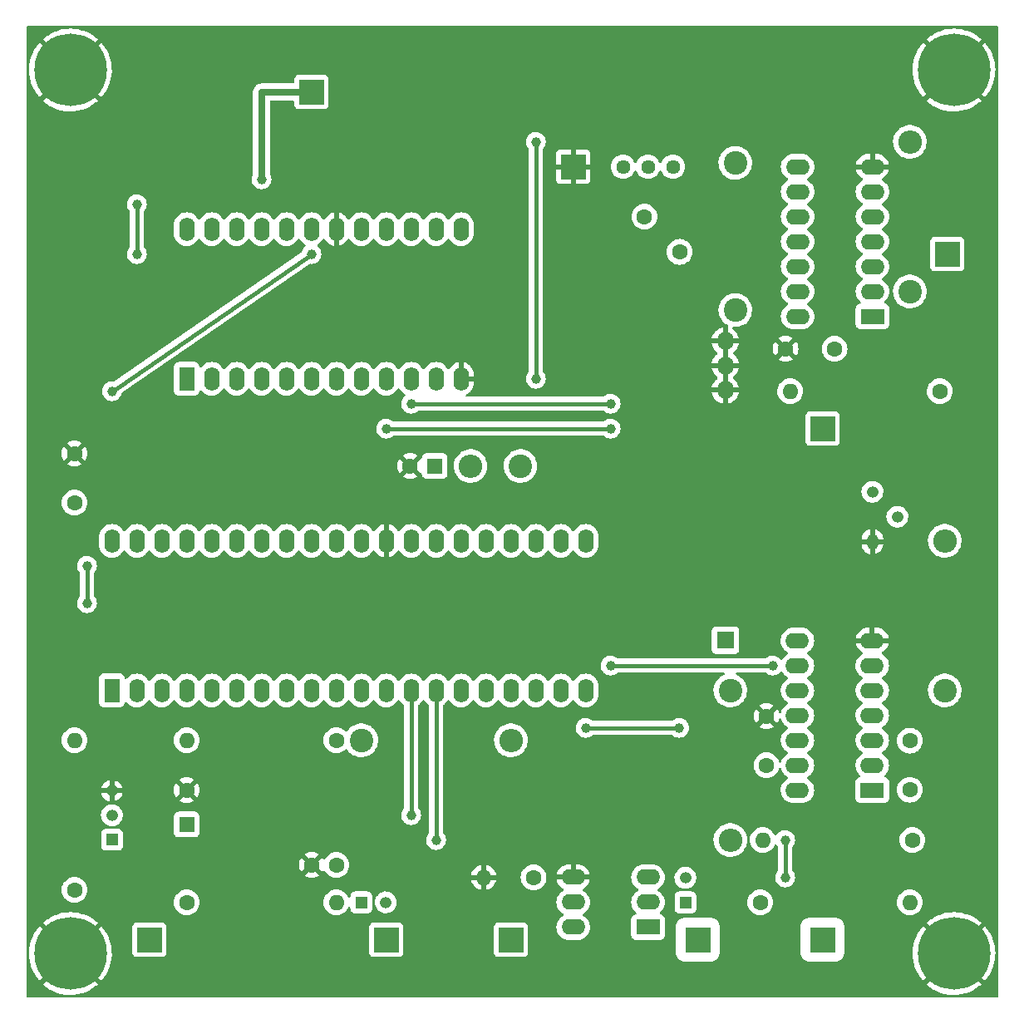
<source format=gbr>
%TF.GenerationSoftware,KiCad,Pcbnew,(6.0.10)*%
%TF.CreationDate,2022-12-28T21:34:20+01:00*%
%TF.ProjectId,Melodieklingel_FA86,4d656c6f-6469-4656-9b6c-696e67656c5f,3*%
%TF.SameCoordinates,Original*%
%TF.FileFunction,Copper,L1,Top*%
%TF.FilePolarity,Positive*%
%FSLAX46Y46*%
G04 Gerber Fmt 4.6, Leading zero omitted, Abs format (unit mm)*
G04 Created by KiCad (PCBNEW (6.0.10)) date 2022-12-28 21:34:20*
%MOMM*%
%LPD*%
G01*
G04 APERTURE LIST*
G04 Aperture macros list*
%AMHorizOval*
0 Thick line with rounded ends*
0 $1 width*
0 $2 $3 position (X,Y) of the first rounded end (center of the circle)*
0 $4 $5 position (X,Y) of the second rounded end (center of the circle)*
0 Add line between two ends*
20,1,$1,$2,$3,$4,$5,0*
0 Add two circle primitives to create the rounded ends*
1,1,$1,$2,$3*
1,1,$1,$4,$5*%
G04 Aperture macros list end*
%TA.AperFunction,ComponentPad*%
%ADD10C,1.600000*%
%TD*%
%TA.AperFunction,ComponentPad*%
%ADD11O,1.600000X1.600000*%
%TD*%
%TA.AperFunction,ComponentPad*%
%ADD12R,1.600000X1.600000*%
%TD*%
%TA.AperFunction,ComponentPad*%
%ADD13R,1.200000X1.200000*%
%TD*%
%TA.AperFunction,ComponentPad*%
%ADD14O,1.200000X1.200000*%
%TD*%
%TA.AperFunction,ComponentPad*%
%ADD15C,0.800000*%
%TD*%
%TA.AperFunction,ComponentPad*%
%ADD16C,7.400000*%
%TD*%
%TA.AperFunction,ComponentPad*%
%ADD17C,2.400000*%
%TD*%
%TA.AperFunction,ComponentPad*%
%ADD18O,2.400000X2.400000*%
%TD*%
%TA.AperFunction,ComponentPad*%
%ADD19R,2.500000X2.500000*%
%TD*%
%TA.AperFunction,ComponentPad*%
%ADD20C,1.440000*%
%TD*%
%TA.AperFunction,ComponentPad*%
%ADD21R,1.600000X2.400000*%
%TD*%
%TA.AperFunction,ComponentPad*%
%ADD22O,1.600000X2.400000*%
%TD*%
%TA.AperFunction,ComponentPad*%
%ADD23R,2.400000X1.600000*%
%TD*%
%TA.AperFunction,ComponentPad*%
%ADD24O,2.400000X1.600000*%
%TD*%
%TA.AperFunction,ComponentPad*%
%ADD25R,1.800000X1.800000*%
%TD*%
%TA.AperFunction,ComponentPad*%
%ADD26O,1.800000X1.800000*%
%TD*%
%TA.AperFunction,ComponentPad*%
%ADD27O,1.200000X1.600000*%
%TD*%
%TA.AperFunction,ComponentPad*%
%ADD28HorizOval,1.600000X0.000000X0.000000X0.000000X0.000000X0*%
%TD*%
%TA.AperFunction,ViaPad*%
%ADD29C,1.000000*%
%TD*%
%TA.AperFunction,Conductor*%
%ADD30C,0.700000*%
%TD*%
%TA.AperFunction,Conductor*%
%ADD31C,0.400000*%
%TD*%
G04 APERTURE END LIST*
D10*
%TO.P,R3,1*%
%TO.N,+5V*%
X132080000Y-128270000D03*
D11*
%TO.P,R3,2*%
%TO.N,Net-(D1-Pad8)*%
X116840000Y-128270000D03*
%TD*%
D12*
%TO.P,C4,1*%
%TO.N,Net-(C4-Pad1)*%
X116840000Y-136850000D03*
D10*
%TO.P,C4,2*%
%TO.N,GND*%
X116840000Y-133350000D03*
%TD*%
D13*
%TO.P,VD1,1,K*%
%TO.N,Net-(C3-Pad1)*%
X134620000Y-144780000D03*
D14*
%TO.P,VD1,2,A*%
%TO.N,Net-(TP1-Pad1)*%
X137120000Y-144780000D03*
%TD*%
D10*
%TO.P,C3,1*%
%TO.N,Net-(C3-Pad1)*%
X132080000Y-140970000D03*
%TO.P,C3,2*%
%TO.N,GND*%
X129580000Y-140970000D03*
%TD*%
D15*
%TO.P,H4,1,1*%
%TO.N,GND*%
X195000000Y-147225000D03*
X193037779Y-148037779D03*
X197775000Y-150000000D03*
X192225000Y-150000000D03*
D16*
X195000000Y-150000000D03*
D15*
X196962221Y-148037779D03*
X193037779Y-151962221D03*
X195000000Y-152775000D03*
X196962221Y-151962221D03*
%TD*%
D12*
%TO.P,C2,1*%
%TO.N,Net-(C2-Pad1)*%
X142102651Y-100330000D03*
D10*
%TO.P,C2,2*%
%TO.N,GND*%
X139602651Y-100330000D03*
%TD*%
D17*
%TO.P,R10,1*%
%TO.N,Net-(D4-Pad5)*%
X194056000Y-123190000D03*
D18*
%TO.P,R10,2*%
%TO.N,Net-(R10-Pad2)*%
X194056000Y-107950000D03*
%TD*%
D19*
%TO.P,TP101,1,1*%
%TO.N,Net-(D100-Pad2)*%
X168910000Y-148590000D03*
%TD*%
D15*
%TO.P,H1,1,1*%
%TO.N,GND*%
X103037779Y-61962221D03*
X102225000Y-60000000D03*
X106962221Y-61962221D03*
X105000000Y-57225000D03*
D16*
X105000000Y-60000000D03*
D15*
X103037779Y-58037779D03*
X106962221Y-58037779D03*
X107775000Y-60000000D03*
X105000000Y-62775000D03*
%TD*%
D20*
%TO.P,R1,1,1*%
%TO.N,Net-(D1-Pad11)*%
X166370000Y-69850000D03*
%TO.P,R1,2,2*%
%TO.N,Net-(R1-Pad2)*%
X163830000Y-69850000D03*
%TO.P,R1,3,3*%
%TO.N,unconnected-(R1-Pad3)*%
X161290000Y-69850000D03*
%TD*%
D10*
%TO.P,C10,1*%
%TO.N,GND*%
X177840000Y-88392000D03*
%TO.P,C10,2*%
%TO.N,+5V*%
X182840000Y-88392000D03*
%TD*%
D19*
%TO.P,TP0,1,1*%
%TO.N,GND*%
X156210000Y-69850000D03*
%TD*%
D21*
%TO.P,D2,1,A11*%
%TO.N,unconnected-(D2-Pad1)*%
X109220000Y-123190000D03*
D22*
%TO.P,D2,2,A12*%
%TO.N,unconnected-(D2-Pad2)*%
X111760000Y-123190000D03*
%TO.P,D2,3,A13*%
%TO.N,unconnected-(D2-Pad3)*%
X114300000Y-123190000D03*
%TO.P,D2,4,A14*%
%TO.N,unconnected-(D2-Pad4)*%
X116840000Y-123190000D03*
%TO.P,D2,5,A15*%
%TO.N,unconnected-(D2-Pad5)*%
X119380000Y-123190000D03*
%TO.P,D2,6,CLK*%
%TO.N,Net-(D1-Pad8)*%
X121920000Y-123190000D03*
%TO.P,D2,7,D4*%
%TO.N,Net-(D2-Pad7)*%
X124460000Y-123190000D03*
%TO.P,D2,8,D3*%
%TO.N,Net-(D2-Pad8)*%
X127000000Y-123190000D03*
%TO.P,D2,9,D5*%
%TO.N,Net-(D2-Pad9)*%
X129540000Y-123190000D03*
%TO.P,D2,10,D6*%
%TO.N,Net-(D2-Pad10)*%
X132080000Y-123190000D03*
%TO.P,D2,11,Vcc*%
%TO.N,+5V*%
X134620000Y-123190000D03*
%TO.P,D2,12,D2*%
%TO.N,Net-(D2-Pad12)*%
X137160000Y-123190000D03*
%TO.P,D2,13,D7*%
%TO.N,/D7*%
X139700000Y-123190000D03*
%TO.P,D2,14,D0*%
%TO.N,/D0*%
X142240000Y-123190000D03*
%TO.P,D2,15,D1*%
%TO.N,Net-(D2-Pad15)*%
X144780000Y-123190000D03*
%TO.P,D2,16,~{INT}*%
%TO.N,Net-(D2-Pad16)*%
X147320000Y-123190000D03*
%TO.P,D2,17,~{NMI}*%
%TO.N,/NMI*%
X149860000Y-123190000D03*
%TO.P,D2,18,~{HALT}*%
%TO.N,unconnected-(D2-Pad18)*%
X152400000Y-123190000D03*
%TO.P,D2,19,~{MREQ}*%
%TO.N,unconnected-(D2-Pad19)*%
X154940000Y-123190000D03*
%TO.P,D2,20,~{IORQ}*%
%TO.N,Net-(D1-Pad1)*%
X157480000Y-123190000D03*
%TO.P,D2,21,~{RD}*%
%TO.N,Net-(D2-Pad21)*%
X157480000Y-107950000D03*
%TO.P,D2,22,~{WR}*%
%TO.N,unconnected-(D2-Pad22)*%
X154940000Y-107950000D03*
%TO.P,D2,23,~{BUSAK}*%
%TO.N,unconnected-(D2-Pad23)*%
X152400000Y-107950000D03*
%TO.P,D2,24,~{WAIT}*%
%TO.N,+5V*%
X149860000Y-107950000D03*
%TO.P,D2,25,~{BUSRQ}*%
X147320000Y-107950000D03*
%TO.P,D2,26,~{RESET}*%
%TO.N,Net-(C2-Pad1)*%
X144780000Y-107950000D03*
%TO.P,D2,27,~{M1}*%
%TO.N,unconnected-(D2-Pad27)*%
X142240000Y-107950000D03*
%TO.P,D2,28,~{RFSH}*%
%TO.N,unconnected-(D2-Pad28)*%
X139700000Y-107950000D03*
%TO.P,D2,29,GND*%
%TO.N,GND*%
X137160000Y-107950000D03*
%TO.P,D2,30,A0*%
%TO.N,Net-(D2-Pad30)*%
X134620000Y-107950000D03*
%TO.P,D2,31,A1*%
%TO.N,Net-(D2-Pad31)*%
X132080000Y-107950000D03*
%TO.P,D2,32,A2*%
%TO.N,Net-(D2-Pad32)*%
X129540000Y-107950000D03*
%TO.P,D2,33,A3*%
%TO.N,Net-(D2-Pad33)*%
X127000000Y-107950000D03*
%TO.P,D2,34,A4*%
%TO.N,Net-(D2-Pad34)*%
X124460000Y-107950000D03*
%TO.P,D2,35,A5*%
%TO.N,Net-(D2-Pad35)*%
X121920000Y-107950000D03*
%TO.P,D2,36,A6*%
%TO.N,Net-(D2-Pad36)*%
X119380000Y-107950000D03*
%TO.P,D2,37,A7*%
%TO.N,Net-(D2-Pad37)*%
X116840000Y-107950000D03*
%TO.P,D2,38,A8*%
%TO.N,Net-(D2-Pad38)*%
X114300000Y-107950000D03*
%TO.P,D2,39,A9*%
%TO.N,Net-(D2-Pad39)*%
X111760000Y-107950000D03*
%TO.P,D2,40,A10*%
%TO.N,Net-(D2-Pad40)*%
X109220000Y-107950000D03*
%TD*%
D17*
%TO.P,R12,1*%
%TO.N,+5V*%
X134620000Y-128270000D03*
D18*
%TO.P,R12,2*%
%TO.N,Net-(D2-Pad16)*%
X149860000Y-128270000D03*
%TD*%
D19*
%TO.P,TP3,1,1*%
%TO.N,Net-(D1-Pad3)*%
X194310000Y-78740000D03*
%TD*%
%TO.P,TP5,1,1*%
%TO.N,+5V*%
X129540000Y-62230000D03*
%TD*%
D10*
%TO.P,C100,1*%
%TO.N,GND*%
X105410000Y-99060000D03*
%TO.P,C100,2*%
%TO.N,+5V*%
X105410000Y-104060000D03*
%TD*%
D21*
%TO.P,D3,1,A7*%
%TO.N,Net-(D2-Pad37)*%
X116835000Y-91445000D03*
D22*
%TO.P,D3,2,A6*%
%TO.N,Net-(D2-Pad36)*%
X119375000Y-91445000D03*
%TO.P,D3,3,A5*%
%TO.N,Net-(D2-Pad35)*%
X121915000Y-91445000D03*
%TO.P,D3,4,A4*%
%TO.N,Net-(D2-Pad34)*%
X124455000Y-91445000D03*
%TO.P,D3,5,A3*%
%TO.N,Net-(D2-Pad33)*%
X126995000Y-91445000D03*
%TO.P,D3,6,A2*%
%TO.N,Net-(D2-Pad32)*%
X129535000Y-91445000D03*
%TO.P,D3,7,A1*%
%TO.N,Net-(D2-Pad31)*%
X132075000Y-91445000D03*
%TO.P,D3,8,A0*%
%TO.N,Net-(D2-Pad30)*%
X134615000Y-91445000D03*
%TO.P,D3,9,D0*%
%TO.N,/D0*%
X137155000Y-91445000D03*
%TO.P,D3,10,D1*%
%TO.N,Net-(D2-Pad15)*%
X139695000Y-91445000D03*
%TO.P,D3,11,D2*%
%TO.N,Net-(D2-Pad12)*%
X142235000Y-91445000D03*
%TO.P,D3,12,Uss*%
%TO.N,GND*%
X144775000Y-91445000D03*
%TO.P,D3,13,D3*%
%TO.N,Net-(D2-Pad8)*%
X144775000Y-76205000D03*
%TO.P,D3,14,D4*%
%TO.N,Net-(D2-Pad7)*%
X142235000Y-76205000D03*
%TO.P,D3,15,D5*%
%TO.N,Net-(D2-Pad9)*%
X139695000Y-76205000D03*
%TO.P,D3,16,D6*%
%TO.N,Net-(D2-Pad10)*%
X137155000Y-76205000D03*
%TO.P,D3,17,D7*%
%TO.N,/D7*%
X134615000Y-76205000D03*
%TO.P,D3,18,~{CE}*%
%TO.N,GND*%
X132075000Y-76205000D03*
%TO.P,D3,19,A10*%
%TO.N,Net-(D2-Pad40)*%
X129535000Y-76205000D03*
%TO.P,D3,20,~{OE}*%
%TO.N,Net-(D2-Pad21)*%
X126995000Y-76205000D03*
%TO.P,D3,21,Upp*%
%TO.N,+5V*%
X124455000Y-76205000D03*
%TO.P,D3,22,A9*%
%TO.N,Net-(D2-Pad39)*%
X121915000Y-76205000D03*
%TO.P,D3,23,A8*%
%TO.N,Net-(D2-Pad38)*%
X119375000Y-76205000D03*
%TO.P,D3,24,Udd*%
%TO.N,+5V*%
X116835000Y-76205000D03*
%TD*%
D19*
%TO.P,TP100,1,1*%
%TO.N,Net-(R100-Pad2)*%
X181610000Y-148590000D03*
%TD*%
D10*
%TO.P,R100,1*%
%TO.N,Net-(D100-Pad1)*%
X175260000Y-144780000D03*
D11*
%TO.P,R100,2*%
%TO.N,Net-(R100-Pad2)*%
X190500000Y-144780000D03*
%TD*%
D23*
%TO.P,D1,1,A1*%
%TO.N,Net-(D1-Pad1)*%
X186690000Y-85090000D03*
D24*
%TO.P,D1,2,Y1*%
%TO.N,Net-(D1-Pad2)*%
X186690000Y-82550000D03*
%TO.P,D1,3,A2*%
%TO.N,Net-(D1-Pad3)*%
X186690000Y-80010000D03*
%TO.P,D1,4,Y2*%
%TO.N,Net-(D1-Pad4)*%
X186690000Y-77470000D03*
%TO.P,D1,5,A3*%
X186690000Y-74930000D03*
%TO.P,D1,6,Y3*%
%TO.N,Net-(C5-Pad1)*%
X186690000Y-72390000D03*
%TO.P,D1,7,GND*%
%TO.N,GND*%
X186690000Y-69850000D03*
%TO.P,D1,8,Y4*%
%TO.N,Net-(D1-Pad8)*%
X179070000Y-69850000D03*
%TO.P,D1,9,A4*%
%TO.N,Net-(C1-Pad2)*%
X179070000Y-72390000D03*
%TO.P,D1,10,Y5*%
X179070000Y-74930000D03*
%TO.P,D1,11,A5*%
%TO.N,Net-(D1-Pad11)*%
X179070000Y-77470000D03*
%TO.P,D1,12,Y6*%
X179070000Y-80010000D03*
%TO.P,D1,13,A6*%
%TO.N,Net-(C1-Pad1)*%
X179070000Y-82550000D03*
%TO.P,D1,14,Vcc*%
%TO.N,+5V*%
X179070000Y-85090000D03*
%TD*%
D19*
%TO.P,TP102,1,1*%
%TO.N,Net-(D100-Pad5)*%
X149860000Y-148590000D03*
%TD*%
D25*
%TO.P,C6,1*%
%TO.N,Net-(C6-Pad1)*%
X171704000Y-118086500D03*
D26*
%TO.P,C6,2*%
%TO.N,GND*%
X171704000Y-87586500D03*
X171704000Y-92586500D03*
X171704000Y-90086500D03*
%TD*%
D10*
%TO.P,R11,1*%
%TO.N,Net-(R11-Pad1)*%
X193548000Y-92710000D03*
D11*
%TO.P,R11,2*%
%TO.N,Net-(LS1-Pad2)*%
X178308000Y-92710000D03*
%TD*%
D13*
%TO.P,VT1,1,C*%
%TO.N,Net-(R6-Pad1)*%
X109220000Y-138410000D03*
D14*
%TO.P,VT1,2,B*%
%TO.N,Net-(C4-Pad1)*%
X109220000Y-135910000D03*
%TO.P,VT1,3,E*%
%TO.N,GND*%
X109220000Y-133410000D03*
%TD*%
D10*
%TO.P,C5,1*%
%TO.N,Net-(C5-Pad1)*%
X190500000Y-128310000D03*
%TO.P,C5,2*%
%TO.N,Net-(C5-Pad2)*%
X190500000Y-133310000D03*
%TD*%
D19*
%TO.P,TP4,1,1*%
%TO.N,Net-(LS1-Pad2)*%
X181610000Y-96520000D03*
%TD*%
D17*
%TO.P,R7,1*%
%TO.N,Net-(D1-Pad3)*%
X190500000Y-82550000D03*
D18*
%TO.P,R7,2*%
%TO.N,+5V*%
X190500000Y-67310000D03*
%TD*%
D27*
%TO.P,VT2,1,E*%
%TO.N,GND*%
X186690000Y-108040000D03*
D14*
%TO.P,VT2,2,B*%
%TO.N,Net-(R10-Pad2)*%
X189230000Y-105500000D03*
%TO.P,VT2,3,C*%
%TO.N,Net-(R11-Pad1)*%
X186690000Y-102960000D03*
%TD*%
D10*
%TO.P,R101,1*%
%TO.N,Net-(D100-Pad6)*%
X152175000Y-142240000D03*
D11*
%TO.P,R101,2*%
%TO.N,GND*%
X147095000Y-142240000D03*
%TD*%
D10*
%TO.P,R2,1*%
%TO.N,Net-(R1-Pad2)*%
X163463048Y-74930000D03*
D28*
%TO.P,R2,2*%
%TO.N,Net-(C1-Pad1)*%
X167055150Y-78522102D03*
%TD*%
D10*
%TO.P,R6,1*%
%TO.N,Net-(R6-Pad1)*%
X105410000Y-143510000D03*
D11*
%TO.P,R6,2*%
%TO.N,+5V*%
X105410000Y-128270000D03*
%TD*%
D15*
%TO.P,H2,1,1*%
%TO.N,GND*%
X193037779Y-58037779D03*
X195000000Y-57225000D03*
X192225000Y-60000000D03*
X197775000Y-60000000D03*
X195000000Y-62775000D03*
X196962221Y-58037779D03*
D16*
X195000000Y-60000000D03*
D15*
X196962221Y-61962221D03*
X193037779Y-61962221D03*
%TD*%
D19*
%TO.P,TP2,1,1*%
%TO.N,Net-(R6-Pad1)*%
X113030000Y-148590000D03*
%TD*%
D10*
%TO.P,R5,1*%
%TO.N,Net-(C4-Pad1)*%
X116840000Y-144780000D03*
D11*
%TO.P,R5,2*%
%TO.N,Net-(C3-Pad1)*%
X132080000Y-144780000D03*
%TD*%
D17*
%TO.P,C1,1*%
%TO.N,Net-(C1-Pad1)*%
X172720000Y-84462000D03*
%TO.P,C1,2*%
%TO.N,Net-(C1-Pad2)*%
X172720000Y-69462000D03*
%TD*%
D23*
%TO.P,D4,1,R1*%
%TO.N,unconnected-(D4-Pad1)*%
X186680000Y-133355000D03*
D24*
%TO.P,D4,2,D1*%
%TO.N,/D0*%
X186680000Y-130815000D03*
%TO.P,D4,3,T1*%
%TO.N,Net-(D1-Pad2)*%
X186680000Y-128275000D03*
%TO.P,D4,4,S1*%
%TO.N,unconnected-(D4-Pad4)*%
X186680000Y-125735000D03*
%TO.P,D4,5,Q1*%
%TO.N,Net-(D4-Pad5)*%
X186680000Y-123195000D03*
%TO.P,D4,6,/Q1*%
%TO.N,unconnected-(D4-Pad6)*%
X186680000Y-120655000D03*
%TO.P,D4,7,GND*%
%TO.N,GND*%
X186680000Y-118115000D03*
%TO.P,D4,8,/Q2*%
%TO.N,unconnected-(D4-Pad8)*%
X179060000Y-118115000D03*
%TO.P,D4,9,Q2*%
%TO.N,/NMI*%
X179060000Y-120655000D03*
%TO.P,D4,10,S2*%
%TO.N,Net-(C6-Pad1)*%
X179060000Y-123195000D03*
%TO.P,D4,11,T2*%
%TO.N,Net-(D1-Pad2)*%
X179060000Y-125735000D03*
%TO.P,D4,12,D2*%
%TO.N,/D7*%
X179060000Y-128275000D03*
%TO.P,D4,13,R2*%
%TO.N,Net-(C5-Pad2)*%
X179060000Y-130815000D03*
%TO.P,D4,14,Vcc*%
%TO.N,+5V*%
X179060000Y-133355000D03*
%TD*%
D16*
%TO.P,H3,1,1*%
%TO.N,GND*%
X105000000Y-150000000D03*
D15*
X105000000Y-147225000D03*
X107775000Y-150000000D03*
X102225000Y-150000000D03*
X103037779Y-148037779D03*
X105000000Y-152775000D03*
X106962221Y-148037779D03*
X103037779Y-151962221D03*
X106962221Y-151962221D03*
%TD*%
D23*
%TO.P,D100,1*%
%TO.N,Net-(D100-Pad1)*%
X163830000Y-147305000D03*
D24*
%TO.P,D100,2*%
%TO.N,Net-(D100-Pad2)*%
X163830000Y-144765000D03*
%TO.P,D100,3*%
%TO.N,unconnected-(D100-Pad3)*%
X163830000Y-142225000D03*
%TO.P,D100,4*%
%TO.N,GND*%
X156210000Y-142225000D03*
%TO.P,D100,5*%
%TO.N,Net-(D100-Pad5)*%
X156210000Y-144765000D03*
%TO.P,D100,6*%
%TO.N,Net-(D100-Pad6)*%
X156210000Y-147305000D03*
%TD*%
D10*
%TO.P,R9,1*%
%TO.N,Net-(C5-Pad2)*%
X190754000Y-138430000D03*
D11*
%TO.P,R9,2*%
%TO.N,+5V*%
X175514000Y-138430000D03*
%TD*%
D13*
%TO.P,VD100,1,K*%
%TO.N,Net-(D100-Pad1)*%
X167640000Y-144780000D03*
D14*
%TO.P,VD100,2,A*%
%TO.N,Net-(D100-Pad2)*%
X167640000Y-142280000D03*
%TD*%
D10*
%TO.P,C11,1*%
%TO.N,GND*%
X175895000Y-125810000D03*
%TO.P,C11,2*%
%TO.N,+5V*%
X175895000Y-130810000D03*
%TD*%
D17*
%TO.P,R8,1*%
%TO.N,Net-(C6-Pad1)*%
X172212000Y-123190000D03*
D18*
%TO.P,R8,2*%
%TO.N,+5V*%
X172212000Y-138430000D03*
%TD*%
D19*
%TO.P,TP1,1,1*%
%TO.N,Net-(TP1-Pad1)*%
X137160000Y-148590000D03*
%TD*%
D17*
%TO.P,R4,1*%
%TO.N,+5V*%
X150830000Y-100330000D03*
D18*
%TO.P,R4,2*%
%TO.N,Net-(C2-Pad1)*%
X145750000Y-100330000D03*
%TD*%
D29*
%TO.N,GND*%
X175895000Y-103505000D03*
X175895000Y-107315000D03*
X147320000Y-69850000D03*
X129540000Y-119380000D03*
X147320000Y-91440000D03*
X181610000Y-115570000D03*
X189230000Y-78740000D03*
X153670000Y-125730000D03*
X120650000Y-119380000D03*
X193040000Y-135890000D03*
X186682496Y-115577504D03*
X138430000Y-125730000D03*
%TO.N,+5V*%
X177800000Y-142240000D03*
X177800000Y-138430000D03*
X124457860Y-71117860D03*
X106680000Y-114300000D03*
X106680000Y-110490000D03*
%TO.N,Net-(D1-Pad1)*%
X167005000Y-127000000D03*
X157480000Y-127000000D03*
%TO.N,/D7*%
X139700000Y-135890000D03*
%TO.N,/D0*%
X142240000Y-138430000D03*
X137160000Y-96520000D03*
X160020000Y-96520000D03*
%TO.N,/NMI*%
X160020000Y-120650000D03*
X176530000Y-120650000D03*
%TO.N,Net-(D2-Pad15)*%
X139700000Y-93980000D03*
X160020000Y-93980000D03*
%TO.N,Net-(D2-Pad21)*%
X152400000Y-91440000D03*
X152400000Y-67310000D03*
%TO.N,Net-(D2-Pad39)*%
X111760000Y-73660000D03*
X111760000Y-78740000D03*
%TO.N,Net-(D2-Pad40)*%
X109220000Y-92710000D03*
X129540000Y-78740000D03*
%TD*%
D30*
%TO.N,GND*%
X147320000Y-91440000D02*
X147320000Y-69850000D01*
D31*
X127762000Y-119380000D02*
X137160000Y-109982000D01*
X186682496Y-115577504D02*
X181610000Y-115570000D01*
D30*
X175895000Y-107315000D02*
X175895000Y-103505000D01*
D31*
X137160000Y-109982000D02*
X137160000Y-107950000D01*
X120650000Y-119380000D02*
X127762000Y-119380000D01*
%TO.N,+5V*%
X177800000Y-142240000D02*
X177800000Y-138430000D01*
X106680000Y-114300000D02*
X106680000Y-110490000D01*
D30*
X124460000Y-62230000D02*
X129540000Y-62230000D01*
X124460000Y-62230000D02*
X124457860Y-71117860D01*
D31*
%TO.N,Net-(D1-Pad1)*%
X167005000Y-127000000D02*
X157480000Y-127000000D01*
%TO.N,/D7*%
X139700000Y-123190000D02*
X139700000Y-135890000D01*
%TO.N,/D0*%
X142240000Y-123190000D02*
X142240000Y-138430000D01*
X160020000Y-96520000D02*
X137160000Y-96520000D01*
%TO.N,/NMI*%
X176530000Y-120650000D02*
X160020000Y-120650000D01*
%TO.N,Net-(D2-Pad15)*%
X160020000Y-93980000D02*
X139700000Y-93980000D01*
%TO.N,Net-(D2-Pad21)*%
X152400000Y-91440000D02*
X152400000Y-67310000D01*
%TO.N,Net-(D2-Pad39)*%
X111760000Y-78740000D02*
X111760000Y-73660000D01*
%TO.N,Net-(D2-Pad40)*%
X109220000Y-92710000D02*
X129540000Y-78740000D01*
%TD*%
%TA.AperFunction,Conductor*%
%TO.N,GND*%
G36*
X199433621Y-55528502D02*
G01*
X199480114Y-55582158D01*
X199491500Y-55634500D01*
X199491500Y-154365500D01*
X199471498Y-154433621D01*
X199417842Y-154480114D01*
X199365500Y-154491500D01*
X100634500Y-154491500D01*
X100566379Y-154471498D01*
X100519886Y-154417842D01*
X100508500Y-154365500D01*
X100508500Y-153152100D01*
X102213441Y-153152100D01*
X102213496Y-153152880D01*
X102218849Y-153160927D01*
X102267180Y-153206312D01*
X102271858Y-153210294D01*
X102593106Y-153457688D01*
X102598149Y-153461193D01*
X102942005Y-153676057D01*
X102947362Y-153679051D01*
X103310542Y-153859336D01*
X103316182Y-153861800D01*
X103695198Y-154005774D01*
X103701070Y-154007682D01*
X104092345Y-154113990D01*
X104098322Y-154115304D01*
X104498133Y-154182927D01*
X104504219Y-154183652D01*
X104908702Y-154211937D01*
X104914838Y-154212065D01*
X105320149Y-154200744D01*
X105326280Y-154200272D01*
X105728528Y-154149456D01*
X105734600Y-154148386D01*
X106129983Y-154058557D01*
X106135898Y-154056905D01*
X106520627Y-153928923D01*
X106526361Y-153926699D01*
X106896781Y-153761778D01*
X106902250Y-153759015D01*
X107254810Y-153558733D01*
X107259984Y-153555449D01*
X107591315Y-153321721D01*
X107596153Y-153317941D01*
X107777043Y-153161802D01*
X107783304Y-153152100D01*
X192213441Y-153152100D01*
X192213496Y-153152880D01*
X192218849Y-153160927D01*
X192267180Y-153206312D01*
X192271858Y-153210294D01*
X192593106Y-153457688D01*
X192598149Y-153461193D01*
X192942005Y-153676057D01*
X192947362Y-153679051D01*
X193310542Y-153859336D01*
X193316182Y-153861800D01*
X193695198Y-154005774D01*
X193701070Y-154007682D01*
X194092345Y-154113990D01*
X194098322Y-154115304D01*
X194498133Y-154182927D01*
X194504219Y-154183652D01*
X194908702Y-154211937D01*
X194914838Y-154212065D01*
X195320149Y-154200744D01*
X195326280Y-154200272D01*
X195728528Y-154149456D01*
X195734600Y-154148386D01*
X196129983Y-154058557D01*
X196135898Y-154056905D01*
X196520627Y-153928923D01*
X196526361Y-153926699D01*
X196896781Y-153761778D01*
X196902250Y-153759015D01*
X197254810Y-153558733D01*
X197259984Y-153555449D01*
X197591315Y-153321721D01*
X197596153Y-153317941D01*
X197777043Y-153161802D01*
X197785458Y-153148762D01*
X197779519Y-153138730D01*
X195012812Y-150372022D01*
X194998868Y-150364408D01*
X194997035Y-150364539D01*
X194990420Y-150368790D01*
X192221055Y-153138156D01*
X192213441Y-153152100D01*
X107783304Y-153152100D01*
X107785458Y-153148762D01*
X107779519Y-153138730D01*
X105012812Y-150372022D01*
X104998868Y-150364408D01*
X104997035Y-150364539D01*
X104990420Y-150368790D01*
X102221055Y-153138156D01*
X102213441Y-153152100D01*
X100508500Y-153152100D01*
X100508500Y-149944265D01*
X100787444Y-149944265D01*
X100801593Y-150349461D01*
X100802108Y-150355595D01*
X100855734Y-150757494D01*
X100856841Y-150763531D01*
X100949429Y-151158283D01*
X100951123Y-151164193D01*
X101081789Y-151548021D01*
X101084057Y-151553746D01*
X101251546Y-151922974D01*
X101254367Y-151928464D01*
X101457094Y-152279596D01*
X101460414Y-152284749D01*
X101696454Y-152614446D01*
X101700263Y-152619251D01*
X101838298Y-152776929D01*
X101851512Y-152785327D01*
X101861307Y-152779482D01*
X104627978Y-150012812D01*
X104634356Y-150001132D01*
X105364408Y-150001132D01*
X105364539Y-150002965D01*
X105368790Y-150009580D01*
X108138830Y-152779619D01*
X108152774Y-152787233D01*
X108153790Y-152787161D01*
X108161519Y-152782059D01*
X108187160Y-152755133D01*
X108191172Y-152750485D01*
X108440783Y-152430998D01*
X108444355Y-152425935D01*
X108661593Y-152083621D01*
X108664636Y-152078265D01*
X108847452Y-151716353D01*
X108849947Y-151710749D01*
X108996572Y-151332724D01*
X108998513Y-151326890D01*
X109107553Y-150936351D01*
X109108909Y-150930380D01*
X109179322Y-150531056D01*
X109180089Y-150524982D01*
X109211282Y-150119591D01*
X109211459Y-150115676D01*
X109213047Y-150001974D01*
X109212979Y-149998030D01*
X109207604Y-149888134D01*
X111271500Y-149888134D01*
X111278255Y-149950316D01*
X111329385Y-150086705D01*
X111416739Y-150203261D01*
X111533295Y-150290615D01*
X111669684Y-150341745D01*
X111731866Y-150348500D01*
X114328134Y-150348500D01*
X114390316Y-150341745D01*
X114526705Y-150290615D01*
X114643261Y-150203261D01*
X114730615Y-150086705D01*
X114781745Y-149950316D01*
X114788500Y-149888134D01*
X135401500Y-149888134D01*
X135408255Y-149950316D01*
X135459385Y-150086705D01*
X135546739Y-150203261D01*
X135663295Y-150290615D01*
X135799684Y-150341745D01*
X135861866Y-150348500D01*
X138458134Y-150348500D01*
X138520316Y-150341745D01*
X138656705Y-150290615D01*
X138773261Y-150203261D01*
X138860615Y-150086705D01*
X138911745Y-149950316D01*
X138918500Y-149888134D01*
X148101500Y-149888134D01*
X148108255Y-149950316D01*
X148159385Y-150086705D01*
X148246739Y-150203261D01*
X148363295Y-150290615D01*
X148499684Y-150341745D01*
X148561866Y-150348500D01*
X151158134Y-150348500D01*
X151220316Y-150341745D01*
X151356705Y-150290615D01*
X151473261Y-150203261D01*
X151560615Y-150086705D01*
X151611745Y-149950316D01*
X151617448Y-149897816D01*
X166659500Y-149897816D01*
X166659749Y-149900603D01*
X166659749Y-149900609D01*
X166664846Y-149957715D01*
X166670234Y-150018087D01*
X166726259Y-150213470D01*
X166820427Y-150393596D01*
X166948891Y-150551109D01*
X167106404Y-150679573D01*
X167286530Y-150773741D01*
X167481913Y-150829766D01*
X167513545Y-150832589D01*
X167599391Y-150840251D01*
X167599397Y-150840251D01*
X167602184Y-150840500D01*
X170217816Y-150840500D01*
X170220603Y-150840251D01*
X170220609Y-150840251D01*
X170306455Y-150832589D01*
X170338087Y-150829766D01*
X170533470Y-150773741D01*
X170713596Y-150679573D01*
X170871109Y-150551109D01*
X170999573Y-150393596D01*
X171093741Y-150213470D01*
X171149766Y-150018087D01*
X171155154Y-149957715D01*
X171160251Y-149900609D01*
X171160251Y-149900603D01*
X171160500Y-149897816D01*
X179359500Y-149897816D01*
X179359749Y-149900603D01*
X179359749Y-149900609D01*
X179364846Y-149957715D01*
X179370234Y-150018087D01*
X179426259Y-150213470D01*
X179520427Y-150393596D01*
X179648891Y-150551109D01*
X179806404Y-150679573D01*
X179986530Y-150773741D01*
X180181913Y-150829766D01*
X180213545Y-150832589D01*
X180299391Y-150840251D01*
X180299397Y-150840251D01*
X180302184Y-150840500D01*
X182917816Y-150840500D01*
X182920603Y-150840251D01*
X182920609Y-150840251D01*
X183006455Y-150832589D01*
X183038087Y-150829766D01*
X183233470Y-150773741D01*
X183413596Y-150679573D01*
X183571109Y-150551109D01*
X183699573Y-150393596D01*
X183793741Y-150213470D01*
X183849766Y-150018087D01*
X183855154Y-149957715D01*
X183856354Y-149944265D01*
X190787444Y-149944265D01*
X190801593Y-150349461D01*
X190802108Y-150355595D01*
X190855734Y-150757494D01*
X190856841Y-150763531D01*
X190949429Y-151158283D01*
X190951123Y-151164193D01*
X191081789Y-151548021D01*
X191084057Y-151553746D01*
X191251546Y-151922974D01*
X191254367Y-151928464D01*
X191457094Y-152279596D01*
X191460414Y-152284749D01*
X191696454Y-152614446D01*
X191700263Y-152619251D01*
X191838298Y-152776929D01*
X191851512Y-152785327D01*
X191861307Y-152779482D01*
X194627978Y-150012812D01*
X194634356Y-150001132D01*
X195364408Y-150001132D01*
X195364539Y-150002965D01*
X195368790Y-150009580D01*
X198138830Y-152779619D01*
X198152774Y-152787233D01*
X198153790Y-152787161D01*
X198161519Y-152782059D01*
X198187160Y-152755133D01*
X198191172Y-152750485D01*
X198440783Y-152430998D01*
X198444355Y-152425935D01*
X198661593Y-152083621D01*
X198664636Y-152078265D01*
X198847452Y-151716353D01*
X198849947Y-151710749D01*
X198996572Y-151332724D01*
X198998513Y-151326890D01*
X199107553Y-150936351D01*
X199108909Y-150930380D01*
X199179322Y-150531056D01*
X199180089Y-150524982D01*
X199211282Y-150119591D01*
X199211459Y-150115676D01*
X199213047Y-150001974D01*
X199212979Y-149998030D01*
X199193118Y-149591949D01*
X199192517Y-149585825D01*
X199133290Y-149184737D01*
X199132090Y-149178675D01*
X199034007Y-148785289D01*
X199032222Y-148779374D01*
X198896214Y-148397421D01*
X198893871Y-148391737D01*
X198721236Y-148024869D01*
X198718347Y-148019435D01*
X198510740Y-147671171D01*
X198507332Y-147666041D01*
X198266722Y-147339686D01*
X198262842Y-147334929D01*
X198161935Y-147222859D01*
X198148413Y-147214528D01*
X198148337Y-147214529D01*
X198139053Y-147220158D01*
X195372022Y-149987188D01*
X195364408Y-150001132D01*
X194634356Y-150001132D01*
X194635592Y-149998868D01*
X194635461Y-149997035D01*
X194631210Y-149990420D01*
X191862374Y-147221585D01*
X191848430Y-147213971D01*
X191847884Y-147214010D01*
X191839526Y-147219611D01*
X191774692Y-147289625D01*
X191770734Y-147294342D01*
X191525599Y-147617297D01*
X191522121Y-147622375D01*
X191309668Y-147967713D01*
X191306703Y-147973106D01*
X191128966Y-148337521D01*
X191126540Y-148343180D01*
X190985208Y-148723211D01*
X190983350Y-148729068D01*
X190879775Y-149121085D01*
X190878500Y-149127085D01*
X190813674Y-149527331D01*
X190812987Y-149533452D01*
X190787530Y-149938089D01*
X190787444Y-149944265D01*
X183856354Y-149944265D01*
X183860251Y-149900609D01*
X183860251Y-149900603D01*
X183860500Y-149897816D01*
X183860500Y-147282184D01*
X183855815Y-147229684D01*
X183850299Y-147167886D01*
X183849766Y-147161913D01*
X183793741Y-146966530D01*
X183733678Y-146851641D01*
X192214661Y-146851641D01*
X192220411Y-146861200D01*
X194987188Y-149627978D01*
X195001132Y-149635592D01*
X195002965Y-149635461D01*
X195009580Y-149631210D01*
X197778030Y-146862759D01*
X197785644Y-146848815D01*
X197785622Y-146848505D01*
X197779769Y-146839836D01*
X197687789Y-146755846D01*
X197683051Y-146751927D01*
X197358391Y-146509050D01*
X197353285Y-146505606D01*
X197006468Y-146295566D01*
X197001072Y-146292649D01*
X196635404Y-146117449D01*
X196629737Y-146115067D01*
X196248739Y-145976396D01*
X196242851Y-145974574D01*
X195850140Y-145873742D01*
X195844117Y-145872506D01*
X195443415Y-145810474D01*
X195437328Y-145809834D01*
X195032483Y-145787200D01*
X195026331Y-145787157D01*
X194621238Y-145804135D01*
X194615112Y-145804692D01*
X194213601Y-145861121D01*
X194207548Y-145862276D01*
X193813463Y-145957615D01*
X193807566Y-145959351D01*
X193424669Y-146092690D01*
X193418956Y-146094998D01*
X193050896Y-146265065D01*
X193045442Y-146267917D01*
X192695731Y-146473091D01*
X192690583Y-146476460D01*
X192362552Y-146714788D01*
X192357782Y-146718623D01*
X192223037Y-146838255D01*
X192214661Y-146851641D01*
X183733678Y-146851641D01*
X183699573Y-146786404D01*
X183671455Y-146751927D01*
X183575138Y-146633831D01*
X183571109Y-146628891D01*
X183413596Y-146500427D01*
X183233470Y-146406259D01*
X183038087Y-146350234D01*
X183006455Y-146347411D01*
X182920609Y-146339749D01*
X182920603Y-146339749D01*
X182917816Y-146339500D01*
X180302184Y-146339500D01*
X180299397Y-146339749D01*
X180299391Y-146339749D01*
X180213545Y-146347411D01*
X180181913Y-146350234D01*
X179986530Y-146406259D01*
X179806404Y-146500427D01*
X179648891Y-146628891D01*
X179644862Y-146633831D01*
X179548546Y-146751927D01*
X179520427Y-146786404D01*
X179426259Y-146966530D01*
X179370234Y-147161913D01*
X179369701Y-147167886D01*
X179364186Y-147229684D01*
X179359500Y-147282184D01*
X179359500Y-149897816D01*
X171160500Y-149897816D01*
X171160500Y-147282184D01*
X171155815Y-147229684D01*
X171150299Y-147167886D01*
X171149766Y-147161913D01*
X171093741Y-146966530D01*
X170999573Y-146786404D01*
X170971455Y-146751927D01*
X170875138Y-146633831D01*
X170871109Y-146628891D01*
X170713596Y-146500427D01*
X170533470Y-146406259D01*
X170338087Y-146350234D01*
X170306455Y-146347411D01*
X170220609Y-146339749D01*
X170220603Y-146339749D01*
X170217816Y-146339500D01*
X167602184Y-146339500D01*
X167599397Y-146339749D01*
X167599391Y-146339749D01*
X167513545Y-146347411D01*
X167481913Y-146350234D01*
X167286530Y-146406259D01*
X167106404Y-146500427D01*
X166948891Y-146628891D01*
X166944862Y-146633831D01*
X166848546Y-146751927D01*
X166820427Y-146786404D01*
X166726259Y-146966530D01*
X166670234Y-147161913D01*
X166669701Y-147167886D01*
X166664186Y-147229684D01*
X166659500Y-147282184D01*
X166659500Y-149897816D01*
X151617448Y-149897816D01*
X151618500Y-149888134D01*
X151618500Y-147305000D01*
X154496502Y-147305000D01*
X154516457Y-147533087D01*
X154575716Y-147754243D01*
X154578039Y-147759224D01*
X154578039Y-147759225D01*
X154670151Y-147956762D01*
X154670154Y-147956767D01*
X154672477Y-147961749D01*
X154803802Y-148149300D01*
X154965700Y-148311198D01*
X154970208Y-148314355D01*
X154970211Y-148314357D01*
X155003293Y-148337521D01*
X155153251Y-148442523D01*
X155158233Y-148444846D01*
X155158238Y-148444849D01*
X155355775Y-148536961D01*
X155360757Y-148539284D01*
X155366065Y-148540706D01*
X155366067Y-148540707D01*
X155576598Y-148597119D01*
X155576600Y-148597119D01*
X155581913Y-148598543D01*
X155675663Y-148606745D01*
X155750149Y-148613262D01*
X155750156Y-148613262D01*
X155752873Y-148613500D01*
X156667127Y-148613500D01*
X156669844Y-148613262D01*
X156669851Y-148613262D01*
X156744337Y-148606745D01*
X156838087Y-148598543D01*
X156843400Y-148597119D01*
X156843402Y-148597119D01*
X157053933Y-148540707D01*
X157053935Y-148540706D01*
X157059243Y-148539284D01*
X157064225Y-148536961D01*
X157261762Y-148444849D01*
X157261767Y-148444846D01*
X157266749Y-148442523D01*
X157416707Y-148337521D01*
X157449789Y-148314357D01*
X157449792Y-148314355D01*
X157454300Y-148311198D01*
X157616198Y-148149300D01*
X157747523Y-147961749D01*
X157749846Y-147956767D01*
X157749849Y-147956762D01*
X157841961Y-147759225D01*
X157841961Y-147759224D01*
X157844284Y-147754243D01*
X157903543Y-147533087D01*
X157923498Y-147305000D01*
X157903543Y-147076913D01*
X157876701Y-146976739D01*
X157845707Y-146861067D01*
X157845706Y-146861065D01*
X157844284Y-146855757D01*
X157814581Y-146792058D01*
X157749849Y-146653238D01*
X157749846Y-146653233D01*
X157747523Y-146648251D01*
X157647642Y-146505606D01*
X157619357Y-146465211D01*
X157619355Y-146465208D01*
X157616198Y-146460700D01*
X157454300Y-146298802D01*
X157449792Y-146295645D01*
X157449789Y-146295643D01*
X157371611Y-146240902D01*
X157266749Y-146167477D01*
X157261767Y-146165154D01*
X157261762Y-146165151D01*
X157227543Y-146149195D01*
X157174258Y-146102278D01*
X157154797Y-146034001D01*
X157175339Y-145966041D01*
X157227543Y-145920805D01*
X157261762Y-145904849D01*
X157261767Y-145904846D01*
X157266749Y-145902523D01*
X157414792Y-145798862D01*
X157449789Y-145774357D01*
X157449792Y-145774355D01*
X157454300Y-145771198D01*
X157616198Y-145609300D01*
X157747523Y-145421749D01*
X157749846Y-145416767D01*
X157749849Y-145416762D01*
X157841961Y-145219225D01*
X157841961Y-145219224D01*
X157844284Y-145214243D01*
X157903543Y-144993087D01*
X157923498Y-144765000D01*
X162116502Y-144765000D01*
X162136457Y-144993087D01*
X162195716Y-145214243D01*
X162198039Y-145219224D01*
X162198039Y-145219225D01*
X162290151Y-145416762D01*
X162290154Y-145416767D01*
X162292477Y-145421749D01*
X162423802Y-145609300D01*
X162585700Y-145771198D01*
X162590211Y-145774357D01*
X162594424Y-145777892D01*
X162593473Y-145779026D01*
X162633471Y-145829071D01*
X162640776Y-145899690D01*
X162608742Y-145963049D01*
X162547538Y-145999030D01*
X162530483Y-146002082D01*
X162519684Y-146003255D01*
X162383295Y-146054385D01*
X162266739Y-146141739D01*
X162179385Y-146258295D01*
X162128255Y-146394684D01*
X162121500Y-146456866D01*
X162121500Y-148153134D01*
X162128255Y-148215316D01*
X162179385Y-148351705D01*
X162266739Y-148468261D01*
X162383295Y-148555615D01*
X162519684Y-148606745D01*
X162581866Y-148613500D01*
X165078134Y-148613500D01*
X165140316Y-148606745D01*
X165276705Y-148555615D01*
X165393261Y-148468261D01*
X165480615Y-148351705D01*
X165531745Y-148215316D01*
X165538500Y-148153134D01*
X165538500Y-146456866D01*
X165531745Y-146394684D01*
X165480615Y-146258295D01*
X165393261Y-146141739D01*
X165276705Y-146054385D01*
X165140316Y-146003255D01*
X165129526Y-146002083D01*
X165127394Y-146001197D01*
X165124778Y-146000575D01*
X165124879Y-146000152D01*
X165063965Y-145974845D01*
X165023537Y-145916483D01*
X165021078Y-145845529D01*
X165057371Y-145784510D01*
X165066031Y-145777511D01*
X165069793Y-145774354D01*
X165074300Y-145771198D01*
X165236198Y-145609300D01*
X165363052Y-145428134D01*
X166531500Y-145428134D01*
X166538255Y-145490316D01*
X166589385Y-145626705D01*
X166676739Y-145743261D01*
X166793295Y-145830615D01*
X166929684Y-145881745D01*
X166991866Y-145888500D01*
X168288134Y-145888500D01*
X168350316Y-145881745D01*
X168486705Y-145830615D01*
X168603261Y-145743261D01*
X168690615Y-145626705D01*
X168741745Y-145490316D01*
X168748500Y-145428134D01*
X168748500Y-144780000D01*
X173946502Y-144780000D01*
X173966457Y-145008087D01*
X173967881Y-145013400D01*
X173967881Y-145013402D01*
X174023032Y-145219225D01*
X174025716Y-145229243D01*
X174028039Y-145234224D01*
X174028039Y-145234225D01*
X174120151Y-145431762D01*
X174120154Y-145431767D01*
X174122477Y-145436749D01*
X174171684Y-145507024D01*
X174249599Y-145618297D01*
X174253802Y-145624300D01*
X174415700Y-145786198D01*
X174420208Y-145789355D01*
X174420211Y-145789357D01*
X174471442Y-145825229D01*
X174603251Y-145917523D01*
X174608233Y-145919846D01*
X174608238Y-145919849D01*
X174785278Y-146002403D01*
X174810757Y-146014284D01*
X174816065Y-146015706D01*
X174816067Y-146015707D01*
X175026598Y-146072119D01*
X175026600Y-146072119D01*
X175031913Y-146073543D01*
X175260000Y-146093498D01*
X175488087Y-146073543D01*
X175493400Y-146072119D01*
X175493402Y-146072119D01*
X175703933Y-146015707D01*
X175703935Y-146015706D01*
X175709243Y-146014284D01*
X175734722Y-146002403D01*
X175911762Y-145919849D01*
X175911767Y-145919846D01*
X175916749Y-145917523D01*
X176048558Y-145825229D01*
X176099789Y-145789357D01*
X176099792Y-145789355D01*
X176104300Y-145786198D01*
X176266198Y-145624300D01*
X176270402Y-145618297D01*
X176348316Y-145507024D01*
X176397523Y-145436749D01*
X176399846Y-145431767D01*
X176399849Y-145431762D01*
X176491961Y-145234225D01*
X176491961Y-145234224D01*
X176494284Y-145229243D01*
X176496969Y-145219225D01*
X176552119Y-145013402D01*
X176552119Y-145013400D01*
X176553543Y-145008087D01*
X176573498Y-144780000D01*
X189186502Y-144780000D01*
X189206457Y-145008087D01*
X189207881Y-145013400D01*
X189207881Y-145013402D01*
X189263032Y-145219225D01*
X189265716Y-145229243D01*
X189268039Y-145234224D01*
X189268039Y-145234225D01*
X189360151Y-145431762D01*
X189360154Y-145431767D01*
X189362477Y-145436749D01*
X189411684Y-145507024D01*
X189489599Y-145618297D01*
X189493802Y-145624300D01*
X189655700Y-145786198D01*
X189660208Y-145789355D01*
X189660211Y-145789357D01*
X189711442Y-145825229D01*
X189843251Y-145917523D01*
X189848233Y-145919846D01*
X189848238Y-145919849D01*
X190025278Y-146002403D01*
X190050757Y-146014284D01*
X190056065Y-146015706D01*
X190056067Y-146015707D01*
X190266598Y-146072119D01*
X190266600Y-146072119D01*
X190271913Y-146073543D01*
X190500000Y-146093498D01*
X190728087Y-146073543D01*
X190733400Y-146072119D01*
X190733402Y-146072119D01*
X190943933Y-146015707D01*
X190943935Y-146015706D01*
X190949243Y-146014284D01*
X190974722Y-146002403D01*
X191151762Y-145919849D01*
X191151767Y-145919846D01*
X191156749Y-145917523D01*
X191288558Y-145825229D01*
X191339789Y-145789357D01*
X191339792Y-145789355D01*
X191344300Y-145786198D01*
X191506198Y-145624300D01*
X191510402Y-145618297D01*
X191588316Y-145507024D01*
X191637523Y-145436749D01*
X191639846Y-145431767D01*
X191639849Y-145431762D01*
X191731961Y-145234225D01*
X191731961Y-145234224D01*
X191734284Y-145229243D01*
X191736969Y-145219225D01*
X191792119Y-145013402D01*
X191792119Y-145013400D01*
X191793543Y-145008087D01*
X191813498Y-144780000D01*
X191793543Y-144551913D01*
X191741637Y-144358197D01*
X191735707Y-144336067D01*
X191735706Y-144336065D01*
X191734284Y-144330757D01*
X191729766Y-144321067D01*
X191639849Y-144128238D01*
X191639846Y-144128233D01*
X191637523Y-144123251D01*
X191558143Y-144009885D01*
X191509357Y-143940211D01*
X191509355Y-143940208D01*
X191506198Y-143935700D01*
X191344300Y-143773802D01*
X191339792Y-143770645D01*
X191339789Y-143770643D01*
X191248447Y-143706685D01*
X191156749Y-143642477D01*
X191151767Y-143640154D01*
X191151762Y-143640151D01*
X190954225Y-143548039D01*
X190954224Y-143548039D01*
X190949243Y-143545716D01*
X190943935Y-143544294D01*
X190943933Y-143544293D01*
X190733402Y-143487881D01*
X190733400Y-143487881D01*
X190728087Y-143486457D01*
X190500000Y-143466502D01*
X190271913Y-143486457D01*
X190266600Y-143487881D01*
X190266598Y-143487881D01*
X190056067Y-143544293D01*
X190056065Y-143544294D01*
X190050757Y-143545716D01*
X190045776Y-143548039D01*
X190045775Y-143548039D01*
X189848238Y-143640151D01*
X189848233Y-143640154D01*
X189843251Y-143642477D01*
X189751553Y-143706685D01*
X189660211Y-143770643D01*
X189660208Y-143770645D01*
X189655700Y-143773802D01*
X189493802Y-143935700D01*
X189490645Y-143940208D01*
X189490643Y-143940211D01*
X189441857Y-144009885D01*
X189362477Y-144123251D01*
X189360154Y-144128233D01*
X189360151Y-144128238D01*
X189270234Y-144321067D01*
X189265716Y-144330757D01*
X189264294Y-144336065D01*
X189264293Y-144336067D01*
X189258363Y-144358197D01*
X189206457Y-144551913D01*
X189186502Y-144780000D01*
X176573498Y-144780000D01*
X176553543Y-144551913D01*
X176501637Y-144358197D01*
X176495707Y-144336067D01*
X176495706Y-144336065D01*
X176494284Y-144330757D01*
X176489766Y-144321067D01*
X176399849Y-144128238D01*
X176399846Y-144128233D01*
X176397523Y-144123251D01*
X176318143Y-144009885D01*
X176269357Y-143940211D01*
X176269355Y-143940208D01*
X176266198Y-143935700D01*
X176104300Y-143773802D01*
X176099792Y-143770645D01*
X176099789Y-143770643D01*
X176008447Y-143706685D01*
X175916749Y-143642477D01*
X175911767Y-143640154D01*
X175911762Y-143640151D01*
X175714225Y-143548039D01*
X175714224Y-143548039D01*
X175709243Y-143545716D01*
X175703935Y-143544294D01*
X175703933Y-143544293D01*
X175493402Y-143487881D01*
X175493400Y-143487881D01*
X175488087Y-143486457D01*
X175260000Y-143466502D01*
X175031913Y-143486457D01*
X175026600Y-143487881D01*
X175026598Y-143487881D01*
X174816067Y-143544293D01*
X174816065Y-143544294D01*
X174810757Y-143545716D01*
X174805776Y-143548039D01*
X174805775Y-143548039D01*
X174608238Y-143640151D01*
X174608233Y-143640154D01*
X174603251Y-143642477D01*
X174511553Y-143706685D01*
X174420211Y-143770643D01*
X174420208Y-143770645D01*
X174415700Y-143773802D01*
X174253802Y-143935700D01*
X174250645Y-143940208D01*
X174250643Y-143940211D01*
X174201857Y-144009885D01*
X174122477Y-144123251D01*
X174120154Y-144128233D01*
X174120151Y-144128238D01*
X174030234Y-144321067D01*
X174025716Y-144330757D01*
X174024294Y-144336065D01*
X174024293Y-144336067D01*
X174018363Y-144358197D01*
X173966457Y-144551913D01*
X173946502Y-144780000D01*
X168748500Y-144780000D01*
X168748500Y-144131866D01*
X168741745Y-144069684D01*
X168690615Y-143933295D01*
X168603261Y-143816739D01*
X168486705Y-143729385D01*
X168350316Y-143678255D01*
X168288134Y-143671500D01*
X166991866Y-143671500D01*
X166929684Y-143678255D01*
X166793295Y-143729385D01*
X166676739Y-143816739D01*
X166589385Y-143933295D01*
X166538255Y-144069684D01*
X166531500Y-144131866D01*
X166531500Y-145428134D01*
X165363052Y-145428134D01*
X165367523Y-145421749D01*
X165369846Y-145416767D01*
X165369849Y-145416762D01*
X165461961Y-145219225D01*
X165461961Y-145219224D01*
X165464284Y-145214243D01*
X165523543Y-144993087D01*
X165543498Y-144765000D01*
X165523543Y-144536913D01*
X165518839Y-144519357D01*
X165465707Y-144321067D01*
X165465706Y-144321065D01*
X165464284Y-144315757D01*
X165456914Y-144299952D01*
X165369849Y-144113238D01*
X165369846Y-144113233D01*
X165367523Y-144108251D01*
X165245017Y-143933295D01*
X165239357Y-143925211D01*
X165239355Y-143925208D01*
X165236198Y-143920700D01*
X165074300Y-143758802D01*
X165069792Y-143755645D01*
X165069789Y-143755643D01*
X164953156Y-143673976D01*
X164886749Y-143627477D01*
X164881767Y-143625154D01*
X164881762Y-143625151D01*
X164847543Y-143609195D01*
X164794258Y-143562278D01*
X164774797Y-143494001D01*
X164795339Y-143426041D01*
X164847543Y-143380805D01*
X164881762Y-143364849D01*
X164881767Y-143364846D01*
X164886749Y-143362523D01*
X165009462Y-143276598D01*
X165069789Y-143234357D01*
X165069792Y-143234355D01*
X165074300Y-143231198D01*
X165236198Y-143069300D01*
X165245669Y-143055775D01*
X165344242Y-142914997D01*
X165367523Y-142881749D01*
X165369846Y-142876767D01*
X165369849Y-142876762D01*
X165461961Y-142679225D01*
X165461961Y-142679224D01*
X165464284Y-142674243D01*
X165471765Y-142646326D01*
X165522119Y-142458402D01*
X165522121Y-142458393D01*
X165523543Y-142453087D01*
X165541236Y-142250859D01*
X166527132Y-142250859D01*
X166540457Y-142454151D01*
X166590605Y-142651610D01*
X166675898Y-142836624D01*
X166793479Y-143002997D01*
X166797613Y-143007024D01*
X166880609Y-143087875D01*
X166939410Y-143145157D01*
X166944206Y-143148362D01*
X166944209Y-143148364D01*
X167012149Y-143193760D01*
X167108803Y-143258342D01*
X167114106Y-143260620D01*
X167114109Y-143260622D01*
X167203115Y-143298862D01*
X167295987Y-143338763D01*
X167368817Y-143355243D01*
X167489055Y-143382450D01*
X167489060Y-143382451D01*
X167494692Y-143383725D01*
X167500463Y-143383952D01*
X167500465Y-143383952D01*
X167563470Y-143386427D01*
X167698263Y-143391723D01*
X167899883Y-143362490D01*
X167905347Y-143360635D01*
X167905352Y-143360634D01*
X168087327Y-143298862D01*
X168087332Y-143298860D01*
X168092799Y-143297004D01*
X168129237Y-143276598D01*
X168167567Y-143255132D01*
X168270551Y-143197458D01*
X168427186Y-143067186D01*
X168557458Y-142910551D01*
X168657004Y-142732799D01*
X168670099Y-142694225D01*
X168720634Y-142545352D01*
X168720635Y-142545347D01*
X168722490Y-142539883D01*
X168751723Y-142338263D01*
X168753249Y-142280000D01*
X168734608Y-142077126D01*
X168728165Y-142054280D01*
X168680875Y-141886606D01*
X168680874Y-141886604D01*
X168679307Y-141881047D01*
X168668796Y-141859731D01*
X168591756Y-141703510D01*
X168589201Y-141698329D01*
X168570796Y-141673681D01*
X168470758Y-141539715D01*
X168470758Y-141539714D01*
X168467305Y-141535091D01*
X168341982Y-141419243D01*
X168321943Y-141400719D01*
X168321940Y-141400717D01*
X168317703Y-141396800D01*
X168230885Y-141342022D01*
X168150288Y-141291169D01*
X168150283Y-141291167D01*
X168145404Y-141288088D01*
X167956180Y-141212595D01*
X167756366Y-141172849D01*
X167750592Y-141172773D01*
X167750588Y-141172773D01*
X167647452Y-141171424D01*
X167552655Y-141170183D01*
X167546958Y-141171162D01*
X167546957Y-141171162D01*
X167357567Y-141203705D01*
X167351870Y-141204684D01*
X167160734Y-141275198D01*
X166985649Y-141379363D01*
X166832478Y-141513690D01*
X166828911Y-141518215D01*
X166828906Y-141518220D01*
X166793019Y-141563743D01*
X166706351Y-141673681D01*
X166703662Y-141678792D01*
X166703660Y-141678795D01*
X166700355Y-141685077D01*
X166611492Y-141853978D01*
X166551078Y-142048543D01*
X166527132Y-142250859D01*
X165541236Y-142250859D01*
X165543498Y-142225000D01*
X165523543Y-141996913D01*
X165518839Y-141979357D01*
X165465707Y-141781067D01*
X165465706Y-141781065D01*
X165464284Y-141775757D01*
X165428179Y-141698329D01*
X165369849Y-141573238D01*
X165369846Y-141573233D01*
X165367523Y-141568251D01*
X165259348Y-141413761D01*
X165239357Y-141385211D01*
X165239355Y-141385208D01*
X165236198Y-141380700D01*
X165074300Y-141218802D01*
X165069792Y-141215645D01*
X165069789Y-141215643D01*
X164913301Y-141106069D01*
X164886749Y-141087477D01*
X164881767Y-141085154D01*
X164881762Y-141085151D01*
X164684225Y-140993039D01*
X164684224Y-140993039D01*
X164679243Y-140990716D01*
X164673935Y-140989294D01*
X164673933Y-140989293D01*
X164463402Y-140932881D01*
X164463400Y-140932881D01*
X164458087Y-140931457D01*
X164358520Y-140922746D01*
X164289851Y-140916738D01*
X164289844Y-140916738D01*
X164287127Y-140916500D01*
X163372873Y-140916500D01*
X163370156Y-140916738D01*
X163370149Y-140916738D01*
X163301480Y-140922746D01*
X163201913Y-140931457D01*
X163196600Y-140932881D01*
X163196598Y-140932881D01*
X162986067Y-140989293D01*
X162986065Y-140989294D01*
X162980757Y-140990716D01*
X162975776Y-140993039D01*
X162975775Y-140993039D01*
X162778238Y-141085151D01*
X162778233Y-141085154D01*
X162773251Y-141087477D01*
X162746699Y-141106069D01*
X162590211Y-141215643D01*
X162590208Y-141215645D01*
X162585700Y-141218802D01*
X162423802Y-141380700D01*
X162420645Y-141385208D01*
X162420643Y-141385211D01*
X162400652Y-141413761D01*
X162292477Y-141568251D01*
X162290154Y-141573233D01*
X162290151Y-141573238D01*
X162231821Y-141698329D01*
X162195716Y-141775757D01*
X162194294Y-141781065D01*
X162194293Y-141781067D01*
X162141161Y-141979357D01*
X162136457Y-141996913D01*
X162116502Y-142225000D01*
X162136457Y-142453087D01*
X162137879Y-142458393D01*
X162137881Y-142458402D01*
X162188236Y-142646326D01*
X162195716Y-142674243D01*
X162198039Y-142679224D01*
X162198039Y-142679225D01*
X162290151Y-142876762D01*
X162290154Y-142876767D01*
X162292477Y-142881749D01*
X162315758Y-142914997D01*
X162414332Y-143055775D01*
X162423802Y-143069300D01*
X162585700Y-143231198D01*
X162590208Y-143234355D01*
X162590211Y-143234357D01*
X162650538Y-143276598D01*
X162773251Y-143362523D01*
X162778233Y-143364846D01*
X162778238Y-143364849D01*
X162812457Y-143380805D01*
X162865742Y-143427722D01*
X162885203Y-143495999D01*
X162864661Y-143563959D01*
X162812457Y-143609195D01*
X162778238Y-143625151D01*
X162778233Y-143625154D01*
X162773251Y-143627477D01*
X162706844Y-143673976D01*
X162590211Y-143755643D01*
X162590208Y-143755645D01*
X162585700Y-143758802D01*
X162423802Y-143920700D01*
X162420645Y-143925208D01*
X162420643Y-143925211D01*
X162414983Y-143933295D01*
X162292477Y-144108251D01*
X162290154Y-144113233D01*
X162290151Y-144113238D01*
X162203086Y-144299952D01*
X162195716Y-144315757D01*
X162194294Y-144321065D01*
X162194293Y-144321067D01*
X162141161Y-144519357D01*
X162136457Y-144536913D01*
X162116502Y-144765000D01*
X157923498Y-144765000D01*
X157903543Y-144536913D01*
X157898839Y-144519357D01*
X157845707Y-144321067D01*
X157845706Y-144321065D01*
X157844284Y-144315757D01*
X157836914Y-144299952D01*
X157749849Y-144113238D01*
X157749846Y-144113233D01*
X157747523Y-144108251D01*
X157625017Y-143933295D01*
X157619357Y-143925211D01*
X157619355Y-143925208D01*
X157616198Y-143920700D01*
X157454300Y-143758802D01*
X157449792Y-143755645D01*
X157449789Y-143755643D01*
X157333156Y-143673976D01*
X157266749Y-143627477D01*
X157261767Y-143625154D01*
X157261762Y-143625151D01*
X157226951Y-143608919D01*
X157173666Y-143562002D01*
X157154205Y-143493725D01*
X157174747Y-143425765D01*
X157226951Y-143380529D01*
X157261511Y-143364414D01*
X157271007Y-143358931D01*
X157449467Y-143233972D01*
X157457875Y-143226916D01*
X157611916Y-143072875D01*
X157618972Y-143064467D01*
X157743931Y-142886007D01*
X157749414Y-142876511D01*
X157841490Y-142679053D01*
X157845236Y-142668761D01*
X157891394Y-142496497D01*
X157891058Y-142482401D01*
X157883116Y-142479000D01*
X154542033Y-142479000D01*
X154528502Y-142482973D01*
X154527273Y-142491522D01*
X154574764Y-142668761D01*
X154578510Y-142679053D01*
X154670586Y-142876511D01*
X154676069Y-142886007D01*
X154801028Y-143064467D01*
X154808084Y-143072875D01*
X154962125Y-143226916D01*
X154970533Y-143233972D01*
X155148993Y-143358931D01*
X155158489Y-143364414D01*
X155193049Y-143380529D01*
X155246334Y-143427446D01*
X155265795Y-143495723D01*
X155245253Y-143563683D01*
X155193049Y-143608919D01*
X155158238Y-143625151D01*
X155158233Y-143625154D01*
X155153251Y-143627477D01*
X155086844Y-143673976D01*
X154970211Y-143755643D01*
X154970208Y-143755645D01*
X154965700Y-143758802D01*
X154803802Y-143920700D01*
X154800645Y-143925208D01*
X154800643Y-143925211D01*
X154794983Y-143933295D01*
X154672477Y-144108251D01*
X154670154Y-144113233D01*
X154670151Y-144113238D01*
X154583086Y-144299952D01*
X154575716Y-144315757D01*
X154574294Y-144321065D01*
X154574293Y-144321067D01*
X154521161Y-144519357D01*
X154516457Y-144536913D01*
X154496502Y-144765000D01*
X154516457Y-144993087D01*
X154575716Y-145214243D01*
X154578039Y-145219224D01*
X154578039Y-145219225D01*
X154670151Y-145416762D01*
X154670154Y-145416767D01*
X154672477Y-145421749D01*
X154803802Y-145609300D01*
X154965700Y-145771198D01*
X154970208Y-145774355D01*
X154970211Y-145774357D01*
X155005208Y-145798862D01*
X155153251Y-145902523D01*
X155158233Y-145904846D01*
X155158238Y-145904849D01*
X155192457Y-145920805D01*
X155245742Y-145967722D01*
X155265203Y-146035999D01*
X155244661Y-146103959D01*
X155192457Y-146149195D01*
X155158238Y-146165151D01*
X155158233Y-146165154D01*
X155153251Y-146167477D01*
X155048389Y-146240902D01*
X154970211Y-146295643D01*
X154970208Y-146295645D01*
X154965700Y-146298802D01*
X154803802Y-146460700D01*
X154800645Y-146465208D01*
X154800643Y-146465211D01*
X154772358Y-146505606D01*
X154672477Y-146648251D01*
X154670154Y-146653233D01*
X154670151Y-146653238D01*
X154605419Y-146792058D01*
X154575716Y-146855757D01*
X154574294Y-146861065D01*
X154574293Y-146861067D01*
X154543299Y-146976739D01*
X154516457Y-147076913D01*
X154496502Y-147305000D01*
X151618500Y-147305000D01*
X151618500Y-147291866D01*
X151611745Y-147229684D01*
X151560615Y-147093295D01*
X151473261Y-146976739D01*
X151356705Y-146889385D01*
X151220316Y-146838255D01*
X151158134Y-146831500D01*
X148561866Y-146831500D01*
X148499684Y-146838255D01*
X148363295Y-146889385D01*
X148246739Y-146976739D01*
X148159385Y-147093295D01*
X148108255Y-147229684D01*
X148101500Y-147291866D01*
X148101500Y-149888134D01*
X138918500Y-149888134D01*
X138918500Y-147291866D01*
X138911745Y-147229684D01*
X138860615Y-147093295D01*
X138773261Y-146976739D01*
X138656705Y-146889385D01*
X138520316Y-146838255D01*
X138458134Y-146831500D01*
X135861866Y-146831500D01*
X135799684Y-146838255D01*
X135663295Y-146889385D01*
X135546739Y-146976739D01*
X135459385Y-147093295D01*
X135408255Y-147229684D01*
X135401500Y-147291866D01*
X135401500Y-149888134D01*
X114788500Y-149888134D01*
X114788500Y-147291866D01*
X114781745Y-147229684D01*
X114730615Y-147093295D01*
X114643261Y-146976739D01*
X114526705Y-146889385D01*
X114390316Y-146838255D01*
X114328134Y-146831500D01*
X111731866Y-146831500D01*
X111669684Y-146838255D01*
X111533295Y-146889385D01*
X111416739Y-146976739D01*
X111329385Y-147093295D01*
X111278255Y-147229684D01*
X111271500Y-147291866D01*
X111271500Y-149888134D01*
X109207604Y-149888134D01*
X109193118Y-149591949D01*
X109192517Y-149585825D01*
X109133290Y-149184737D01*
X109132090Y-149178675D01*
X109034007Y-148785289D01*
X109032222Y-148779374D01*
X108896214Y-148397421D01*
X108893871Y-148391737D01*
X108721236Y-148024869D01*
X108718347Y-148019435D01*
X108510740Y-147671171D01*
X108507332Y-147666041D01*
X108266722Y-147339686D01*
X108262842Y-147334929D01*
X108161935Y-147222859D01*
X108148413Y-147214528D01*
X108148337Y-147214529D01*
X108139053Y-147220158D01*
X105372022Y-149987188D01*
X105364408Y-150001132D01*
X104634356Y-150001132D01*
X104635592Y-149998868D01*
X104635461Y-149997035D01*
X104631210Y-149990420D01*
X101862374Y-147221585D01*
X101848430Y-147213971D01*
X101847884Y-147214010D01*
X101839526Y-147219611D01*
X101774692Y-147289625D01*
X101770734Y-147294342D01*
X101525599Y-147617297D01*
X101522121Y-147622375D01*
X101309668Y-147967713D01*
X101306703Y-147973106D01*
X101128966Y-148337521D01*
X101126540Y-148343180D01*
X100985208Y-148723211D01*
X100983350Y-148729068D01*
X100879775Y-149121085D01*
X100878500Y-149127085D01*
X100813674Y-149527331D01*
X100812987Y-149533452D01*
X100787530Y-149938089D01*
X100787444Y-149944265D01*
X100508500Y-149944265D01*
X100508500Y-146851641D01*
X102214661Y-146851641D01*
X102220411Y-146861200D01*
X104987188Y-149627978D01*
X105001132Y-149635592D01*
X105002965Y-149635461D01*
X105009580Y-149631210D01*
X107778030Y-146862759D01*
X107785644Y-146848815D01*
X107785622Y-146848505D01*
X107779769Y-146839836D01*
X107687789Y-146755846D01*
X107683051Y-146751927D01*
X107358391Y-146509050D01*
X107353285Y-146505606D01*
X107006468Y-146295566D01*
X107001072Y-146292649D01*
X106635404Y-146117449D01*
X106629737Y-146115067D01*
X106248739Y-145976396D01*
X106242851Y-145974574D01*
X105850140Y-145873742D01*
X105844117Y-145872506D01*
X105443415Y-145810474D01*
X105437328Y-145809834D01*
X105032483Y-145787200D01*
X105026331Y-145787157D01*
X104621238Y-145804135D01*
X104615112Y-145804692D01*
X104213601Y-145861121D01*
X104207548Y-145862276D01*
X103813463Y-145957615D01*
X103807566Y-145959351D01*
X103424669Y-146092690D01*
X103418956Y-146094998D01*
X103050896Y-146265065D01*
X103045442Y-146267917D01*
X102695731Y-146473091D01*
X102690583Y-146476460D01*
X102362552Y-146714788D01*
X102357782Y-146718623D01*
X102223037Y-146838255D01*
X102214661Y-146851641D01*
X100508500Y-146851641D01*
X100508500Y-143510000D01*
X104096502Y-143510000D01*
X104116457Y-143738087D01*
X104117881Y-143743400D01*
X104117881Y-143743402D01*
X104169408Y-143935700D01*
X104175716Y-143959243D01*
X104178039Y-143964224D01*
X104178039Y-143964225D01*
X104270151Y-144161762D01*
X104270154Y-144161767D01*
X104272477Y-144166749D01*
X104322779Y-144238587D01*
X104383829Y-144325775D01*
X104403802Y-144354300D01*
X104565700Y-144516198D01*
X104570208Y-144519355D01*
X104570211Y-144519357D01*
X104624532Y-144557393D01*
X104753251Y-144647523D01*
X104758233Y-144649846D01*
X104758238Y-144649849D01*
X104955775Y-144741961D01*
X104960757Y-144744284D01*
X104966065Y-144745706D01*
X104966067Y-144745707D01*
X105176598Y-144802119D01*
X105176600Y-144802119D01*
X105181913Y-144803543D01*
X105410000Y-144823498D01*
X105638087Y-144803543D01*
X105643400Y-144802119D01*
X105643402Y-144802119D01*
X105725951Y-144780000D01*
X115526502Y-144780000D01*
X115546457Y-145008087D01*
X115547881Y-145013400D01*
X115547881Y-145013402D01*
X115603032Y-145219225D01*
X115605716Y-145229243D01*
X115608039Y-145234224D01*
X115608039Y-145234225D01*
X115700151Y-145431762D01*
X115700154Y-145431767D01*
X115702477Y-145436749D01*
X115751684Y-145507024D01*
X115829599Y-145618297D01*
X115833802Y-145624300D01*
X115995700Y-145786198D01*
X116000208Y-145789355D01*
X116000211Y-145789357D01*
X116051442Y-145825229D01*
X116183251Y-145917523D01*
X116188233Y-145919846D01*
X116188238Y-145919849D01*
X116365278Y-146002403D01*
X116390757Y-146014284D01*
X116396065Y-146015706D01*
X116396067Y-146015707D01*
X116606598Y-146072119D01*
X116606600Y-146072119D01*
X116611913Y-146073543D01*
X116840000Y-146093498D01*
X117068087Y-146073543D01*
X117073400Y-146072119D01*
X117073402Y-146072119D01*
X117283933Y-146015707D01*
X117283935Y-146015706D01*
X117289243Y-146014284D01*
X117314722Y-146002403D01*
X117491762Y-145919849D01*
X117491767Y-145919846D01*
X117496749Y-145917523D01*
X117628558Y-145825229D01*
X117679789Y-145789357D01*
X117679792Y-145789355D01*
X117684300Y-145786198D01*
X117846198Y-145624300D01*
X117850402Y-145618297D01*
X117928316Y-145507024D01*
X117977523Y-145436749D01*
X117979846Y-145431767D01*
X117979849Y-145431762D01*
X118071961Y-145234225D01*
X118071961Y-145234224D01*
X118074284Y-145229243D01*
X118076969Y-145219225D01*
X118132119Y-145013402D01*
X118132119Y-145013400D01*
X118133543Y-145008087D01*
X118153498Y-144780000D01*
X130766502Y-144780000D01*
X130786457Y-145008087D01*
X130787881Y-145013400D01*
X130787881Y-145013402D01*
X130843032Y-145219225D01*
X130845716Y-145229243D01*
X130848039Y-145234224D01*
X130848039Y-145234225D01*
X130940151Y-145431762D01*
X130940154Y-145431767D01*
X130942477Y-145436749D01*
X130991684Y-145507024D01*
X131069599Y-145618297D01*
X131073802Y-145624300D01*
X131235700Y-145786198D01*
X131240208Y-145789355D01*
X131240211Y-145789357D01*
X131291442Y-145825229D01*
X131423251Y-145917523D01*
X131428233Y-145919846D01*
X131428238Y-145919849D01*
X131605278Y-146002403D01*
X131630757Y-146014284D01*
X131636065Y-146015706D01*
X131636067Y-146015707D01*
X131846598Y-146072119D01*
X131846600Y-146072119D01*
X131851913Y-146073543D01*
X132080000Y-146093498D01*
X132308087Y-146073543D01*
X132313400Y-146072119D01*
X132313402Y-146072119D01*
X132523933Y-146015707D01*
X132523935Y-146015706D01*
X132529243Y-146014284D01*
X132554722Y-146002403D01*
X132731762Y-145919849D01*
X132731767Y-145919846D01*
X132736749Y-145917523D01*
X132868558Y-145825229D01*
X132919789Y-145789357D01*
X132919792Y-145789355D01*
X132924300Y-145786198D01*
X133086198Y-145624300D01*
X133090402Y-145618297D01*
X133168316Y-145507024D01*
X133217523Y-145436749D01*
X133219847Y-145431764D01*
X133219851Y-145431758D01*
X133271305Y-145321413D01*
X133318222Y-145268127D01*
X133386499Y-145248666D01*
X133454459Y-145269208D01*
X133500525Y-145323230D01*
X133511500Y-145374662D01*
X133511500Y-145428134D01*
X133518255Y-145490316D01*
X133569385Y-145626705D01*
X133656739Y-145743261D01*
X133773295Y-145830615D01*
X133909684Y-145881745D01*
X133971866Y-145888500D01*
X135268134Y-145888500D01*
X135330316Y-145881745D01*
X135466705Y-145830615D01*
X135583261Y-145743261D01*
X135670615Y-145626705D01*
X135721745Y-145490316D01*
X135728500Y-145428134D01*
X135728500Y-144750859D01*
X136007132Y-144750859D01*
X136020457Y-144954151D01*
X136070605Y-145151610D01*
X136155898Y-145336624D01*
X136273479Y-145502997D01*
X136277613Y-145507024D01*
X136400469Y-145626705D01*
X136419410Y-145645157D01*
X136424206Y-145648362D01*
X136424209Y-145648364D01*
X136492149Y-145693760D01*
X136588803Y-145758342D01*
X136594106Y-145760620D01*
X136594109Y-145760622D01*
X136770680Y-145836483D01*
X136775987Y-145838763D01*
X136805889Y-145845529D01*
X136969055Y-145882450D01*
X136969060Y-145882451D01*
X136974692Y-145883725D01*
X136980463Y-145883952D01*
X136980465Y-145883952D01*
X137043470Y-145886427D01*
X137178263Y-145891723D01*
X137379883Y-145862490D01*
X137385347Y-145860635D01*
X137385352Y-145860634D01*
X137567327Y-145798862D01*
X137567332Y-145798860D01*
X137572799Y-145797004D01*
X137590306Y-145787200D01*
X137668764Y-145743261D01*
X137750551Y-145697458D01*
X137907186Y-145567186D01*
X138037458Y-145410551D01*
X138137004Y-145232799D01*
X138138860Y-145227332D01*
X138138862Y-145227327D01*
X138200634Y-145045352D01*
X138200635Y-145045347D01*
X138202490Y-145039883D01*
X138231723Y-144838263D01*
X138233249Y-144780000D01*
X138214608Y-144577126D01*
X138159307Y-144381047D01*
X138148680Y-144359496D01*
X138071756Y-144203510D01*
X138069201Y-144198329D01*
X138050796Y-144173681D01*
X137950758Y-144039715D01*
X137950758Y-144039714D01*
X137947305Y-144035091D01*
X137797703Y-143896800D01*
X137751675Y-143867759D01*
X137630288Y-143791169D01*
X137630283Y-143791167D01*
X137625404Y-143788088D01*
X137436180Y-143712595D01*
X137236366Y-143672849D01*
X137230592Y-143672773D01*
X137230588Y-143672773D01*
X137127452Y-143671424D01*
X137032655Y-143670183D01*
X137026958Y-143671162D01*
X137026957Y-143671162D01*
X136837567Y-143703705D01*
X136831870Y-143704684D01*
X136640734Y-143775198D01*
X136635773Y-143778150D01*
X136635772Y-143778150D01*
X136558842Y-143823919D01*
X136465649Y-143879363D01*
X136312478Y-144013690D01*
X136308911Y-144018215D01*
X136308906Y-144018220D01*
X136229661Y-144118743D01*
X136186351Y-144173681D01*
X136091492Y-144353978D01*
X136031078Y-144548543D01*
X136007132Y-144750859D01*
X135728500Y-144750859D01*
X135728500Y-144131866D01*
X135721745Y-144069684D01*
X135670615Y-143933295D01*
X135583261Y-143816739D01*
X135466705Y-143729385D01*
X135330316Y-143678255D01*
X135268134Y-143671500D01*
X133971866Y-143671500D01*
X133909684Y-143678255D01*
X133773295Y-143729385D01*
X133656739Y-143816739D01*
X133569385Y-143933295D01*
X133518255Y-144069684D01*
X133511500Y-144131866D01*
X133511500Y-144185338D01*
X133491498Y-144253459D01*
X133437842Y-144299952D01*
X133367568Y-144310056D01*
X133302988Y-144280562D01*
X133271305Y-144238587D01*
X133219851Y-144128242D01*
X133219847Y-144128236D01*
X133217523Y-144123251D01*
X133138143Y-144009885D01*
X133089357Y-143940211D01*
X133089355Y-143940208D01*
X133086198Y-143935700D01*
X132924300Y-143773802D01*
X132919792Y-143770645D01*
X132919789Y-143770643D01*
X132828447Y-143706685D01*
X132736749Y-143642477D01*
X132731767Y-143640154D01*
X132731762Y-143640151D01*
X132534225Y-143548039D01*
X132534224Y-143548039D01*
X132529243Y-143545716D01*
X132523935Y-143544294D01*
X132523933Y-143544293D01*
X132313402Y-143487881D01*
X132313400Y-143487881D01*
X132308087Y-143486457D01*
X132080000Y-143466502D01*
X131851913Y-143486457D01*
X131846600Y-143487881D01*
X131846598Y-143487881D01*
X131636067Y-143544293D01*
X131636065Y-143544294D01*
X131630757Y-143545716D01*
X131625776Y-143548039D01*
X131625775Y-143548039D01*
X131428238Y-143640151D01*
X131428233Y-143640154D01*
X131423251Y-143642477D01*
X131331553Y-143706685D01*
X131240211Y-143770643D01*
X131240208Y-143770645D01*
X131235700Y-143773802D01*
X131073802Y-143935700D01*
X131070645Y-143940208D01*
X131070643Y-143940211D01*
X131021857Y-144009885D01*
X130942477Y-144123251D01*
X130940154Y-144128233D01*
X130940151Y-144128238D01*
X130850234Y-144321067D01*
X130845716Y-144330757D01*
X130844294Y-144336065D01*
X130844293Y-144336067D01*
X130838363Y-144358197D01*
X130786457Y-144551913D01*
X130766502Y-144780000D01*
X118153498Y-144780000D01*
X118133543Y-144551913D01*
X118081637Y-144358197D01*
X118075707Y-144336067D01*
X118075706Y-144336065D01*
X118074284Y-144330757D01*
X118069766Y-144321067D01*
X117979849Y-144128238D01*
X117979846Y-144128233D01*
X117977523Y-144123251D01*
X117898143Y-144009885D01*
X117849357Y-143940211D01*
X117849355Y-143940208D01*
X117846198Y-143935700D01*
X117684300Y-143773802D01*
X117679792Y-143770645D01*
X117679789Y-143770643D01*
X117588447Y-143706685D01*
X117496749Y-143642477D01*
X117491767Y-143640154D01*
X117491762Y-143640151D01*
X117294225Y-143548039D01*
X117294224Y-143548039D01*
X117289243Y-143545716D01*
X117283935Y-143544294D01*
X117283933Y-143544293D01*
X117073402Y-143487881D01*
X117073400Y-143487881D01*
X117068087Y-143486457D01*
X116840000Y-143466502D01*
X116611913Y-143486457D01*
X116606600Y-143487881D01*
X116606598Y-143487881D01*
X116396067Y-143544293D01*
X116396065Y-143544294D01*
X116390757Y-143545716D01*
X116385776Y-143548039D01*
X116385775Y-143548039D01*
X116188238Y-143640151D01*
X116188233Y-143640154D01*
X116183251Y-143642477D01*
X116091553Y-143706685D01*
X116000211Y-143770643D01*
X116000208Y-143770645D01*
X115995700Y-143773802D01*
X115833802Y-143935700D01*
X115830645Y-143940208D01*
X115830643Y-143940211D01*
X115781857Y-144009885D01*
X115702477Y-144123251D01*
X115700154Y-144128233D01*
X115700151Y-144128238D01*
X115610234Y-144321067D01*
X115605716Y-144330757D01*
X115604294Y-144336065D01*
X115604293Y-144336067D01*
X115598363Y-144358197D01*
X115546457Y-144551913D01*
X115526502Y-144780000D01*
X105725951Y-144780000D01*
X105853933Y-144745707D01*
X105853935Y-144745706D01*
X105859243Y-144744284D01*
X105864225Y-144741961D01*
X106061762Y-144649849D01*
X106061767Y-144649846D01*
X106066749Y-144647523D01*
X106195468Y-144557393D01*
X106249789Y-144519357D01*
X106249792Y-144519355D01*
X106254300Y-144516198D01*
X106416198Y-144354300D01*
X106436172Y-144325775D01*
X106497221Y-144238587D01*
X106547523Y-144166749D01*
X106549846Y-144161767D01*
X106549849Y-144161762D01*
X106641961Y-143964225D01*
X106641961Y-143964224D01*
X106644284Y-143959243D01*
X106650593Y-143935700D01*
X106702119Y-143743402D01*
X106702119Y-143743400D01*
X106703543Y-143738087D01*
X106723498Y-143510000D01*
X106703543Y-143281913D01*
X106694820Y-143249357D01*
X106645707Y-143066067D01*
X106645706Y-143066065D01*
X106644284Y-143060757D01*
X106587566Y-142939123D01*
X106549849Y-142858238D01*
X106549846Y-142858233D01*
X106547523Y-142853251D01*
X106459346Y-142727321D01*
X106419357Y-142670211D01*
X106419355Y-142670208D01*
X106416198Y-142665700D01*
X106257020Y-142506522D01*
X145812273Y-142506522D01*
X145859764Y-142683761D01*
X145863510Y-142694053D01*
X145955586Y-142891511D01*
X145961069Y-142901007D01*
X146086028Y-143079467D01*
X146093084Y-143087875D01*
X146247125Y-143241916D01*
X146255533Y-143248972D01*
X146433993Y-143373931D01*
X146443489Y-143379414D01*
X146640947Y-143471490D01*
X146651239Y-143475236D01*
X146823503Y-143521394D01*
X146837599Y-143521058D01*
X146841000Y-143513116D01*
X146841000Y-143507967D01*
X147349000Y-143507967D01*
X147352973Y-143521498D01*
X147361522Y-143522727D01*
X147538761Y-143475236D01*
X147549053Y-143471490D01*
X147746511Y-143379414D01*
X147756007Y-143373931D01*
X147934467Y-143248972D01*
X147942875Y-143241916D01*
X148096916Y-143087875D01*
X148103972Y-143079467D01*
X148228931Y-142901007D01*
X148234414Y-142891511D01*
X148326490Y-142694053D01*
X148330236Y-142683761D01*
X148376394Y-142511497D01*
X148376058Y-142497401D01*
X148368116Y-142494000D01*
X147367115Y-142494000D01*
X147351876Y-142498475D01*
X147350671Y-142499865D01*
X147349000Y-142507548D01*
X147349000Y-143507967D01*
X146841000Y-143507967D01*
X146841000Y-142512115D01*
X146836525Y-142496876D01*
X146835135Y-142495671D01*
X146827452Y-142494000D01*
X145827033Y-142494000D01*
X145813502Y-142497973D01*
X145812273Y-142506522D01*
X106257020Y-142506522D01*
X106254300Y-142503802D01*
X106249792Y-142500645D01*
X106249789Y-142500643D01*
X106138809Y-142422934D01*
X106066749Y-142372477D01*
X106061767Y-142370154D01*
X106061762Y-142370151D01*
X105864225Y-142278039D01*
X105864224Y-142278039D01*
X105859243Y-142275716D01*
X105853935Y-142274294D01*
X105853933Y-142274293D01*
X105643402Y-142217881D01*
X105643400Y-142217881D01*
X105638087Y-142216457D01*
X105410000Y-142196502D01*
X105181913Y-142216457D01*
X105176600Y-142217881D01*
X105176598Y-142217881D01*
X104966067Y-142274293D01*
X104966065Y-142274294D01*
X104960757Y-142275716D01*
X104955776Y-142278039D01*
X104955775Y-142278039D01*
X104758238Y-142370151D01*
X104758233Y-142370154D01*
X104753251Y-142372477D01*
X104681191Y-142422934D01*
X104570211Y-142500643D01*
X104570208Y-142500645D01*
X104565700Y-142503802D01*
X104403802Y-142665700D01*
X104400645Y-142670208D01*
X104400643Y-142670211D01*
X104360654Y-142727321D01*
X104272477Y-142853251D01*
X104270154Y-142858233D01*
X104270151Y-142858238D01*
X104232434Y-142939123D01*
X104175716Y-143060757D01*
X104174294Y-143066065D01*
X104174293Y-143066067D01*
X104125180Y-143249357D01*
X104116457Y-143281913D01*
X104096502Y-143510000D01*
X100508500Y-143510000D01*
X100508500Y-142056062D01*
X128858493Y-142056062D01*
X128867789Y-142068077D01*
X128918994Y-142103931D01*
X128928489Y-142109414D01*
X129125947Y-142201490D01*
X129136239Y-142205236D01*
X129346688Y-142261625D01*
X129357481Y-142263528D01*
X129574525Y-142282517D01*
X129585475Y-142282517D01*
X129802519Y-142263528D01*
X129813312Y-142261625D01*
X130023761Y-142205236D01*
X130034053Y-142201490D01*
X130231511Y-142109414D01*
X130241006Y-142103931D01*
X130293048Y-142067491D01*
X130301424Y-142057012D01*
X130294356Y-142043566D01*
X129592812Y-141342022D01*
X129578868Y-141334408D01*
X129577035Y-141334539D01*
X129570420Y-141338790D01*
X128864923Y-142044287D01*
X128858493Y-142056062D01*
X100508500Y-142056062D01*
X100508500Y-140975475D01*
X128267483Y-140975475D01*
X128286472Y-141192519D01*
X128288375Y-141203312D01*
X128344764Y-141413761D01*
X128348510Y-141424053D01*
X128440586Y-141621511D01*
X128446069Y-141631006D01*
X128482509Y-141683048D01*
X128492988Y-141691424D01*
X128506434Y-141684356D01*
X129207978Y-140982812D01*
X129214356Y-140971132D01*
X129944408Y-140971132D01*
X129944539Y-140972965D01*
X129948790Y-140979580D01*
X130654287Y-141685077D01*
X130666062Y-141691507D01*
X130678077Y-141682211D01*
X130713934Y-141631002D01*
X130720591Y-141619472D01*
X130771973Y-141570479D01*
X130841687Y-141557042D01*
X130907598Y-141583429D01*
X130938829Y-141619472D01*
X130940153Y-141621765D01*
X130942477Y-141626749D01*
X130981312Y-141682211D01*
X131061156Y-141796239D01*
X131073802Y-141814300D01*
X131235700Y-141976198D01*
X131240208Y-141979355D01*
X131240211Y-141979357D01*
X131286706Y-142011913D01*
X131423251Y-142107523D01*
X131428233Y-142109846D01*
X131428238Y-142109849D01*
X131624765Y-142201490D01*
X131630757Y-142204284D01*
X131636065Y-142205706D01*
X131636067Y-142205707D01*
X131846598Y-142262119D01*
X131846600Y-142262119D01*
X131851913Y-142263543D01*
X132080000Y-142283498D01*
X132308087Y-142263543D01*
X132313400Y-142262119D01*
X132313402Y-142262119D01*
X132395951Y-142240000D01*
X150861502Y-142240000D01*
X150881457Y-142468087D01*
X150882881Y-142473400D01*
X150882881Y-142473402D01*
X150938032Y-142679225D01*
X150940716Y-142689243D01*
X150943039Y-142694224D01*
X150943039Y-142694225D01*
X151035151Y-142891762D01*
X151035154Y-142891767D01*
X151037477Y-142896749D01*
X151067148Y-142939123D01*
X151162389Y-143075141D01*
X151168802Y-143084300D01*
X151330700Y-143246198D01*
X151335208Y-143249355D01*
X151335211Y-143249357D01*
X151381706Y-143281913D01*
X151518251Y-143377523D01*
X151523233Y-143379846D01*
X151523238Y-143379849D01*
X151719694Y-143471457D01*
X151725757Y-143474284D01*
X151731065Y-143475706D01*
X151731067Y-143475707D01*
X151941598Y-143532119D01*
X151941600Y-143532119D01*
X151946913Y-143533543D01*
X152175000Y-143553498D01*
X152403087Y-143533543D01*
X152408400Y-143532119D01*
X152408402Y-143532119D01*
X152618933Y-143475707D01*
X152618935Y-143475706D01*
X152624243Y-143474284D01*
X152630306Y-143471457D01*
X152826762Y-143379849D01*
X152826767Y-143379846D01*
X152831749Y-143377523D01*
X152968294Y-143281913D01*
X153014789Y-143249357D01*
X153014792Y-143249355D01*
X153019300Y-143246198D01*
X153181198Y-143084300D01*
X153187612Y-143075141D01*
X153282852Y-142939123D01*
X153312523Y-142896749D01*
X153314846Y-142891767D01*
X153314849Y-142891762D01*
X153406961Y-142694225D01*
X153406961Y-142694224D01*
X153409284Y-142689243D01*
X153411969Y-142679225D01*
X153467119Y-142473402D01*
X153467119Y-142473400D01*
X153468543Y-142468087D01*
X153488498Y-142240000D01*
X153468543Y-142011913D01*
X153458244Y-141973478D01*
X153452892Y-141953503D01*
X154528606Y-141953503D01*
X154528942Y-141967599D01*
X154536884Y-141971000D01*
X155937885Y-141971000D01*
X155953124Y-141966525D01*
X155954329Y-141965135D01*
X155956000Y-141957452D01*
X155956000Y-141952885D01*
X156464000Y-141952885D01*
X156468475Y-141968124D01*
X156469865Y-141969329D01*
X156477548Y-141971000D01*
X157877967Y-141971000D01*
X157891498Y-141967027D01*
X157892727Y-141958478D01*
X157845236Y-141781239D01*
X157841490Y-141770947D01*
X157749414Y-141573489D01*
X157743931Y-141563993D01*
X157618972Y-141385533D01*
X157611916Y-141377125D01*
X157457875Y-141223084D01*
X157449467Y-141216028D01*
X157271007Y-141091069D01*
X157261511Y-141085586D01*
X157064053Y-140993510D01*
X157053761Y-140989764D01*
X156843312Y-140933375D01*
X156832519Y-140931472D01*
X156669830Y-140917238D01*
X156664365Y-140917000D01*
X156482115Y-140917000D01*
X156466876Y-140921475D01*
X156465671Y-140922865D01*
X156464000Y-140930548D01*
X156464000Y-141952885D01*
X155956000Y-141952885D01*
X155956000Y-140935115D01*
X155951525Y-140919876D01*
X155950135Y-140918671D01*
X155942452Y-140917000D01*
X155755635Y-140917000D01*
X155750170Y-140917238D01*
X155587481Y-140931472D01*
X155576688Y-140933375D01*
X155366239Y-140989764D01*
X155355947Y-140993510D01*
X155158489Y-141085586D01*
X155148993Y-141091069D01*
X154970533Y-141216028D01*
X154962125Y-141223084D01*
X154808084Y-141377125D01*
X154801028Y-141385533D01*
X154676069Y-141563993D01*
X154670586Y-141573489D01*
X154578510Y-141770947D01*
X154574764Y-141781239D01*
X154528606Y-141953503D01*
X153452892Y-141953503D01*
X153410707Y-141796067D01*
X153410706Y-141796065D01*
X153409284Y-141790757D01*
X153404766Y-141781067D01*
X153314849Y-141588238D01*
X153314846Y-141588233D01*
X153312523Y-141583251D01*
X153231905Y-141468117D01*
X153184357Y-141400211D01*
X153184355Y-141400208D01*
X153181198Y-141395700D01*
X153019300Y-141233802D01*
X153014792Y-141230645D01*
X153014789Y-141230643D01*
X152928443Y-141170183D01*
X152831749Y-141102477D01*
X152826767Y-141100154D01*
X152826762Y-141100151D01*
X152629225Y-141008039D01*
X152629224Y-141008039D01*
X152624243Y-141005716D01*
X152618935Y-141004294D01*
X152618933Y-141004293D01*
X152408402Y-140947881D01*
X152408400Y-140947881D01*
X152403087Y-140946457D01*
X152175000Y-140926502D01*
X151946913Y-140946457D01*
X151941600Y-140947881D01*
X151941598Y-140947881D01*
X151731067Y-141004293D01*
X151731065Y-141004294D01*
X151725757Y-141005716D01*
X151720776Y-141008039D01*
X151720775Y-141008039D01*
X151523238Y-141100151D01*
X151523233Y-141100154D01*
X151518251Y-141102477D01*
X151421557Y-141170183D01*
X151335211Y-141230643D01*
X151335208Y-141230645D01*
X151330700Y-141233802D01*
X151168802Y-141395700D01*
X151165645Y-141400208D01*
X151165643Y-141400211D01*
X151118095Y-141468117D01*
X151037477Y-141583251D01*
X151035154Y-141588233D01*
X151035151Y-141588238D01*
X150945234Y-141781067D01*
X150940716Y-141790757D01*
X150939294Y-141796065D01*
X150939293Y-141796067D01*
X150891756Y-141973478D01*
X150881457Y-142011913D01*
X150861502Y-142240000D01*
X132395951Y-142240000D01*
X132523933Y-142205707D01*
X132523935Y-142205706D01*
X132529243Y-142204284D01*
X132535235Y-142201490D01*
X132731762Y-142109849D01*
X132731767Y-142109846D01*
X132736749Y-142107523D01*
X132873294Y-142011913D01*
X132919789Y-141979357D01*
X132919792Y-141979355D01*
X132924300Y-141976198D01*
X132931995Y-141968503D01*
X145813606Y-141968503D01*
X145813942Y-141982599D01*
X145821884Y-141986000D01*
X146822885Y-141986000D01*
X146838124Y-141981525D01*
X146839329Y-141980135D01*
X146841000Y-141972452D01*
X146841000Y-141967885D01*
X147349000Y-141967885D01*
X147353475Y-141983124D01*
X147354865Y-141984329D01*
X147362548Y-141986000D01*
X148362967Y-141986000D01*
X148376498Y-141982027D01*
X148377727Y-141973478D01*
X148330236Y-141796239D01*
X148326490Y-141785947D01*
X148234414Y-141588489D01*
X148228931Y-141578993D01*
X148103972Y-141400533D01*
X148096916Y-141392125D01*
X147942875Y-141238084D01*
X147934467Y-141231028D01*
X147756007Y-141106069D01*
X147746511Y-141100586D01*
X147549053Y-141008510D01*
X147538761Y-141004764D01*
X147366497Y-140958606D01*
X147352401Y-140958942D01*
X147349000Y-140966884D01*
X147349000Y-141967885D01*
X146841000Y-141967885D01*
X146841000Y-140972033D01*
X146837027Y-140958502D01*
X146828478Y-140957273D01*
X146651239Y-141004764D01*
X146640947Y-141008510D01*
X146443489Y-141100586D01*
X146433993Y-141106069D01*
X146255533Y-141231028D01*
X146247125Y-141238084D01*
X146093084Y-141392125D01*
X146086028Y-141400533D01*
X145961069Y-141578993D01*
X145955586Y-141588489D01*
X145863510Y-141785947D01*
X145859764Y-141796239D01*
X145813606Y-141968503D01*
X132931995Y-141968503D01*
X133086198Y-141814300D01*
X133098845Y-141796239D01*
X133176681Y-141685077D01*
X133217523Y-141626749D01*
X133219846Y-141621767D01*
X133219849Y-141621762D01*
X133311961Y-141424225D01*
X133311961Y-141424224D01*
X133314284Y-141419243D01*
X133319298Y-141400533D01*
X133372119Y-141203402D01*
X133372119Y-141203400D01*
X133373543Y-141198087D01*
X133393498Y-140970000D01*
X133373543Y-140741913D01*
X133336981Y-140605461D01*
X133315707Y-140526067D01*
X133315706Y-140526065D01*
X133314284Y-140520757D01*
X133311961Y-140515775D01*
X133219849Y-140318238D01*
X133219846Y-140318233D01*
X133217523Y-140313251D01*
X133144098Y-140208389D01*
X133089357Y-140130211D01*
X133089355Y-140130208D01*
X133086198Y-140125700D01*
X132924300Y-139963802D01*
X132919792Y-139960645D01*
X132919789Y-139960643D01*
X132793920Y-139872509D01*
X132736749Y-139832477D01*
X132731767Y-139830154D01*
X132731762Y-139830151D01*
X132534225Y-139738039D01*
X132534224Y-139738039D01*
X132529243Y-139735716D01*
X132523935Y-139734294D01*
X132523933Y-139734293D01*
X132313402Y-139677881D01*
X132313400Y-139677881D01*
X132308087Y-139676457D01*
X132080000Y-139656502D01*
X131851913Y-139676457D01*
X131846600Y-139677881D01*
X131846598Y-139677881D01*
X131636067Y-139734293D01*
X131636065Y-139734294D01*
X131630757Y-139735716D01*
X131625776Y-139738039D01*
X131625775Y-139738039D01*
X131428238Y-139830151D01*
X131428233Y-139830154D01*
X131423251Y-139832477D01*
X131366080Y-139872509D01*
X131240211Y-139960643D01*
X131240208Y-139960645D01*
X131235700Y-139963802D01*
X131073802Y-140125700D01*
X131070645Y-140130208D01*
X131070643Y-140130211D01*
X130998056Y-140233876D01*
X130942477Y-140313251D01*
X130940153Y-140318235D01*
X130938829Y-140320528D01*
X130887447Y-140369521D01*
X130817733Y-140382957D01*
X130751822Y-140356571D01*
X130720591Y-140320528D01*
X130713934Y-140308998D01*
X130677491Y-140256952D01*
X130667012Y-140248576D01*
X130653566Y-140255644D01*
X129952022Y-140957188D01*
X129944408Y-140971132D01*
X129214356Y-140971132D01*
X129215592Y-140968868D01*
X129215461Y-140967035D01*
X129211210Y-140960420D01*
X128505713Y-140254923D01*
X128493938Y-140248493D01*
X128481923Y-140257789D01*
X128446069Y-140308994D01*
X128440586Y-140318489D01*
X128348510Y-140515947D01*
X128344764Y-140526239D01*
X128288375Y-140736688D01*
X128286472Y-140747481D01*
X128267483Y-140964525D01*
X128267483Y-140975475D01*
X100508500Y-140975475D01*
X100508500Y-139882988D01*
X128858576Y-139882988D01*
X128865644Y-139896434D01*
X129567188Y-140597978D01*
X129581132Y-140605592D01*
X129582965Y-140605461D01*
X129589580Y-140601210D01*
X130295077Y-139895713D01*
X130301507Y-139883938D01*
X130292211Y-139871923D01*
X130241006Y-139836069D01*
X130231511Y-139830586D01*
X130034053Y-139738510D01*
X130023761Y-139734764D01*
X129813312Y-139678375D01*
X129802519Y-139676472D01*
X129585475Y-139657483D01*
X129574525Y-139657483D01*
X129357481Y-139676472D01*
X129346688Y-139678375D01*
X129136239Y-139734764D01*
X129125947Y-139738510D01*
X128928489Y-139830586D01*
X128918994Y-139836069D01*
X128866952Y-139872509D01*
X128858576Y-139882988D01*
X100508500Y-139882988D01*
X100508500Y-139058134D01*
X108111500Y-139058134D01*
X108118255Y-139120316D01*
X108169385Y-139256705D01*
X108256739Y-139373261D01*
X108373295Y-139460615D01*
X108509684Y-139511745D01*
X108571866Y-139518500D01*
X109868134Y-139518500D01*
X109930316Y-139511745D01*
X110066705Y-139460615D01*
X110183261Y-139373261D01*
X110270615Y-139256705D01*
X110321745Y-139120316D01*
X110328500Y-139058134D01*
X110328500Y-137761866D01*
X110321745Y-137699684D01*
X110321164Y-137698134D01*
X115531500Y-137698134D01*
X115538255Y-137760316D01*
X115589385Y-137896705D01*
X115676739Y-138013261D01*
X115793295Y-138100615D01*
X115929684Y-138151745D01*
X115991866Y-138158500D01*
X117688134Y-138158500D01*
X117750316Y-138151745D01*
X117886705Y-138100615D01*
X118003261Y-138013261D01*
X118090615Y-137896705D01*
X118141745Y-137760316D01*
X118148500Y-137698134D01*
X118148500Y-136001866D01*
X118141745Y-135939684D01*
X118090615Y-135803295D01*
X118003261Y-135686739D01*
X117886705Y-135599385D01*
X117750316Y-135548255D01*
X117688134Y-135541500D01*
X115991866Y-135541500D01*
X115929684Y-135548255D01*
X115793295Y-135599385D01*
X115676739Y-135686739D01*
X115589385Y-135803295D01*
X115538255Y-135939684D01*
X115531500Y-136001866D01*
X115531500Y-137698134D01*
X110321164Y-137698134D01*
X110270615Y-137563295D01*
X110183261Y-137446739D01*
X110066705Y-137359385D01*
X109930316Y-137308255D01*
X109868134Y-137301500D01*
X108571866Y-137301500D01*
X108509684Y-137308255D01*
X108373295Y-137359385D01*
X108256739Y-137446739D01*
X108169385Y-137563295D01*
X108118255Y-137699684D01*
X108111500Y-137761866D01*
X108111500Y-139058134D01*
X100508500Y-139058134D01*
X100508500Y-135880859D01*
X108107132Y-135880859D01*
X108120457Y-136084151D01*
X108170605Y-136281610D01*
X108255898Y-136466624D01*
X108373479Y-136632997D01*
X108377613Y-136637024D01*
X108466105Y-136723229D01*
X108519410Y-136775157D01*
X108524206Y-136778362D01*
X108524209Y-136778364D01*
X108618645Y-136841464D01*
X108688803Y-136888342D01*
X108694106Y-136890620D01*
X108694109Y-136890622D01*
X108870680Y-136966483D01*
X108875987Y-136968763D01*
X108948817Y-136985243D01*
X109069055Y-137012450D01*
X109069060Y-137012451D01*
X109074692Y-137013725D01*
X109080463Y-137013952D01*
X109080465Y-137013952D01*
X109143470Y-137016427D01*
X109278263Y-137021723D01*
X109479883Y-136992490D01*
X109485347Y-136990635D01*
X109485352Y-136990634D01*
X109667327Y-136928862D01*
X109667332Y-136928860D01*
X109672799Y-136927004D01*
X109850551Y-136827458D01*
X110007186Y-136697186D01*
X110137458Y-136540551D01*
X110237004Y-136362799D01*
X110238860Y-136357332D01*
X110238862Y-136357327D01*
X110300634Y-136175352D01*
X110300635Y-136175347D01*
X110302490Y-136169883D01*
X110331723Y-135968263D01*
X110333249Y-135910000D01*
X110314608Y-135707126D01*
X110304991Y-135673026D01*
X110260875Y-135516606D01*
X110260874Y-135516604D01*
X110259307Y-135511047D01*
X110255749Y-135503831D01*
X110171756Y-135333510D01*
X110169201Y-135328329D01*
X110150796Y-135303681D01*
X110050758Y-135169715D01*
X110050758Y-135169714D01*
X110047305Y-135165091D01*
X109897703Y-135026800D01*
X109851675Y-134997759D01*
X109730288Y-134921169D01*
X109730283Y-134921167D01*
X109725404Y-134918088D01*
X109536180Y-134842595D01*
X109336366Y-134802849D01*
X109330592Y-134802773D01*
X109330588Y-134802773D01*
X109227452Y-134801424D01*
X109132655Y-134800183D01*
X109126958Y-134801162D01*
X109126957Y-134801162D01*
X108937567Y-134833705D01*
X108931870Y-134834684D01*
X108740734Y-134905198D01*
X108565649Y-135009363D01*
X108412478Y-135143690D01*
X108408911Y-135148215D01*
X108408906Y-135148220D01*
X108369858Y-135197753D01*
X108286351Y-135303681D01*
X108283662Y-135308792D01*
X108283660Y-135308795D01*
X108270657Y-135333510D01*
X108191492Y-135483978D01*
X108131078Y-135678543D01*
X108107132Y-135880859D01*
X100508500Y-135880859D01*
X100508500Y-133676962D01*
X108144544Y-133676962D01*
X108169658Y-133775848D01*
X108173496Y-133786686D01*
X108253915Y-133961128D01*
X108259666Y-133971089D01*
X108370529Y-134127956D01*
X108377995Y-134136698D01*
X108515592Y-134270740D01*
X108524525Y-134277974D01*
X108684239Y-134384691D01*
X108694349Y-134390181D01*
X108870835Y-134466005D01*
X108881778Y-134469560D01*
X108948332Y-134484620D01*
X108962405Y-134483731D01*
X108965851Y-134474723D01*
X109474000Y-134474723D01*
X109477966Y-134488229D01*
X109487050Y-134489529D01*
X109644559Y-134436062D01*
X116118493Y-134436062D01*
X116127789Y-134448077D01*
X116178994Y-134483931D01*
X116188489Y-134489414D01*
X116385947Y-134581490D01*
X116396239Y-134585236D01*
X116606688Y-134641625D01*
X116617481Y-134643528D01*
X116834525Y-134662517D01*
X116845475Y-134662517D01*
X117062519Y-134643528D01*
X117073312Y-134641625D01*
X117283761Y-134585236D01*
X117294053Y-134581490D01*
X117491511Y-134489414D01*
X117501006Y-134483931D01*
X117553048Y-134447491D01*
X117561424Y-134437012D01*
X117554356Y-134423566D01*
X116852812Y-133722022D01*
X116838868Y-133714408D01*
X116837035Y-133714539D01*
X116830420Y-133718790D01*
X116124923Y-134424287D01*
X116118493Y-134436062D01*
X109644559Y-134436062D01*
X109667131Y-134428400D01*
X109677628Y-134423726D01*
X109845233Y-134329863D01*
X109854705Y-134323353D01*
X110002393Y-134200522D01*
X110010522Y-134192393D01*
X110133353Y-134044705D01*
X110139863Y-134035233D01*
X110233726Y-133867628D01*
X110238400Y-133857131D01*
X110299539Y-133677022D01*
X110298252Y-133667993D01*
X110284684Y-133664000D01*
X109492115Y-133664000D01*
X109476876Y-133668475D01*
X109475671Y-133669865D01*
X109474000Y-133677548D01*
X109474000Y-134474723D01*
X108965851Y-134474723D01*
X108966000Y-134474333D01*
X108966000Y-133682115D01*
X108961525Y-133666876D01*
X108960135Y-133665671D01*
X108952452Y-133664000D01*
X108159367Y-133664000D01*
X108145836Y-133667973D01*
X108144544Y-133676962D01*
X100508500Y-133676962D01*
X100508500Y-133355475D01*
X115527483Y-133355475D01*
X115546472Y-133572519D01*
X115548375Y-133583312D01*
X115604764Y-133793761D01*
X115608510Y-133804053D01*
X115700586Y-134001511D01*
X115706069Y-134011006D01*
X115742509Y-134063048D01*
X115752988Y-134071424D01*
X115766434Y-134064356D01*
X116467978Y-133362812D01*
X116474356Y-133351132D01*
X117204408Y-133351132D01*
X117204539Y-133352965D01*
X117208790Y-133359580D01*
X117914287Y-134065077D01*
X117926062Y-134071507D01*
X117938077Y-134062211D01*
X117973931Y-134011006D01*
X117979414Y-134001511D01*
X118071490Y-133804053D01*
X118075236Y-133793761D01*
X118131625Y-133583312D01*
X118133528Y-133572519D01*
X118152517Y-133355475D01*
X118152517Y-133344525D01*
X118133528Y-133127481D01*
X118131625Y-133116688D01*
X118075236Y-132906239D01*
X118071490Y-132895947D01*
X117979414Y-132698489D01*
X117973931Y-132688994D01*
X117937491Y-132636952D01*
X117927012Y-132628576D01*
X117913566Y-132635644D01*
X117212022Y-133337188D01*
X117204408Y-133351132D01*
X116474356Y-133351132D01*
X116475592Y-133348868D01*
X116475461Y-133347035D01*
X116471210Y-133340420D01*
X115765713Y-132634923D01*
X115753938Y-132628493D01*
X115741923Y-132637789D01*
X115706069Y-132688994D01*
X115700586Y-132698489D01*
X115608510Y-132895947D01*
X115604764Y-132906239D01*
X115548375Y-133116688D01*
X115546472Y-133127481D01*
X115527483Y-133344525D01*
X115527483Y-133355475D01*
X100508500Y-133355475D01*
X100508500Y-133152799D01*
X108143755Y-133152799D01*
X108150487Y-133156000D01*
X108947885Y-133156000D01*
X108963124Y-133151525D01*
X108964329Y-133150135D01*
X108966000Y-133142452D01*
X108966000Y-133137885D01*
X109474000Y-133137885D01*
X109478475Y-133153124D01*
X109479865Y-133154329D01*
X109487548Y-133156000D01*
X110281554Y-133156000D01*
X110295085Y-133152027D01*
X110296254Y-133143892D01*
X110260408Y-133016791D01*
X110256283Y-133006044D01*
X110171328Y-132833772D01*
X110165318Y-132823964D01*
X110050385Y-132670051D01*
X110042695Y-132661511D01*
X109901637Y-132531118D01*
X109892514Y-132524117D01*
X109730057Y-132421614D01*
X109719814Y-132416396D01*
X109541406Y-132345218D01*
X109530370Y-132341949D01*
X109491769Y-132334271D01*
X109478894Y-132335423D01*
X109474000Y-132350579D01*
X109474000Y-133137885D01*
X108966000Y-133137885D01*
X108966000Y-132347442D01*
X108962194Y-132334480D01*
X108947278Y-132332544D01*
X108937696Y-132334190D01*
X108926579Y-132337169D01*
X108746366Y-132403653D01*
X108735988Y-132408603D01*
X108570912Y-132506813D01*
X108561600Y-132513579D01*
X108417183Y-132640229D01*
X108409266Y-132648572D01*
X108290349Y-132799418D01*
X108284081Y-132809069D01*
X108194649Y-132979052D01*
X108190240Y-132989695D01*
X108143974Y-133138697D01*
X108143755Y-133152799D01*
X100508500Y-133152799D01*
X100508500Y-132262988D01*
X116118576Y-132262988D01*
X116125644Y-132276434D01*
X116827188Y-132977978D01*
X116841132Y-132985592D01*
X116842965Y-132985461D01*
X116849580Y-132981210D01*
X117555077Y-132275713D01*
X117561507Y-132263938D01*
X117552211Y-132251923D01*
X117501006Y-132216069D01*
X117491511Y-132210586D01*
X117294053Y-132118510D01*
X117283761Y-132114764D01*
X117073312Y-132058375D01*
X117062519Y-132056472D01*
X116845475Y-132037483D01*
X116834525Y-132037483D01*
X116617481Y-132056472D01*
X116606688Y-132058375D01*
X116396239Y-132114764D01*
X116385947Y-132118510D01*
X116188489Y-132210586D01*
X116178994Y-132216069D01*
X116126952Y-132252509D01*
X116118576Y-132262988D01*
X100508500Y-132262988D01*
X100508500Y-128270000D01*
X104096502Y-128270000D01*
X104116457Y-128498087D01*
X104175716Y-128719243D01*
X104178039Y-128724224D01*
X104178039Y-128724225D01*
X104270151Y-128921762D01*
X104270154Y-128921767D01*
X104272477Y-128926749D01*
X104300562Y-128966858D01*
X104387797Y-129091442D01*
X104403802Y-129114300D01*
X104565700Y-129276198D01*
X104570208Y-129279355D01*
X104570211Y-129279357D01*
X104606258Y-129304597D01*
X104753251Y-129407523D01*
X104758233Y-129409846D01*
X104758238Y-129409849D01*
X104955775Y-129501961D01*
X104960757Y-129504284D01*
X104966065Y-129505706D01*
X104966067Y-129505707D01*
X105176598Y-129562119D01*
X105176600Y-129562119D01*
X105181913Y-129563543D01*
X105410000Y-129583498D01*
X105638087Y-129563543D01*
X105643400Y-129562119D01*
X105643402Y-129562119D01*
X105853933Y-129505707D01*
X105853935Y-129505706D01*
X105859243Y-129504284D01*
X105864225Y-129501961D01*
X106061762Y-129409849D01*
X106061767Y-129409846D01*
X106066749Y-129407523D01*
X106213742Y-129304597D01*
X106249789Y-129279357D01*
X106249792Y-129279355D01*
X106254300Y-129276198D01*
X106416198Y-129114300D01*
X106432204Y-129091442D01*
X106519438Y-128966858D01*
X106547523Y-128926749D01*
X106549846Y-128921767D01*
X106549849Y-128921762D01*
X106641961Y-128724225D01*
X106641961Y-128724224D01*
X106644284Y-128719243D01*
X106703543Y-128498087D01*
X106723498Y-128270000D01*
X115526502Y-128270000D01*
X115546457Y-128498087D01*
X115605716Y-128719243D01*
X115608039Y-128724224D01*
X115608039Y-128724225D01*
X115700151Y-128921762D01*
X115700154Y-128921767D01*
X115702477Y-128926749D01*
X115730562Y-128966858D01*
X115817797Y-129091442D01*
X115833802Y-129114300D01*
X115995700Y-129276198D01*
X116000208Y-129279355D01*
X116000211Y-129279357D01*
X116036258Y-129304597D01*
X116183251Y-129407523D01*
X116188233Y-129409846D01*
X116188238Y-129409849D01*
X116385775Y-129501961D01*
X116390757Y-129504284D01*
X116396065Y-129505706D01*
X116396067Y-129505707D01*
X116606598Y-129562119D01*
X116606600Y-129562119D01*
X116611913Y-129563543D01*
X116840000Y-129583498D01*
X117068087Y-129563543D01*
X117073400Y-129562119D01*
X117073402Y-129562119D01*
X117283933Y-129505707D01*
X117283935Y-129505706D01*
X117289243Y-129504284D01*
X117294225Y-129501961D01*
X117491762Y-129409849D01*
X117491767Y-129409846D01*
X117496749Y-129407523D01*
X117643742Y-129304597D01*
X117679789Y-129279357D01*
X117679792Y-129279355D01*
X117684300Y-129276198D01*
X117846198Y-129114300D01*
X117862204Y-129091442D01*
X117949438Y-128966858D01*
X117977523Y-128926749D01*
X117979846Y-128921767D01*
X117979849Y-128921762D01*
X118071961Y-128724225D01*
X118071961Y-128724224D01*
X118074284Y-128719243D01*
X118133543Y-128498087D01*
X118153498Y-128270000D01*
X130766502Y-128270000D01*
X130786457Y-128498087D01*
X130845716Y-128719243D01*
X130848039Y-128724224D01*
X130848039Y-128724225D01*
X130940151Y-128921762D01*
X130940154Y-128921767D01*
X130942477Y-128926749D01*
X130970562Y-128966858D01*
X131057797Y-129091442D01*
X131073802Y-129114300D01*
X131235700Y-129276198D01*
X131240208Y-129279355D01*
X131240211Y-129279357D01*
X131276258Y-129304597D01*
X131423251Y-129407523D01*
X131428233Y-129409846D01*
X131428238Y-129409849D01*
X131625775Y-129501961D01*
X131630757Y-129504284D01*
X131636065Y-129505706D01*
X131636067Y-129505707D01*
X131846598Y-129562119D01*
X131846600Y-129562119D01*
X131851913Y-129563543D01*
X132080000Y-129583498D01*
X132308087Y-129563543D01*
X132313400Y-129562119D01*
X132313402Y-129562119D01*
X132523933Y-129505707D01*
X132523935Y-129505706D01*
X132529243Y-129504284D01*
X132534225Y-129501961D01*
X132731762Y-129409849D01*
X132731767Y-129409846D01*
X132736749Y-129407523D01*
X132883742Y-129304597D01*
X132919789Y-129279357D01*
X132919792Y-129279355D01*
X132924300Y-129276198D01*
X133001508Y-129198990D01*
X133063820Y-129164964D01*
X133134635Y-129170029D01*
X133191561Y-129212696D01*
X133324171Y-129390282D01*
X133324176Y-129390288D01*
X133326963Y-129394020D01*
X133330272Y-129397300D01*
X133330277Y-129397306D01*
X133480274Y-129545999D01*
X133507307Y-129572797D01*
X133511069Y-129575555D01*
X133511072Y-129575558D01*
X133654378Y-129680634D01*
X133712094Y-129722953D01*
X133716229Y-129725129D01*
X133716233Y-129725131D01*
X133834289Y-129787243D01*
X133936827Y-129841191D01*
X134176568Y-129924912D01*
X134426050Y-129972278D01*
X134546532Y-129977011D01*
X134675125Y-129982064D01*
X134675130Y-129982064D01*
X134679793Y-129982247D01*
X134789695Y-129970211D01*
X134927569Y-129955112D01*
X134927575Y-129955111D01*
X134932222Y-129954602D01*
X135041680Y-129925784D01*
X135173273Y-129891138D01*
X135177793Y-129889948D01*
X135357597Y-129812699D01*
X135406807Y-129791557D01*
X135406810Y-129791555D01*
X135411110Y-129789708D01*
X135415090Y-129787245D01*
X135415094Y-129787243D01*
X135623064Y-129658547D01*
X135623066Y-129658545D01*
X135627047Y-129656082D01*
X135716073Y-129580716D01*
X135817289Y-129495031D01*
X135817291Y-129495029D01*
X135820862Y-129492006D01*
X135988295Y-129301084D01*
X135999055Y-129284357D01*
X136123141Y-129091442D01*
X136125669Y-129087512D01*
X136229967Y-128855980D01*
X136298896Y-128611575D01*
X136312021Y-128508402D01*
X136330545Y-128362798D01*
X136330545Y-128362792D01*
X136330943Y-128359667D01*
X136333291Y-128270000D01*
X136317120Y-128052393D01*
X136314818Y-128021411D01*
X136314817Y-128021407D01*
X136314472Y-128016759D01*
X136309849Y-127996326D01*
X136259459Y-127773639D01*
X136258428Y-127769082D01*
X136233101Y-127703953D01*
X136168084Y-127536762D01*
X136168083Y-127536760D01*
X136166391Y-127532409D01*
X136145866Y-127496498D01*
X136042702Y-127315997D01*
X136042700Y-127315995D01*
X136040383Y-127311940D01*
X135883171Y-127112517D01*
X135789894Y-127024771D01*
X135701610Y-126941722D01*
X135701608Y-126941720D01*
X135698209Y-126938523D01*
X135654321Y-126908077D01*
X135493393Y-126796437D01*
X135493390Y-126796435D01*
X135489561Y-126793779D01*
X135485384Y-126791719D01*
X135485377Y-126791715D01*
X135265996Y-126683528D01*
X135265992Y-126683527D01*
X135261810Y-126681464D01*
X135019960Y-126604047D01*
X135015355Y-126603297D01*
X134773935Y-126563980D01*
X134773934Y-126563980D01*
X134769323Y-126563229D01*
X134642365Y-126561567D01*
X134520083Y-126559966D01*
X134520080Y-126559966D01*
X134515406Y-126559905D01*
X134263787Y-126594149D01*
X134019993Y-126665208D01*
X133789380Y-126771522D01*
X133785471Y-126774085D01*
X133580928Y-126908189D01*
X133580923Y-126908193D01*
X133577015Y-126910755D01*
X133533701Y-126949414D01*
X133392192Y-127075716D01*
X133387562Y-127079848D01*
X133225183Y-127275087D01*
X133222759Y-127279081D01*
X133222758Y-127279083D01*
X133214726Y-127292319D01*
X133200359Y-127315997D01*
X133199105Y-127318063D01*
X133146667Y-127365924D01*
X133076677Y-127377836D01*
X133011357Y-127350019D01*
X133002291Y-127341793D01*
X132924300Y-127263802D01*
X132919792Y-127260645D01*
X132919789Y-127260643D01*
X132808809Y-127182934D01*
X132736749Y-127132477D01*
X132731767Y-127130154D01*
X132731762Y-127130151D01*
X132534225Y-127038039D01*
X132534224Y-127038039D01*
X132529243Y-127035716D01*
X132523935Y-127034294D01*
X132523933Y-127034293D01*
X132313402Y-126977881D01*
X132313400Y-126977881D01*
X132308087Y-126976457D01*
X132080000Y-126956502D01*
X131851913Y-126976457D01*
X131846600Y-126977881D01*
X131846598Y-126977881D01*
X131636067Y-127034293D01*
X131636065Y-127034294D01*
X131630757Y-127035716D01*
X131625776Y-127038039D01*
X131625775Y-127038039D01*
X131428238Y-127130151D01*
X131428233Y-127130154D01*
X131423251Y-127132477D01*
X131351191Y-127182934D01*
X131240211Y-127260643D01*
X131240208Y-127260645D01*
X131235700Y-127263802D01*
X131073802Y-127425700D01*
X131070645Y-127430208D01*
X131070643Y-127430211D01*
X131042635Y-127470211D01*
X130942477Y-127613251D01*
X130940154Y-127618233D01*
X130940151Y-127618238D01*
X130869812Y-127769082D01*
X130845716Y-127820757D01*
X130844294Y-127826065D01*
X130844293Y-127826067D01*
X130787881Y-128036598D01*
X130786457Y-128041913D01*
X130766502Y-128270000D01*
X118153498Y-128270000D01*
X118133543Y-128041913D01*
X118132119Y-128036598D01*
X118075707Y-127826067D01*
X118075706Y-127826065D01*
X118074284Y-127820757D01*
X118050188Y-127769082D01*
X117979849Y-127618238D01*
X117979846Y-127618233D01*
X117977523Y-127613251D01*
X117877365Y-127470211D01*
X117849357Y-127430211D01*
X117849355Y-127430208D01*
X117846198Y-127425700D01*
X117684300Y-127263802D01*
X117679792Y-127260645D01*
X117679789Y-127260643D01*
X117568809Y-127182934D01*
X117496749Y-127132477D01*
X117491767Y-127130154D01*
X117491762Y-127130151D01*
X117294225Y-127038039D01*
X117294224Y-127038039D01*
X117289243Y-127035716D01*
X117283935Y-127034294D01*
X117283933Y-127034293D01*
X117073402Y-126977881D01*
X117073400Y-126977881D01*
X117068087Y-126976457D01*
X116840000Y-126956502D01*
X116611913Y-126976457D01*
X116606600Y-126977881D01*
X116606598Y-126977881D01*
X116396067Y-127034293D01*
X116396065Y-127034294D01*
X116390757Y-127035716D01*
X116385776Y-127038039D01*
X116385775Y-127038039D01*
X116188238Y-127130151D01*
X116188233Y-127130154D01*
X116183251Y-127132477D01*
X116111191Y-127182934D01*
X116000211Y-127260643D01*
X116000208Y-127260645D01*
X115995700Y-127263802D01*
X115833802Y-127425700D01*
X115830645Y-127430208D01*
X115830643Y-127430211D01*
X115802635Y-127470211D01*
X115702477Y-127613251D01*
X115700154Y-127618233D01*
X115700151Y-127618238D01*
X115629812Y-127769082D01*
X115605716Y-127820757D01*
X115604294Y-127826065D01*
X115604293Y-127826067D01*
X115547881Y-128036598D01*
X115546457Y-128041913D01*
X115526502Y-128270000D01*
X106723498Y-128270000D01*
X106703543Y-128041913D01*
X106702119Y-128036598D01*
X106645707Y-127826067D01*
X106645706Y-127826065D01*
X106644284Y-127820757D01*
X106620188Y-127769082D01*
X106549849Y-127618238D01*
X106549846Y-127618233D01*
X106547523Y-127613251D01*
X106447365Y-127470211D01*
X106419357Y-127430211D01*
X106419355Y-127430208D01*
X106416198Y-127425700D01*
X106254300Y-127263802D01*
X106249792Y-127260645D01*
X106249789Y-127260643D01*
X106138809Y-127182934D01*
X106066749Y-127132477D01*
X106061767Y-127130154D01*
X106061762Y-127130151D01*
X105864225Y-127038039D01*
X105864224Y-127038039D01*
X105859243Y-127035716D01*
X105853935Y-127034294D01*
X105853933Y-127034293D01*
X105643402Y-126977881D01*
X105643400Y-126977881D01*
X105638087Y-126976457D01*
X105410000Y-126956502D01*
X105181913Y-126976457D01*
X105176600Y-126977881D01*
X105176598Y-126977881D01*
X104966067Y-127034293D01*
X104966065Y-127034294D01*
X104960757Y-127035716D01*
X104955776Y-127038039D01*
X104955775Y-127038039D01*
X104758238Y-127130151D01*
X104758233Y-127130154D01*
X104753251Y-127132477D01*
X104681191Y-127182934D01*
X104570211Y-127260643D01*
X104570208Y-127260645D01*
X104565700Y-127263802D01*
X104403802Y-127425700D01*
X104400645Y-127430208D01*
X104400643Y-127430211D01*
X104372635Y-127470211D01*
X104272477Y-127613251D01*
X104270154Y-127618233D01*
X104270151Y-127618238D01*
X104199812Y-127769082D01*
X104175716Y-127820757D01*
X104174294Y-127826065D01*
X104174293Y-127826067D01*
X104117881Y-128036598D01*
X104116457Y-128041913D01*
X104096502Y-128270000D01*
X100508500Y-128270000D01*
X100508500Y-124438134D01*
X107911500Y-124438134D01*
X107918255Y-124500316D01*
X107969385Y-124636705D01*
X108056739Y-124753261D01*
X108173295Y-124840615D01*
X108309684Y-124891745D01*
X108371866Y-124898500D01*
X110068134Y-124898500D01*
X110130316Y-124891745D01*
X110266705Y-124840615D01*
X110383261Y-124753261D01*
X110470615Y-124636705D01*
X110521745Y-124500316D01*
X110522917Y-124489526D01*
X110523803Y-124487394D01*
X110524425Y-124484778D01*
X110524848Y-124484879D01*
X110550155Y-124423965D01*
X110608517Y-124383537D01*
X110679471Y-124381078D01*
X110740490Y-124417371D01*
X110747489Y-124426031D01*
X110750643Y-124429789D01*
X110753802Y-124434300D01*
X110915700Y-124596198D01*
X110920208Y-124599355D01*
X110920211Y-124599357D01*
X110922035Y-124600634D01*
X111103251Y-124727523D01*
X111108233Y-124729846D01*
X111108238Y-124729849D01*
X111276054Y-124808102D01*
X111310757Y-124824284D01*
X111316065Y-124825706D01*
X111316067Y-124825707D01*
X111526598Y-124882119D01*
X111526600Y-124882119D01*
X111531913Y-124883543D01*
X111760000Y-124903498D01*
X111988087Y-124883543D01*
X111993400Y-124882119D01*
X111993402Y-124882119D01*
X112203933Y-124825707D01*
X112203935Y-124825706D01*
X112209243Y-124824284D01*
X112243946Y-124808102D01*
X112411762Y-124729849D01*
X112411767Y-124729846D01*
X112416749Y-124727523D01*
X112597965Y-124600634D01*
X112599789Y-124599357D01*
X112599792Y-124599355D01*
X112604300Y-124596198D01*
X112766198Y-124434300D01*
X112769711Y-124429284D01*
X112824662Y-124350805D01*
X112897523Y-124246749D01*
X112899846Y-124241767D01*
X112899849Y-124241762D01*
X112915805Y-124207543D01*
X112962722Y-124154258D01*
X113030999Y-124134797D01*
X113098959Y-124155339D01*
X113144195Y-124207543D01*
X113160151Y-124241762D01*
X113160154Y-124241767D01*
X113162477Y-124246749D01*
X113235338Y-124350805D01*
X113290290Y-124429284D01*
X113293802Y-124434300D01*
X113455700Y-124596198D01*
X113460208Y-124599355D01*
X113460211Y-124599357D01*
X113462035Y-124600634D01*
X113643251Y-124727523D01*
X113648233Y-124729846D01*
X113648238Y-124729849D01*
X113816054Y-124808102D01*
X113850757Y-124824284D01*
X113856065Y-124825706D01*
X113856067Y-124825707D01*
X114066598Y-124882119D01*
X114066600Y-124882119D01*
X114071913Y-124883543D01*
X114300000Y-124903498D01*
X114528087Y-124883543D01*
X114533400Y-124882119D01*
X114533402Y-124882119D01*
X114743933Y-124825707D01*
X114743935Y-124825706D01*
X114749243Y-124824284D01*
X114783946Y-124808102D01*
X114951762Y-124729849D01*
X114951767Y-124729846D01*
X114956749Y-124727523D01*
X115137965Y-124600634D01*
X115139789Y-124599357D01*
X115139792Y-124599355D01*
X115144300Y-124596198D01*
X115306198Y-124434300D01*
X115309711Y-124429284D01*
X115364662Y-124350805D01*
X115437523Y-124246749D01*
X115439846Y-124241767D01*
X115439849Y-124241762D01*
X115455805Y-124207543D01*
X115502722Y-124154258D01*
X115570999Y-124134797D01*
X115638959Y-124155339D01*
X115684195Y-124207543D01*
X115700151Y-124241762D01*
X115700154Y-124241767D01*
X115702477Y-124246749D01*
X115775338Y-124350805D01*
X115830290Y-124429284D01*
X115833802Y-124434300D01*
X115995700Y-124596198D01*
X116000208Y-124599355D01*
X116000211Y-124599357D01*
X116002035Y-124600634D01*
X116183251Y-124727523D01*
X116188233Y-124729846D01*
X116188238Y-124729849D01*
X116356054Y-124808102D01*
X116390757Y-124824284D01*
X116396065Y-124825706D01*
X116396067Y-124825707D01*
X116606598Y-124882119D01*
X116606600Y-124882119D01*
X116611913Y-124883543D01*
X116840000Y-124903498D01*
X117068087Y-124883543D01*
X117073400Y-124882119D01*
X117073402Y-124882119D01*
X117283933Y-124825707D01*
X117283935Y-124825706D01*
X117289243Y-124824284D01*
X117323946Y-124808102D01*
X117491762Y-124729849D01*
X117491767Y-124729846D01*
X117496749Y-124727523D01*
X117677965Y-124600634D01*
X117679789Y-124599357D01*
X117679792Y-124599355D01*
X117684300Y-124596198D01*
X117846198Y-124434300D01*
X117849711Y-124429284D01*
X117904662Y-124350805D01*
X117977523Y-124246749D01*
X117979846Y-124241767D01*
X117979849Y-124241762D01*
X117995805Y-124207543D01*
X118042722Y-124154258D01*
X118110999Y-124134797D01*
X118178959Y-124155339D01*
X118224195Y-124207543D01*
X118240151Y-124241762D01*
X118240154Y-124241767D01*
X118242477Y-124246749D01*
X118315338Y-124350805D01*
X118370290Y-124429284D01*
X118373802Y-124434300D01*
X118535700Y-124596198D01*
X118540208Y-124599355D01*
X118540211Y-124599357D01*
X118542035Y-124600634D01*
X118723251Y-124727523D01*
X118728233Y-124729846D01*
X118728238Y-124729849D01*
X118896054Y-124808102D01*
X118930757Y-124824284D01*
X118936065Y-124825706D01*
X118936067Y-124825707D01*
X119146598Y-124882119D01*
X119146600Y-124882119D01*
X119151913Y-124883543D01*
X119380000Y-124903498D01*
X119608087Y-124883543D01*
X119613400Y-124882119D01*
X119613402Y-124882119D01*
X119823933Y-124825707D01*
X119823935Y-124825706D01*
X119829243Y-124824284D01*
X119863946Y-124808102D01*
X120031762Y-124729849D01*
X120031767Y-124729846D01*
X120036749Y-124727523D01*
X120217965Y-124600634D01*
X120219789Y-124599357D01*
X120219792Y-124599355D01*
X120224300Y-124596198D01*
X120386198Y-124434300D01*
X120389711Y-124429284D01*
X120444662Y-124350805D01*
X120517523Y-124246749D01*
X120519846Y-124241767D01*
X120519849Y-124241762D01*
X120535805Y-124207543D01*
X120582722Y-124154258D01*
X120650999Y-124134797D01*
X120718959Y-124155339D01*
X120764195Y-124207543D01*
X120780151Y-124241762D01*
X120780154Y-124241767D01*
X120782477Y-124246749D01*
X120855338Y-124350805D01*
X120910290Y-124429284D01*
X120913802Y-124434300D01*
X121075700Y-124596198D01*
X121080208Y-124599355D01*
X121080211Y-124599357D01*
X121082035Y-124600634D01*
X121263251Y-124727523D01*
X121268233Y-124729846D01*
X121268238Y-124729849D01*
X121436054Y-124808102D01*
X121470757Y-124824284D01*
X121476065Y-124825706D01*
X121476067Y-124825707D01*
X121686598Y-124882119D01*
X121686600Y-124882119D01*
X121691913Y-124883543D01*
X121920000Y-124903498D01*
X122148087Y-124883543D01*
X122153400Y-124882119D01*
X122153402Y-124882119D01*
X122363933Y-124825707D01*
X122363935Y-124825706D01*
X122369243Y-124824284D01*
X122403946Y-124808102D01*
X122571762Y-124729849D01*
X122571767Y-124729846D01*
X122576749Y-124727523D01*
X122757965Y-124600634D01*
X122759789Y-124599357D01*
X122759792Y-124599355D01*
X122764300Y-124596198D01*
X122926198Y-124434300D01*
X122929711Y-124429284D01*
X122984662Y-124350805D01*
X123057523Y-124246749D01*
X123059846Y-124241767D01*
X123059849Y-124241762D01*
X123075805Y-124207543D01*
X123122722Y-124154258D01*
X123190999Y-124134797D01*
X123258959Y-124155339D01*
X123304195Y-124207543D01*
X123320151Y-124241762D01*
X123320154Y-124241767D01*
X123322477Y-124246749D01*
X123395338Y-124350805D01*
X123450290Y-124429284D01*
X123453802Y-124434300D01*
X123615700Y-124596198D01*
X123620208Y-124599355D01*
X123620211Y-124599357D01*
X123622035Y-124600634D01*
X123803251Y-124727523D01*
X123808233Y-124729846D01*
X123808238Y-124729849D01*
X123976054Y-124808102D01*
X124010757Y-124824284D01*
X124016065Y-124825706D01*
X124016067Y-124825707D01*
X124226598Y-124882119D01*
X124226600Y-124882119D01*
X124231913Y-124883543D01*
X124460000Y-124903498D01*
X124688087Y-124883543D01*
X124693400Y-124882119D01*
X124693402Y-124882119D01*
X124903933Y-124825707D01*
X124903935Y-124825706D01*
X124909243Y-124824284D01*
X124943946Y-124808102D01*
X125111762Y-124729849D01*
X125111767Y-124729846D01*
X125116749Y-124727523D01*
X125297965Y-124600634D01*
X125299789Y-124599357D01*
X125299792Y-124599355D01*
X125304300Y-124596198D01*
X125466198Y-124434300D01*
X125469711Y-124429284D01*
X125524662Y-124350805D01*
X125597523Y-124246749D01*
X125599846Y-124241767D01*
X125599849Y-124241762D01*
X125615805Y-124207543D01*
X125662722Y-124154258D01*
X125730999Y-124134797D01*
X125798959Y-124155339D01*
X125844195Y-124207543D01*
X125860151Y-124241762D01*
X125860154Y-124241767D01*
X125862477Y-124246749D01*
X125935338Y-124350805D01*
X125990290Y-124429284D01*
X125993802Y-124434300D01*
X126155700Y-124596198D01*
X126160208Y-124599355D01*
X126160211Y-124599357D01*
X126162035Y-124600634D01*
X126343251Y-124727523D01*
X126348233Y-124729846D01*
X126348238Y-124729849D01*
X126516054Y-124808102D01*
X126550757Y-124824284D01*
X126556065Y-124825706D01*
X126556067Y-124825707D01*
X126766598Y-124882119D01*
X126766600Y-124882119D01*
X126771913Y-124883543D01*
X127000000Y-124903498D01*
X127228087Y-124883543D01*
X127233400Y-124882119D01*
X127233402Y-124882119D01*
X127443933Y-124825707D01*
X127443935Y-124825706D01*
X127449243Y-124824284D01*
X127483946Y-124808102D01*
X127651762Y-124729849D01*
X127651767Y-124729846D01*
X127656749Y-124727523D01*
X127837965Y-124600634D01*
X127839789Y-124599357D01*
X127839792Y-124599355D01*
X127844300Y-124596198D01*
X128006198Y-124434300D01*
X128009711Y-124429284D01*
X128064662Y-124350805D01*
X128137523Y-124246749D01*
X128139846Y-124241767D01*
X128139849Y-124241762D01*
X128155805Y-124207543D01*
X128202722Y-124154258D01*
X128270999Y-124134797D01*
X128338959Y-124155339D01*
X128384195Y-124207543D01*
X128400151Y-124241762D01*
X128400154Y-124241767D01*
X128402477Y-124246749D01*
X128475338Y-124350805D01*
X128530290Y-124429284D01*
X128533802Y-124434300D01*
X128695700Y-124596198D01*
X128700208Y-124599355D01*
X128700211Y-124599357D01*
X128702035Y-124600634D01*
X128883251Y-124727523D01*
X128888233Y-124729846D01*
X128888238Y-124729849D01*
X129056054Y-124808102D01*
X129090757Y-124824284D01*
X129096065Y-124825706D01*
X129096067Y-124825707D01*
X129306598Y-124882119D01*
X129306600Y-124882119D01*
X129311913Y-124883543D01*
X129540000Y-124903498D01*
X129768087Y-124883543D01*
X129773400Y-124882119D01*
X129773402Y-124882119D01*
X129983933Y-124825707D01*
X129983935Y-124825706D01*
X129989243Y-124824284D01*
X130023946Y-124808102D01*
X130191762Y-124729849D01*
X130191767Y-124729846D01*
X130196749Y-124727523D01*
X130377965Y-124600634D01*
X130379789Y-124599357D01*
X130379792Y-124599355D01*
X130384300Y-124596198D01*
X130546198Y-124434300D01*
X130549711Y-124429284D01*
X130604662Y-124350805D01*
X130677523Y-124246749D01*
X130679846Y-124241767D01*
X130679849Y-124241762D01*
X130695805Y-124207543D01*
X130742722Y-124154258D01*
X130810999Y-124134797D01*
X130878959Y-124155339D01*
X130924195Y-124207543D01*
X130940151Y-124241762D01*
X130940154Y-124241767D01*
X130942477Y-124246749D01*
X131015338Y-124350805D01*
X131070290Y-124429284D01*
X131073802Y-124434300D01*
X131235700Y-124596198D01*
X131240208Y-124599355D01*
X131240211Y-124599357D01*
X131242035Y-124600634D01*
X131423251Y-124727523D01*
X131428233Y-124729846D01*
X131428238Y-124729849D01*
X131596054Y-124808102D01*
X131630757Y-124824284D01*
X131636065Y-124825706D01*
X131636067Y-124825707D01*
X131846598Y-124882119D01*
X131846600Y-124882119D01*
X131851913Y-124883543D01*
X132080000Y-124903498D01*
X132308087Y-124883543D01*
X132313400Y-124882119D01*
X132313402Y-124882119D01*
X132523933Y-124825707D01*
X132523935Y-124825706D01*
X132529243Y-124824284D01*
X132563946Y-124808102D01*
X132731762Y-124729849D01*
X132731767Y-124729846D01*
X132736749Y-124727523D01*
X132917965Y-124600634D01*
X132919789Y-124599357D01*
X132919792Y-124599355D01*
X132924300Y-124596198D01*
X133086198Y-124434300D01*
X133089711Y-124429284D01*
X133144662Y-124350805D01*
X133217523Y-124246749D01*
X133219846Y-124241767D01*
X133219849Y-124241762D01*
X133235805Y-124207543D01*
X133282722Y-124154258D01*
X133350999Y-124134797D01*
X133418959Y-124155339D01*
X133464195Y-124207543D01*
X133480151Y-124241762D01*
X133480154Y-124241767D01*
X133482477Y-124246749D01*
X133555338Y-124350805D01*
X133610290Y-124429284D01*
X133613802Y-124434300D01*
X133775700Y-124596198D01*
X133780208Y-124599355D01*
X133780211Y-124599357D01*
X133782035Y-124600634D01*
X133963251Y-124727523D01*
X133968233Y-124729846D01*
X133968238Y-124729849D01*
X134136054Y-124808102D01*
X134170757Y-124824284D01*
X134176065Y-124825706D01*
X134176067Y-124825707D01*
X134386598Y-124882119D01*
X134386600Y-124882119D01*
X134391913Y-124883543D01*
X134620000Y-124903498D01*
X134848087Y-124883543D01*
X134853400Y-124882119D01*
X134853402Y-124882119D01*
X135063933Y-124825707D01*
X135063935Y-124825706D01*
X135069243Y-124824284D01*
X135103946Y-124808102D01*
X135271762Y-124729849D01*
X135271767Y-124729846D01*
X135276749Y-124727523D01*
X135457965Y-124600634D01*
X135459789Y-124599357D01*
X135459792Y-124599355D01*
X135464300Y-124596198D01*
X135626198Y-124434300D01*
X135629711Y-124429284D01*
X135684662Y-124350805D01*
X135757523Y-124246749D01*
X135759846Y-124241767D01*
X135759849Y-124241762D01*
X135775805Y-124207543D01*
X135822722Y-124154258D01*
X135890999Y-124134797D01*
X135958959Y-124155339D01*
X136004195Y-124207543D01*
X136020151Y-124241762D01*
X136020154Y-124241767D01*
X136022477Y-124246749D01*
X136095338Y-124350805D01*
X136150290Y-124429284D01*
X136153802Y-124434300D01*
X136315700Y-124596198D01*
X136320208Y-124599355D01*
X136320211Y-124599357D01*
X136322035Y-124600634D01*
X136503251Y-124727523D01*
X136508233Y-124729846D01*
X136508238Y-124729849D01*
X136676054Y-124808102D01*
X136710757Y-124824284D01*
X136716065Y-124825706D01*
X136716067Y-124825707D01*
X136926598Y-124882119D01*
X136926600Y-124882119D01*
X136931913Y-124883543D01*
X137160000Y-124903498D01*
X137388087Y-124883543D01*
X137393400Y-124882119D01*
X137393402Y-124882119D01*
X137603933Y-124825707D01*
X137603935Y-124825706D01*
X137609243Y-124824284D01*
X137643946Y-124808102D01*
X137811762Y-124729849D01*
X137811767Y-124729846D01*
X137816749Y-124727523D01*
X137997965Y-124600634D01*
X137999789Y-124599357D01*
X137999792Y-124599355D01*
X138004300Y-124596198D01*
X138166198Y-124434300D01*
X138169711Y-124429284D01*
X138224662Y-124350805D01*
X138297523Y-124246749D01*
X138299846Y-124241767D01*
X138299849Y-124241762D01*
X138315805Y-124207543D01*
X138362722Y-124154258D01*
X138430999Y-124134797D01*
X138498959Y-124155339D01*
X138544195Y-124207543D01*
X138560151Y-124241762D01*
X138560154Y-124241767D01*
X138562477Y-124246749D01*
X138635338Y-124350805D01*
X138690290Y-124429284D01*
X138693802Y-124434300D01*
X138855700Y-124596198D01*
X138860208Y-124599355D01*
X138860211Y-124599357D01*
X138937771Y-124653665D01*
X138982099Y-124709122D01*
X138991500Y-124756878D01*
X138991500Y-135119483D01*
X138971498Y-135187604D01*
X138962021Y-135200473D01*
X138863846Y-135317474D01*
X138860879Y-135322872D01*
X138860875Y-135322877D01*
X138857878Y-135328329D01*
X138768567Y-135490787D01*
X138766706Y-135496654D01*
X138766705Y-135496656D01*
X138732409Y-135604771D01*
X138708765Y-135679306D01*
X138686719Y-135875851D01*
X138703268Y-136072934D01*
X138757783Y-136263050D01*
X138848187Y-136438956D01*
X138971035Y-136593953D01*
X138975728Y-136597947D01*
X138975729Y-136597948D01*
X139096671Y-136700877D01*
X139121650Y-136722136D01*
X139294294Y-136818624D01*
X139482392Y-136879740D01*
X139678777Y-136903158D01*
X139684912Y-136902686D01*
X139684914Y-136902686D01*
X139869830Y-136888457D01*
X139869834Y-136888456D01*
X139875972Y-136887984D01*
X140066463Y-136834798D01*
X140071967Y-136832018D01*
X140071969Y-136832017D01*
X140237495Y-136748404D01*
X140237497Y-136748403D01*
X140242996Y-136745625D01*
X140381999Y-136637024D01*
X140393991Y-136627655D01*
X140398847Y-136623861D01*
X140528078Y-136474145D01*
X140625769Y-136302179D01*
X140688197Y-136114513D01*
X140712985Y-135918295D01*
X140713380Y-135890000D01*
X140694080Y-135693167D01*
X140636916Y-135503831D01*
X140544066Y-135329204D01*
X140436857Y-135197753D01*
X140409303Y-135132321D01*
X140408500Y-135118117D01*
X140408500Y-124756878D01*
X140428502Y-124688757D01*
X140462229Y-124653665D01*
X140539789Y-124599357D01*
X140539792Y-124599355D01*
X140544300Y-124596198D01*
X140706198Y-124434300D01*
X140709711Y-124429284D01*
X140764662Y-124350805D01*
X140837523Y-124246749D01*
X140839846Y-124241767D01*
X140839849Y-124241762D01*
X140855805Y-124207543D01*
X140902722Y-124154258D01*
X140970999Y-124134797D01*
X141038959Y-124155339D01*
X141084195Y-124207543D01*
X141100151Y-124241762D01*
X141100154Y-124241767D01*
X141102477Y-124246749D01*
X141175338Y-124350805D01*
X141230290Y-124429284D01*
X141233802Y-124434300D01*
X141395700Y-124596198D01*
X141400208Y-124599355D01*
X141400211Y-124599357D01*
X141477771Y-124653665D01*
X141522099Y-124709122D01*
X141531500Y-124756878D01*
X141531500Y-137659483D01*
X141511498Y-137727604D01*
X141502021Y-137740473D01*
X141403846Y-137857474D01*
X141400879Y-137862872D01*
X141400875Y-137862877D01*
X141338810Y-137975775D01*
X141308567Y-138030787D01*
X141306706Y-138036654D01*
X141306705Y-138036656D01*
X141276305Y-138132490D01*
X141248765Y-138219306D01*
X141226719Y-138415851D01*
X141243268Y-138612934D01*
X141265906Y-138691881D01*
X141288758Y-138771575D01*
X141297783Y-138803050D01*
X141388187Y-138978956D01*
X141511035Y-139133953D01*
X141515728Y-139137947D01*
X141515729Y-139137948D01*
X141655269Y-139256705D01*
X141661650Y-139262136D01*
X141834294Y-139358624D01*
X142022392Y-139419740D01*
X142218777Y-139443158D01*
X142224912Y-139442686D01*
X142224914Y-139442686D01*
X142409830Y-139428457D01*
X142409834Y-139428456D01*
X142415972Y-139427984D01*
X142606463Y-139374798D01*
X142611967Y-139372018D01*
X142611969Y-139372017D01*
X142777495Y-139288404D01*
X142777497Y-139288403D01*
X142782996Y-139285625D01*
X142938847Y-139163861D01*
X143068078Y-139014145D01*
X143165769Y-138842179D01*
X143228197Y-138654513D01*
X143252985Y-138458295D01*
X143253380Y-138430000D01*
X143248982Y-138385151D01*
X170499296Y-138385151D01*
X170499520Y-138389817D01*
X170499520Y-138389822D01*
X170501713Y-138435475D01*
X170511480Y-138638798D01*
X170512393Y-138643386D01*
X170559308Y-138879243D01*
X170561021Y-138887857D01*
X170562600Y-138892255D01*
X170562602Y-138892262D01*
X170623376Y-139061531D01*
X170646831Y-139126858D01*
X170649048Y-139130984D01*
X170730100Y-139281829D01*
X170767025Y-139350551D01*
X170769820Y-139354294D01*
X170769822Y-139354297D01*
X170916171Y-139550282D01*
X170916176Y-139550288D01*
X170918963Y-139554020D01*
X170922272Y-139557300D01*
X170922277Y-139557306D01*
X171044408Y-139678375D01*
X171099307Y-139732797D01*
X171103069Y-139735555D01*
X171103072Y-139735558D01*
X171113248Y-139743019D01*
X171304094Y-139882953D01*
X171308229Y-139885129D01*
X171308233Y-139885131D01*
X171329717Y-139896434D01*
X171528827Y-140001191D01*
X171768568Y-140084912D01*
X172018050Y-140132278D01*
X172138532Y-140137011D01*
X172267125Y-140142064D01*
X172267130Y-140142064D01*
X172271793Y-140142247D01*
X172381695Y-140130211D01*
X172519569Y-140115112D01*
X172519575Y-140115111D01*
X172524222Y-140114602D01*
X172633680Y-140085784D01*
X172765273Y-140051138D01*
X172769793Y-140049948D01*
X172888353Y-139999011D01*
X172998807Y-139951557D01*
X172998810Y-139951555D01*
X173003110Y-139949708D01*
X173007090Y-139947245D01*
X173007094Y-139947243D01*
X173215064Y-139818547D01*
X173215066Y-139818545D01*
X173219047Y-139816082D01*
X173310679Y-139738510D01*
X173409289Y-139655031D01*
X173409291Y-139655029D01*
X173412862Y-139652006D01*
X173580295Y-139461084D01*
X173591826Y-139443158D01*
X173707134Y-139263891D01*
X173717669Y-139247512D01*
X173821967Y-139015980D01*
X173823997Y-139008784D01*
X173858101Y-138887857D01*
X173890896Y-138771575D01*
X173901115Y-138691252D01*
X173922545Y-138522798D01*
X173922545Y-138522792D01*
X173922943Y-138519667D01*
X173925291Y-138430000D01*
X174200502Y-138430000D01*
X174220457Y-138658087D01*
X174221881Y-138663400D01*
X174221881Y-138663402D01*
X174269785Y-138842179D01*
X174279716Y-138879243D01*
X174282039Y-138884224D01*
X174282039Y-138884225D01*
X174374151Y-139081762D01*
X174374154Y-139081767D01*
X174376477Y-139086749D01*
X174403532Y-139125387D01*
X174501389Y-139265141D01*
X174507802Y-139274300D01*
X174669700Y-139436198D01*
X174674208Y-139439355D01*
X174674211Y-139439357D01*
X174709072Y-139463767D01*
X174857251Y-139567523D01*
X174862233Y-139569846D01*
X174862238Y-139569849D01*
X175050172Y-139657483D01*
X175064757Y-139664284D01*
X175070065Y-139665706D01*
X175070067Y-139665707D01*
X175280598Y-139722119D01*
X175280600Y-139722119D01*
X175285913Y-139723543D01*
X175514000Y-139743498D01*
X175742087Y-139723543D01*
X175747400Y-139722119D01*
X175747402Y-139722119D01*
X175957933Y-139665707D01*
X175957935Y-139665706D01*
X175963243Y-139664284D01*
X175977828Y-139657483D01*
X176165762Y-139569849D01*
X176165767Y-139569846D01*
X176170749Y-139567523D01*
X176318928Y-139463767D01*
X176353789Y-139439357D01*
X176353792Y-139439355D01*
X176358300Y-139436198D01*
X176520198Y-139274300D01*
X176526612Y-139265141D01*
X176624468Y-139125387D01*
X176651523Y-139086749D01*
X176653847Y-139081764D01*
X176653851Y-139081758D01*
X176710305Y-138960690D01*
X176757222Y-138907404D01*
X176825499Y-138887943D01*
X176893459Y-138908484D01*
X176936566Y-138956345D01*
X176945368Y-138973473D01*
X176945371Y-138973477D01*
X176948187Y-138978956D01*
X177057763Y-139117207D01*
X177064246Y-139125387D01*
X177090883Y-139191197D01*
X177091500Y-139203651D01*
X177091500Y-141469483D01*
X177071498Y-141537604D01*
X177062021Y-141550473D01*
X176963846Y-141667474D01*
X176960879Y-141672872D01*
X176960875Y-141672877D01*
X176898810Y-141785775D01*
X176868567Y-141840787D01*
X176866706Y-141846654D01*
X176866705Y-141846656D01*
X176820727Y-141991598D01*
X176808765Y-142029306D01*
X176786719Y-142225851D01*
X176803268Y-142422934D01*
X176819345Y-142479000D01*
X176836803Y-142539883D01*
X176857783Y-142613050D01*
X176948187Y-142788956D01*
X177071035Y-142943953D01*
X177075728Y-142947947D01*
X177075729Y-142947948D01*
X177208280Y-143060757D01*
X177221650Y-143072136D01*
X177394294Y-143168624D01*
X177582392Y-143229740D01*
X177778777Y-143253158D01*
X177784912Y-143252686D01*
X177784914Y-143252686D01*
X177969830Y-143238457D01*
X177969834Y-143238456D01*
X177975972Y-143237984D01*
X178166463Y-143184798D01*
X178171967Y-143182018D01*
X178171969Y-143182017D01*
X178337495Y-143098404D01*
X178337497Y-143098403D01*
X178342996Y-143095625D01*
X178498847Y-142973861D01*
X178598650Y-142858238D01*
X178624049Y-142828813D01*
X178624050Y-142828811D01*
X178628078Y-142824145D01*
X178725769Y-142652179D01*
X178788197Y-142464513D01*
X178812985Y-142268295D01*
X178813304Y-142245475D01*
X178813331Y-142243523D01*
X178813331Y-142243520D01*
X178813380Y-142240000D01*
X178794080Y-142043167D01*
X178786299Y-142017393D01*
X178738697Y-141859731D01*
X178736916Y-141853831D01*
X178644066Y-141679204D01*
X178536857Y-141547753D01*
X178509303Y-141482321D01*
X178508500Y-141468117D01*
X178508500Y-139199538D01*
X178528502Y-139131417D01*
X178539118Y-139117207D01*
X178624054Y-139018807D01*
X178624055Y-139018806D01*
X178628078Y-139014145D01*
X178631124Y-139008784D01*
X178688716Y-138907404D01*
X178725769Y-138842179D01*
X178788197Y-138654513D01*
X178812985Y-138458295D01*
X178813380Y-138430000D01*
X189440502Y-138430000D01*
X189460457Y-138658087D01*
X189461881Y-138663400D01*
X189461881Y-138663402D01*
X189509785Y-138842179D01*
X189519716Y-138879243D01*
X189522039Y-138884224D01*
X189522039Y-138884225D01*
X189614151Y-139081762D01*
X189614154Y-139081767D01*
X189616477Y-139086749D01*
X189643532Y-139125387D01*
X189741389Y-139265141D01*
X189747802Y-139274300D01*
X189909700Y-139436198D01*
X189914208Y-139439355D01*
X189914211Y-139439357D01*
X189949072Y-139463767D01*
X190097251Y-139567523D01*
X190102233Y-139569846D01*
X190102238Y-139569849D01*
X190290172Y-139657483D01*
X190304757Y-139664284D01*
X190310065Y-139665706D01*
X190310067Y-139665707D01*
X190520598Y-139722119D01*
X190520600Y-139722119D01*
X190525913Y-139723543D01*
X190754000Y-139743498D01*
X190982087Y-139723543D01*
X190987400Y-139722119D01*
X190987402Y-139722119D01*
X191197933Y-139665707D01*
X191197935Y-139665706D01*
X191203243Y-139664284D01*
X191217828Y-139657483D01*
X191405762Y-139569849D01*
X191405767Y-139569846D01*
X191410749Y-139567523D01*
X191558928Y-139463767D01*
X191593789Y-139439357D01*
X191593792Y-139439355D01*
X191598300Y-139436198D01*
X191760198Y-139274300D01*
X191766612Y-139265141D01*
X191864468Y-139125387D01*
X191891523Y-139086749D01*
X191893846Y-139081767D01*
X191893849Y-139081762D01*
X191985961Y-138884225D01*
X191985961Y-138884224D01*
X191988284Y-138879243D01*
X191998216Y-138842179D01*
X192046119Y-138663402D01*
X192046119Y-138663400D01*
X192047543Y-138658087D01*
X192067498Y-138430000D01*
X192047543Y-138201913D01*
X192046119Y-138196598D01*
X191989707Y-137986067D01*
X191989706Y-137986065D01*
X191988284Y-137980757D01*
X191964188Y-137929082D01*
X191893849Y-137778238D01*
X191893846Y-137778233D01*
X191891523Y-137773251D01*
X191760198Y-137585700D01*
X191598300Y-137423802D01*
X191593792Y-137420645D01*
X191593789Y-137420643D01*
X191501802Y-137356233D01*
X191410749Y-137292477D01*
X191405767Y-137290154D01*
X191405762Y-137290151D01*
X191208225Y-137198039D01*
X191208224Y-137198039D01*
X191203243Y-137195716D01*
X191197935Y-137194294D01*
X191197933Y-137194293D01*
X190987402Y-137137881D01*
X190987400Y-137137881D01*
X190982087Y-137136457D01*
X190754000Y-137116502D01*
X190525913Y-137136457D01*
X190520600Y-137137881D01*
X190520598Y-137137881D01*
X190310067Y-137194293D01*
X190310065Y-137194294D01*
X190304757Y-137195716D01*
X190299776Y-137198039D01*
X190299775Y-137198039D01*
X190102238Y-137290151D01*
X190102233Y-137290154D01*
X190097251Y-137292477D01*
X190006198Y-137356233D01*
X189914211Y-137420643D01*
X189914208Y-137420645D01*
X189909700Y-137423802D01*
X189747802Y-137585700D01*
X189616477Y-137773251D01*
X189614154Y-137778233D01*
X189614151Y-137778238D01*
X189543812Y-137929082D01*
X189519716Y-137980757D01*
X189518294Y-137986065D01*
X189518293Y-137986067D01*
X189461881Y-138196598D01*
X189460457Y-138201913D01*
X189440502Y-138430000D01*
X178813380Y-138430000D01*
X178794080Y-138233167D01*
X178789672Y-138218565D01*
X178738697Y-138049731D01*
X178736916Y-138043831D01*
X178644066Y-137869204D01*
X178569876Y-137778238D01*
X178522960Y-137720713D01*
X178522957Y-137720710D01*
X178519065Y-137715938D01*
X178508914Y-137707540D01*
X178371425Y-137593799D01*
X178371421Y-137593797D01*
X178366675Y-137589870D01*
X178192701Y-137495802D01*
X178003768Y-137437318D01*
X177997643Y-137436674D01*
X177997642Y-137436674D01*
X177813204Y-137417289D01*
X177813202Y-137417289D01*
X177807075Y-137416645D01*
X177728433Y-137423802D01*
X177616251Y-137434011D01*
X177616248Y-137434012D01*
X177610112Y-137434570D01*
X177604206Y-137436308D01*
X177604202Y-137436309D01*
X177499076Y-137467249D01*
X177420381Y-137490410D01*
X177414923Y-137493263D01*
X177414919Y-137493265D01*
X177324147Y-137540720D01*
X177245110Y-137582040D01*
X177090975Y-137705968D01*
X176963846Y-137857474D01*
X176960879Y-137862872D01*
X176960875Y-137862877D01*
X176935757Y-137908568D01*
X176885412Y-137958626D01*
X176815995Y-137973520D01*
X176749545Y-137948519D01*
X176711147Y-137901116D01*
X176653851Y-137778242D01*
X176653847Y-137778236D01*
X176651523Y-137773251D01*
X176520198Y-137585700D01*
X176358300Y-137423802D01*
X176353792Y-137420645D01*
X176353789Y-137420643D01*
X176261802Y-137356233D01*
X176170749Y-137292477D01*
X176165767Y-137290154D01*
X176165762Y-137290151D01*
X175968225Y-137198039D01*
X175968224Y-137198039D01*
X175963243Y-137195716D01*
X175957935Y-137194294D01*
X175957933Y-137194293D01*
X175747402Y-137137881D01*
X175747400Y-137137881D01*
X175742087Y-137136457D01*
X175514000Y-137116502D01*
X175285913Y-137136457D01*
X175280600Y-137137881D01*
X175280598Y-137137881D01*
X175070067Y-137194293D01*
X175070065Y-137194294D01*
X175064757Y-137195716D01*
X175059776Y-137198039D01*
X175059775Y-137198039D01*
X174862238Y-137290151D01*
X174862233Y-137290154D01*
X174857251Y-137292477D01*
X174766198Y-137356233D01*
X174674211Y-137420643D01*
X174674208Y-137420645D01*
X174669700Y-137423802D01*
X174507802Y-137585700D01*
X174376477Y-137773251D01*
X174374154Y-137778233D01*
X174374151Y-137778238D01*
X174303812Y-137929082D01*
X174279716Y-137980757D01*
X174278294Y-137986065D01*
X174278293Y-137986067D01*
X174221881Y-138196598D01*
X174220457Y-138201913D01*
X174200502Y-138430000D01*
X173925291Y-138430000D01*
X173910225Y-138227264D01*
X173906818Y-138181411D01*
X173906817Y-138181407D01*
X173906472Y-138176759D01*
X173902341Y-138158500D01*
X173851459Y-137933639D01*
X173850428Y-137929082D01*
X173827143Y-137869204D01*
X173760084Y-137696762D01*
X173760083Y-137696760D01*
X173758391Y-137692409D01*
X173737866Y-137656498D01*
X173634702Y-137475997D01*
X173634700Y-137475995D01*
X173632383Y-137471940D01*
X173475171Y-137272517D01*
X173309831Y-137116981D01*
X173293610Y-137101722D01*
X173293608Y-137101720D01*
X173290209Y-137098523D01*
X173166135Y-137012450D01*
X173085393Y-136956437D01*
X173085390Y-136956435D01*
X173081561Y-136953779D01*
X173077384Y-136951719D01*
X173077377Y-136951715D01*
X172857996Y-136843528D01*
X172857992Y-136843527D01*
X172853810Y-136841464D01*
X172611960Y-136764047D01*
X172607355Y-136763297D01*
X172365935Y-136723980D01*
X172365934Y-136723980D01*
X172361323Y-136723229D01*
X172234365Y-136721567D01*
X172112083Y-136719966D01*
X172112080Y-136719966D01*
X172107406Y-136719905D01*
X171855787Y-136754149D01*
X171611993Y-136825208D01*
X171381380Y-136931522D01*
X171377471Y-136934085D01*
X171172928Y-137068189D01*
X171172923Y-137068193D01*
X171169015Y-137070755D01*
X170979562Y-137239848D01*
X170817183Y-137435087D01*
X170685447Y-137652182D01*
X170683638Y-137656496D01*
X170683637Y-137656498D01*
X170592161Y-137874645D01*
X170587246Y-137886365D01*
X170586095Y-137890897D01*
X170586094Y-137890900D01*
X170582795Y-137903891D01*
X170524738Y-138132490D01*
X170499296Y-138385151D01*
X143248982Y-138385151D01*
X143234080Y-138233167D01*
X143229672Y-138218565D01*
X143178697Y-138049731D01*
X143176916Y-138043831D01*
X143084066Y-137869204D01*
X142976857Y-137737753D01*
X142949303Y-137672321D01*
X142948500Y-137658117D01*
X142948500Y-128225151D01*
X148147296Y-128225151D01*
X148147520Y-128229817D01*
X148147520Y-128229822D01*
X148151109Y-128304525D01*
X148159480Y-128478798D01*
X148172331Y-128543402D01*
X148207308Y-128719243D01*
X148209021Y-128727857D01*
X148210600Y-128732255D01*
X148210602Y-128732262D01*
X148255022Y-128855980D01*
X148294831Y-128966858D01*
X148297048Y-128970984D01*
X148401277Y-129164964D01*
X148415025Y-129190551D01*
X148417820Y-129194294D01*
X148417822Y-129194297D01*
X148564171Y-129390282D01*
X148564176Y-129390288D01*
X148566963Y-129394020D01*
X148570272Y-129397300D01*
X148570277Y-129397306D01*
X148720274Y-129545999D01*
X148747307Y-129572797D01*
X148751069Y-129575555D01*
X148751072Y-129575558D01*
X148894378Y-129680634D01*
X148952094Y-129722953D01*
X148956229Y-129725129D01*
X148956233Y-129725131D01*
X149074289Y-129787243D01*
X149176827Y-129841191D01*
X149416568Y-129924912D01*
X149666050Y-129972278D01*
X149786532Y-129977011D01*
X149915125Y-129982064D01*
X149915130Y-129982064D01*
X149919793Y-129982247D01*
X150029695Y-129970211D01*
X150167569Y-129955112D01*
X150167575Y-129955111D01*
X150172222Y-129954602D01*
X150281680Y-129925784D01*
X150413273Y-129891138D01*
X150417793Y-129889948D01*
X150597597Y-129812699D01*
X150646807Y-129791557D01*
X150646810Y-129791555D01*
X150651110Y-129789708D01*
X150655090Y-129787245D01*
X150655094Y-129787243D01*
X150863064Y-129658547D01*
X150863066Y-129658545D01*
X150867047Y-129656082D01*
X150956073Y-129580716D01*
X151057289Y-129495031D01*
X151057291Y-129495029D01*
X151060862Y-129492006D01*
X151228295Y-129301084D01*
X151239055Y-129284357D01*
X151363141Y-129091442D01*
X151365669Y-129087512D01*
X151469967Y-128855980D01*
X151538896Y-128611575D01*
X151552021Y-128508402D01*
X151570545Y-128362798D01*
X151570545Y-128362792D01*
X151570943Y-128359667D01*
X151573291Y-128270000D01*
X151557120Y-128052393D01*
X151554818Y-128021411D01*
X151554817Y-128021407D01*
X151554472Y-128016759D01*
X151549849Y-127996326D01*
X151499459Y-127773639D01*
X151498428Y-127769082D01*
X151473101Y-127703953D01*
X151408084Y-127536762D01*
X151408083Y-127536760D01*
X151406391Y-127532409D01*
X151385866Y-127496498D01*
X151282702Y-127315997D01*
X151282700Y-127315995D01*
X151280383Y-127311940D01*
X151123171Y-127112517D01*
X151029894Y-127024771D01*
X150988521Y-126985851D01*
X156466719Y-126985851D01*
X156467235Y-126991995D01*
X156482195Y-127170151D01*
X156483268Y-127182934D01*
X156484967Y-127188858D01*
X156535740Y-127365924D01*
X156537783Y-127373050D01*
X156628187Y-127548956D01*
X156751035Y-127703953D01*
X156755728Y-127707947D01*
X156755729Y-127707948D01*
X156894155Y-127825757D01*
X156901650Y-127832136D01*
X157074294Y-127928624D01*
X157262392Y-127989740D01*
X157458777Y-128013158D01*
X157464912Y-128012686D01*
X157464914Y-128012686D01*
X157649830Y-127998457D01*
X157649834Y-127998456D01*
X157655972Y-127997984D01*
X157846463Y-127944798D01*
X157851967Y-127942018D01*
X157851969Y-127942017D01*
X158017495Y-127858404D01*
X158017497Y-127858403D01*
X158022996Y-127855625D01*
X158177119Y-127735211D01*
X158243113Y-127709033D01*
X158254692Y-127708500D01*
X166235019Y-127708500D01*
X166303140Y-127728502D01*
X166316682Y-127738546D01*
X166419155Y-127825757D01*
X166426650Y-127832136D01*
X166599294Y-127928624D01*
X166787392Y-127989740D01*
X166983777Y-128013158D01*
X166989912Y-128012686D01*
X166989914Y-128012686D01*
X167174830Y-127998457D01*
X167174834Y-127998456D01*
X167180972Y-127997984D01*
X167371463Y-127944798D01*
X167376967Y-127942018D01*
X167376969Y-127942017D01*
X167542495Y-127858404D01*
X167542497Y-127858403D01*
X167547996Y-127855625D01*
X167679146Y-127753160D01*
X167698991Y-127737655D01*
X167703847Y-127733861D01*
X167807530Y-127613743D01*
X167829049Y-127588813D01*
X167829050Y-127588811D01*
X167833078Y-127584145D01*
X167930769Y-127412179D01*
X167993197Y-127224513D01*
X168017985Y-127028295D01*
X168018380Y-127000000D01*
X168008189Y-126896062D01*
X175173493Y-126896062D01*
X175182789Y-126908077D01*
X175233994Y-126943931D01*
X175243489Y-126949414D01*
X175440947Y-127041490D01*
X175451239Y-127045236D01*
X175661688Y-127101625D01*
X175672481Y-127103528D01*
X175889525Y-127122517D01*
X175900475Y-127122517D01*
X176117519Y-127103528D01*
X176128312Y-127101625D01*
X176338761Y-127045236D01*
X176349053Y-127041490D01*
X176546511Y-126949414D01*
X176556006Y-126943931D01*
X176608048Y-126907491D01*
X176616424Y-126897012D01*
X176609356Y-126883566D01*
X175907812Y-126182022D01*
X175893868Y-126174408D01*
X175892035Y-126174539D01*
X175885420Y-126178790D01*
X175179923Y-126884287D01*
X175173493Y-126896062D01*
X168008189Y-126896062D01*
X167999080Y-126803167D01*
X167995623Y-126791715D01*
X167958020Y-126667169D01*
X167941916Y-126613831D01*
X167849066Y-126439204D01*
X167778709Y-126352938D01*
X167727960Y-126290713D01*
X167727957Y-126290710D01*
X167724065Y-126285938D01*
X167717724Y-126280692D01*
X167576425Y-126163799D01*
X167576421Y-126163797D01*
X167571675Y-126159870D01*
X167397701Y-126065802D01*
X167208768Y-126007318D01*
X167202643Y-126006674D01*
X167202642Y-126006674D01*
X167018204Y-125987289D01*
X167018202Y-125987289D01*
X167012075Y-125986645D01*
X166929576Y-125994153D01*
X166821251Y-126004011D01*
X166821248Y-126004012D01*
X166815112Y-126004570D01*
X166809206Y-126006308D01*
X166809202Y-126006309D01*
X166728024Y-126030201D01*
X166625381Y-126060410D01*
X166619923Y-126063263D01*
X166619919Y-126063265D01*
X166580579Y-126083832D01*
X166450110Y-126152040D01*
X166311236Y-126263698D01*
X166245616Y-126290793D01*
X166232286Y-126291500D01*
X158251151Y-126291500D01*
X158183030Y-126271498D01*
X158170836Y-126262585D01*
X158051425Y-126163799D01*
X158051421Y-126163797D01*
X158046675Y-126159870D01*
X157872701Y-126065802D01*
X157683768Y-126007318D01*
X157677643Y-126006674D01*
X157677642Y-126006674D01*
X157493204Y-125987289D01*
X157493202Y-125987289D01*
X157487075Y-125986645D01*
X157404576Y-125994153D01*
X157296251Y-126004011D01*
X157296248Y-126004012D01*
X157290112Y-126004570D01*
X157284206Y-126006308D01*
X157284202Y-126006309D01*
X157203024Y-126030201D01*
X157100381Y-126060410D01*
X157094923Y-126063263D01*
X157094919Y-126063265D01*
X157055579Y-126083832D01*
X156925110Y-126152040D01*
X156770975Y-126275968D01*
X156643846Y-126427474D01*
X156640879Y-126432872D01*
X156640875Y-126432877D01*
X156568802Y-126563980D01*
X156548567Y-126600787D01*
X156546706Y-126606654D01*
X156546705Y-126606656D01*
X156522320Y-126683528D01*
X156488765Y-126789306D01*
X156466719Y-126985851D01*
X150988521Y-126985851D01*
X150941610Y-126941722D01*
X150941608Y-126941720D01*
X150938209Y-126938523D01*
X150894321Y-126908077D01*
X150733393Y-126796437D01*
X150733390Y-126796435D01*
X150729561Y-126793779D01*
X150725384Y-126791719D01*
X150725377Y-126791715D01*
X150505996Y-126683528D01*
X150505992Y-126683527D01*
X150501810Y-126681464D01*
X150259960Y-126604047D01*
X150255355Y-126603297D01*
X150013935Y-126563980D01*
X150013934Y-126563980D01*
X150009323Y-126563229D01*
X149882365Y-126561567D01*
X149760083Y-126559966D01*
X149760080Y-126559966D01*
X149755406Y-126559905D01*
X149503787Y-126594149D01*
X149259993Y-126665208D01*
X149029380Y-126771522D01*
X149025471Y-126774085D01*
X148820928Y-126908189D01*
X148820923Y-126908193D01*
X148817015Y-126910755D01*
X148773701Y-126949414D01*
X148632192Y-127075716D01*
X148627562Y-127079848D01*
X148465183Y-127275087D01*
X148333447Y-127492182D01*
X148331638Y-127496496D01*
X148331637Y-127496498D01*
X148242514Y-127709033D01*
X148235246Y-127726365D01*
X148234095Y-127730897D01*
X148234094Y-127730900D01*
X148232152Y-127738546D01*
X148172738Y-127972490D01*
X148147296Y-128225151D01*
X142948500Y-128225151D01*
X142948500Y-125815475D01*
X174582483Y-125815475D01*
X174601472Y-126032519D01*
X174603375Y-126043312D01*
X174659764Y-126253761D01*
X174663510Y-126264053D01*
X174755586Y-126461511D01*
X174761069Y-126471006D01*
X174797509Y-126523048D01*
X174807988Y-126531424D01*
X174821434Y-126524356D01*
X175522978Y-125822812D01*
X175530592Y-125808868D01*
X175530461Y-125807035D01*
X175526210Y-125800420D01*
X174820713Y-125094923D01*
X174808938Y-125088493D01*
X174796923Y-125097789D01*
X174761069Y-125148994D01*
X174755586Y-125158489D01*
X174663510Y-125355947D01*
X174659764Y-125366239D01*
X174603375Y-125576688D01*
X174601472Y-125587481D01*
X174582483Y-125804525D01*
X174582483Y-125815475D01*
X142948500Y-125815475D01*
X142948500Y-124756878D01*
X142968502Y-124688757D01*
X143002229Y-124653665D01*
X143079789Y-124599357D01*
X143079792Y-124599355D01*
X143084300Y-124596198D01*
X143246198Y-124434300D01*
X143249711Y-124429284D01*
X143304662Y-124350805D01*
X143377523Y-124246749D01*
X143379846Y-124241767D01*
X143379849Y-124241762D01*
X143395805Y-124207543D01*
X143442722Y-124154258D01*
X143510999Y-124134797D01*
X143578959Y-124155339D01*
X143624195Y-124207543D01*
X143640151Y-124241762D01*
X143640154Y-124241767D01*
X143642477Y-124246749D01*
X143715338Y-124350805D01*
X143770290Y-124429284D01*
X143773802Y-124434300D01*
X143935700Y-124596198D01*
X143940208Y-124599355D01*
X143940211Y-124599357D01*
X143942035Y-124600634D01*
X144123251Y-124727523D01*
X144128233Y-124729846D01*
X144128238Y-124729849D01*
X144296054Y-124808102D01*
X144330757Y-124824284D01*
X144336065Y-124825706D01*
X144336067Y-124825707D01*
X144546598Y-124882119D01*
X144546600Y-124882119D01*
X144551913Y-124883543D01*
X144780000Y-124903498D01*
X145008087Y-124883543D01*
X145013400Y-124882119D01*
X145013402Y-124882119D01*
X145223933Y-124825707D01*
X145223935Y-124825706D01*
X145229243Y-124824284D01*
X145263946Y-124808102D01*
X145431762Y-124729849D01*
X145431767Y-124729846D01*
X145436749Y-124727523D01*
X145617965Y-124600634D01*
X145619789Y-124599357D01*
X145619792Y-124599355D01*
X145624300Y-124596198D01*
X145786198Y-124434300D01*
X145789711Y-124429284D01*
X145844662Y-124350805D01*
X145917523Y-124246749D01*
X145919846Y-124241767D01*
X145919849Y-124241762D01*
X145935805Y-124207543D01*
X145982722Y-124154258D01*
X146050999Y-124134797D01*
X146118959Y-124155339D01*
X146164195Y-124207543D01*
X146180151Y-124241762D01*
X146180154Y-124241767D01*
X146182477Y-124246749D01*
X146255338Y-124350805D01*
X146310290Y-124429284D01*
X146313802Y-124434300D01*
X146475700Y-124596198D01*
X146480208Y-124599355D01*
X146480211Y-124599357D01*
X146482035Y-124600634D01*
X146663251Y-124727523D01*
X146668233Y-124729846D01*
X146668238Y-124729849D01*
X146836054Y-124808102D01*
X146870757Y-124824284D01*
X146876065Y-124825706D01*
X146876067Y-124825707D01*
X147086598Y-124882119D01*
X147086600Y-124882119D01*
X147091913Y-124883543D01*
X147320000Y-124903498D01*
X147548087Y-124883543D01*
X147553400Y-124882119D01*
X147553402Y-124882119D01*
X147763933Y-124825707D01*
X147763935Y-124825706D01*
X147769243Y-124824284D01*
X147803946Y-124808102D01*
X147971762Y-124729849D01*
X147971767Y-124729846D01*
X147976749Y-124727523D01*
X148157965Y-124600634D01*
X148159789Y-124599357D01*
X148159792Y-124599355D01*
X148164300Y-124596198D01*
X148326198Y-124434300D01*
X148329711Y-124429284D01*
X148384662Y-124350805D01*
X148457523Y-124246749D01*
X148459846Y-124241767D01*
X148459849Y-124241762D01*
X148475805Y-124207543D01*
X148522722Y-124154258D01*
X148590999Y-124134797D01*
X148658959Y-124155339D01*
X148704195Y-124207543D01*
X148720151Y-124241762D01*
X148720154Y-124241767D01*
X148722477Y-124246749D01*
X148795338Y-124350805D01*
X148850290Y-124429284D01*
X148853802Y-124434300D01*
X149015700Y-124596198D01*
X149020208Y-124599355D01*
X149020211Y-124599357D01*
X149022035Y-124600634D01*
X149203251Y-124727523D01*
X149208233Y-124729846D01*
X149208238Y-124729849D01*
X149376054Y-124808102D01*
X149410757Y-124824284D01*
X149416065Y-124825706D01*
X149416067Y-124825707D01*
X149626598Y-124882119D01*
X149626600Y-124882119D01*
X149631913Y-124883543D01*
X149860000Y-124903498D01*
X150088087Y-124883543D01*
X150093400Y-124882119D01*
X150093402Y-124882119D01*
X150303933Y-124825707D01*
X150303935Y-124825706D01*
X150309243Y-124824284D01*
X150343946Y-124808102D01*
X150511762Y-124729849D01*
X150511767Y-124729846D01*
X150516749Y-124727523D01*
X150697965Y-124600634D01*
X150699789Y-124599357D01*
X150699792Y-124599355D01*
X150704300Y-124596198D01*
X150866198Y-124434300D01*
X150869711Y-124429284D01*
X150924662Y-124350805D01*
X150997523Y-124246749D01*
X150999846Y-124241767D01*
X150999849Y-124241762D01*
X151015805Y-124207543D01*
X151062722Y-124154258D01*
X151130999Y-124134797D01*
X151198959Y-124155339D01*
X151244195Y-124207543D01*
X151260151Y-124241762D01*
X151260154Y-124241767D01*
X151262477Y-124246749D01*
X151335338Y-124350805D01*
X151390290Y-124429284D01*
X151393802Y-124434300D01*
X151555700Y-124596198D01*
X151560208Y-124599355D01*
X151560211Y-124599357D01*
X151562035Y-124600634D01*
X151743251Y-124727523D01*
X151748233Y-124729846D01*
X151748238Y-124729849D01*
X151916054Y-124808102D01*
X151950757Y-124824284D01*
X151956065Y-124825706D01*
X151956067Y-124825707D01*
X152166598Y-124882119D01*
X152166600Y-124882119D01*
X152171913Y-124883543D01*
X152400000Y-124903498D01*
X152628087Y-124883543D01*
X152633400Y-124882119D01*
X152633402Y-124882119D01*
X152843933Y-124825707D01*
X152843935Y-124825706D01*
X152849243Y-124824284D01*
X152883946Y-124808102D01*
X153051762Y-124729849D01*
X153051767Y-124729846D01*
X153056749Y-124727523D01*
X153237965Y-124600634D01*
X153239789Y-124599357D01*
X153239792Y-124599355D01*
X153244300Y-124596198D01*
X153406198Y-124434300D01*
X153409711Y-124429284D01*
X153464662Y-124350805D01*
X153537523Y-124246749D01*
X153539846Y-124241767D01*
X153539849Y-124241762D01*
X153555805Y-124207543D01*
X153602722Y-124154258D01*
X153670999Y-124134797D01*
X153738959Y-124155339D01*
X153784195Y-124207543D01*
X153800151Y-124241762D01*
X153800154Y-124241767D01*
X153802477Y-124246749D01*
X153875338Y-124350805D01*
X153930290Y-124429284D01*
X153933802Y-124434300D01*
X154095700Y-124596198D01*
X154100208Y-124599355D01*
X154100211Y-124599357D01*
X154102035Y-124600634D01*
X154283251Y-124727523D01*
X154288233Y-124729846D01*
X154288238Y-124729849D01*
X154456054Y-124808102D01*
X154490757Y-124824284D01*
X154496065Y-124825706D01*
X154496067Y-124825707D01*
X154706598Y-124882119D01*
X154706600Y-124882119D01*
X154711913Y-124883543D01*
X154940000Y-124903498D01*
X155168087Y-124883543D01*
X155173400Y-124882119D01*
X155173402Y-124882119D01*
X155383933Y-124825707D01*
X155383935Y-124825706D01*
X155389243Y-124824284D01*
X155423946Y-124808102D01*
X155591762Y-124729849D01*
X155591767Y-124729846D01*
X155596749Y-124727523D01*
X155777965Y-124600634D01*
X155779789Y-124599357D01*
X155779792Y-124599355D01*
X155784300Y-124596198D01*
X155946198Y-124434300D01*
X155949711Y-124429284D01*
X156004662Y-124350805D01*
X156077523Y-124246749D01*
X156079846Y-124241767D01*
X156079849Y-124241762D01*
X156095805Y-124207543D01*
X156142722Y-124154258D01*
X156210999Y-124134797D01*
X156278959Y-124155339D01*
X156324195Y-124207543D01*
X156340151Y-124241762D01*
X156340154Y-124241767D01*
X156342477Y-124246749D01*
X156415338Y-124350805D01*
X156470290Y-124429284D01*
X156473802Y-124434300D01*
X156635700Y-124596198D01*
X156640208Y-124599355D01*
X156640211Y-124599357D01*
X156642035Y-124600634D01*
X156823251Y-124727523D01*
X156828233Y-124729846D01*
X156828238Y-124729849D01*
X156996054Y-124808102D01*
X157030757Y-124824284D01*
X157036065Y-124825706D01*
X157036067Y-124825707D01*
X157246598Y-124882119D01*
X157246600Y-124882119D01*
X157251913Y-124883543D01*
X157480000Y-124903498D01*
X157708087Y-124883543D01*
X157713400Y-124882119D01*
X157713402Y-124882119D01*
X157923933Y-124825707D01*
X157923935Y-124825706D01*
X157929243Y-124824284D01*
X157963946Y-124808102D01*
X158131762Y-124729849D01*
X158131767Y-124729846D01*
X158136749Y-124727523D01*
X158317965Y-124600634D01*
X158319789Y-124599357D01*
X158319792Y-124599355D01*
X158324300Y-124596198D01*
X158486198Y-124434300D01*
X158489711Y-124429284D01*
X158544662Y-124350805D01*
X158617523Y-124246749D01*
X158619846Y-124241767D01*
X158619849Y-124241762D01*
X158711961Y-124044225D01*
X158711961Y-124044224D01*
X158714284Y-124039243D01*
X158722787Y-124007512D01*
X158772119Y-123823402D01*
X158772119Y-123823400D01*
X158773543Y-123818087D01*
X158788500Y-123647127D01*
X158788500Y-122732873D01*
X158785068Y-122693639D01*
X158781328Y-122650900D01*
X158773543Y-122561913D01*
X158744201Y-122452409D01*
X158715707Y-122346067D01*
X158715706Y-122346065D01*
X158714284Y-122340757D01*
X158660148Y-122224661D01*
X158619849Y-122138238D01*
X158619846Y-122138233D01*
X158617523Y-122133251D01*
X158524113Y-121999848D01*
X158489357Y-121950211D01*
X158489355Y-121950208D01*
X158486198Y-121945700D01*
X158324300Y-121783802D01*
X158319792Y-121780645D01*
X158319789Y-121780643D01*
X158153715Y-121664357D01*
X158136749Y-121652477D01*
X158131767Y-121650154D01*
X158131762Y-121650151D01*
X157934225Y-121558039D01*
X157934224Y-121558039D01*
X157929243Y-121555716D01*
X157923935Y-121554294D01*
X157923933Y-121554293D01*
X157713402Y-121497881D01*
X157713400Y-121497881D01*
X157708087Y-121496457D01*
X157480000Y-121476502D01*
X157251913Y-121496457D01*
X157246600Y-121497881D01*
X157246598Y-121497881D01*
X157036067Y-121554293D01*
X157036065Y-121554294D01*
X157030757Y-121555716D01*
X157025776Y-121558039D01*
X157025775Y-121558039D01*
X156828238Y-121650151D01*
X156828233Y-121650154D01*
X156823251Y-121652477D01*
X156806285Y-121664357D01*
X156640211Y-121780643D01*
X156640208Y-121780645D01*
X156635700Y-121783802D01*
X156473802Y-121945700D01*
X156470645Y-121950208D01*
X156470643Y-121950211D01*
X156435887Y-121999848D01*
X156342477Y-122133251D01*
X156340154Y-122138233D01*
X156340151Y-122138238D01*
X156324195Y-122172457D01*
X156277278Y-122225742D01*
X156209001Y-122245203D01*
X156141041Y-122224661D01*
X156095805Y-122172457D01*
X156079849Y-122138238D01*
X156079846Y-122138233D01*
X156077523Y-122133251D01*
X155984113Y-121999848D01*
X155949357Y-121950211D01*
X155949355Y-121950208D01*
X155946198Y-121945700D01*
X155784300Y-121783802D01*
X155779792Y-121780645D01*
X155779789Y-121780643D01*
X155613715Y-121664357D01*
X155596749Y-121652477D01*
X155591767Y-121650154D01*
X155591762Y-121650151D01*
X155394225Y-121558039D01*
X155394224Y-121558039D01*
X155389243Y-121555716D01*
X155383935Y-121554294D01*
X155383933Y-121554293D01*
X155173402Y-121497881D01*
X155173400Y-121497881D01*
X155168087Y-121496457D01*
X154940000Y-121476502D01*
X154711913Y-121496457D01*
X154706600Y-121497881D01*
X154706598Y-121497881D01*
X154496067Y-121554293D01*
X154496065Y-121554294D01*
X154490757Y-121555716D01*
X154485776Y-121558039D01*
X154485775Y-121558039D01*
X154288238Y-121650151D01*
X154288233Y-121650154D01*
X154283251Y-121652477D01*
X154266285Y-121664357D01*
X154100211Y-121780643D01*
X154100208Y-121780645D01*
X154095700Y-121783802D01*
X153933802Y-121945700D01*
X153930645Y-121950208D01*
X153930643Y-121950211D01*
X153895887Y-121999848D01*
X153802477Y-122133251D01*
X153800154Y-122138233D01*
X153800151Y-122138238D01*
X153784195Y-122172457D01*
X153737278Y-122225742D01*
X153669001Y-122245203D01*
X153601041Y-122224661D01*
X153555805Y-122172457D01*
X153539849Y-122138238D01*
X153539846Y-122138233D01*
X153537523Y-122133251D01*
X153444113Y-121999848D01*
X153409357Y-121950211D01*
X153409355Y-121950208D01*
X153406198Y-121945700D01*
X153244300Y-121783802D01*
X153239792Y-121780645D01*
X153239789Y-121780643D01*
X153073715Y-121664357D01*
X153056749Y-121652477D01*
X153051767Y-121650154D01*
X153051762Y-121650151D01*
X152854225Y-121558039D01*
X152854224Y-121558039D01*
X152849243Y-121555716D01*
X152843935Y-121554294D01*
X152843933Y-121554293D01*
X152633402Y-121497881D01*
X152633400Y-121497881D01*
X152628087Y-121496457D01*
X152400000Y-121476502D01*
X152171913Y-121496457D01*
X152166600Y-121497881D01*
X152166598Y-121497881D01*
X151956067Y-121554293D01*
X151956065Y-121554294D01*
X151950757Y-121555716D01*
X151945776Y-121558039D01*
X151945775Y-121558039D01*
X151748238Y-121650151D01*
X151748233Y-121650154D01*
X151743251Y-121652477D01*
X151726285Y-121664357D01*
X151560211Y-121780643D01*
X151560208Y-121780645D01*
X151555700Y-121783802D01*
X151393802Y-121945700D01*
X151390645Y-121950208D01*
X151390643Y-121950211D01*
X151355887Y-121999848D01*
X151262477Y-122133251D01*
X151260154Y-122138233D01*
X151260151Y-122138238D01*
X151244195Y-122172457D01*
X151197278Y-122225742D01*
X151129001Y-122245203D01*
X151061041Y-122224661D01*
X151015805Y-122172457D01*
X150999849Y-122138238D01*
X150999846Y-122138233D01*
X150997523Y-122133251D01*
X150904113Y-121999848D01*
X150869357Y-121950211D01*
X150869355Y-121950208D01*
X150866198Y-121945700D01*
X150704300Y-121783802D01*
X150699792Y-121780645D01*
X150699789Y-121780643D01*
X150533715Y-121664357D01*
X150516749Y-121652477D01*
X150511767Y-121650154D01*
X150511762Y-121650151D01*
X150314225Y-121558039D01*
X150314224Y-121558039D01*
X150309243Y-121555716D01*
X150303935Y-121554294D01*
X150303933Y-121554293D01*
X150093402Y-121497881D01*
X150093400Y-121497881D01*
X150088087Y-121496457D01*
X149860000Y-121476502D01*
X149631913Y-121496457D01*
X149626600Y-121497881D01*
X149626598Y-121497881D01*
X149416067Y-121554293D01*
X149416065Y-121554294D01*
X149410757Y-121555716D01*
X149405776Y-121558039D01*
X149405775Y-121558039D01*
X149208238Y-121650151D01*
X149208233Y-121650154D01*
X149203251Y-121652477D01*
X149186285Y-121664357D01*
X149020211Y-121780643D01*
X149020208Y-121780645D01*
X149015700Y-121783802D01*
X148853802Y-121945700D01*
X148850645Y-121950208D01*
X148850643Y-121950211D01*
X148815887Y-121999848D01*
X148722477Y-122133251D01*
X148720154Y-122138233D01*
X148720151Y-122138238D01*
X148704195Y-122172457D01*
X148657278Y-122225742D01*
X148589001Y-122245203D01*
X148521041Y-122224661D01*
X148475805Y-122172457D01*
X148459849Y-122138238D01*
X148459846Y-122138233D01*
X148457523Y-122133251D01*
X148364113Y-121999848D01*
X148329357Y-121950211D01*
X148329355Y-121950208D01*
X148326198Y-121945700D01*
X148164300Y-121783802D01*
X148159792Y-121780645D01*
X148159789Y-121780643D01*
X147993715Y-121664357D01*
X147976749Y-121652477D01*
X147971767Y-121650154D01*
X147971762Y-121650151D01*
X147774225Y-121558039D01*
X147774224Y-121558039D01*
X147769243Y-121555716D01*
X147763935Y-121554294D01*
X147763933Y-121554293D01*
X147553402Y-121497881D01*
X147553400Y-121497881D01*
X147548087Y-121496457D01*
X147320000Y-121476502D01*
X147091913Y-121496457D01*
X147086600Y-121497881D01*
X147086598Y-121497881D01*
X146876067Y-121554293D01*
X146876065Y-121554294D01*
X146870757Y-121555716D01*
X146865776Y-121558039D01*
X146865775Y-121558039D01*
X146668238Y-121650151D01*
X146668233Y-121650154D01*
X146663251Y-121652477D01*
X146646285Y-121664357D01*
X146480211Y-121780643D01*
X146480208Y-121780645D01*
X146475700Y-121783802D01*
X146313802Y-121945700D01*
X146310645Y-121950208D01*
X146310643Y-121950211D01*
X146275887Y-121999848D01*
X146182477Y-122133251D01*
X146180154Y-122138233D01*
X146180151Y-122138238D01*
X146164195Y-122172457D01*
X146117278Y-122225742D01*
X146049001Y-122245203D01*
X145981041Y-122224661D01*
X145935805Y-122172457D01*
X145919849Y-122138238D01*
X145919846Y-122138233D01*
X145917523Y-122133251D01*
X145824113Y-121999848D01*
X145789357Y-121950211D01*
X145789355Y-121950208D01*
X145786198Y-121945700D01*
X145624300Y-121783802D01*
X145619792Y-121780645D01*
X145619789Y-121780643D01*
X145453715Y-121664357D01*
X145436749Y-121652477D01*
X145431767Y-121650154D01*
X145431762Y-121650151D01*
X145234225Y-121558039D01*
X145234224Y-121558039D01*
X145229243Y-121555716D01*
X145223935Y-121554294D01*
X145223933Y-121554293D01*
X145013402Y-121497881D01*
X145013400Y-121497881D01*
X145008087Y-121496457D01*
X144780000Y-121476502D01*
X144551913Y-121496457D01*
X144546600Y-121497881D01*
X144546598Y-121497881D01*
X144336067Y-121554293D01*
X144336065Y-121554294D01*
X144330757Y-121555716D01*
X144325776Y-121558039D01*
X144325775Y-121558039D01*
X144128238Y-121650151D01*
X144128233Y-121650154D01*
X144123251Y-121652477D01*
X144106285Y-121664357D01*
X143940211Y-121780643D01*
X143940208Y-121780645D01*
X143935700Y-121783802D01*
X143773802Y-121945700D01*
X143770645Y-121950208D01*
X143770643Y-121950211D01*
X143735887Y-121999848D01*
X143642477Y-122133251D01*
X143640154Y-122138233D01*
X143640151Y-122138238D01*
X143624195Y-122172457D01*
X143577278Y-122225742D01*
X143509001Y-122245203D01*
X143441041Y-122224661D01*
X143395805Y-122172457D01*
X143379849Y-122138238D01*
X143379846Y-122138233D01*
X143377523Y-122133251D01*
X143284113Y-121999848D01*
X143249357Y-121950211D01*
X143249355Y-121950208D01*
X143246198Y-121945700D01*
X143084300Y-121783802D01*
X143079792Y-121780645D01*
X143079789Y-121780643D01*
X142913715Y-121664357D01*
X142896749Y-121652477D01*
X142891767Y-121650154D01*
X142891762Y-121650151D01*
X142694225Y-121558039D01*
X142694224Y-121558039D01*
X142689243Y-121555716D01*
X142683935Y-121554294D01*
X142683933Y-121554293D01*
X142473402Y-121497881D01*
X142473400Y-121497881D01*
X142468087Y-121496457D01*
X142240000Y-121476502D01*
X142011913Y-121496457D01*
X142006600Y-121497881D01*
X142006598Y-121497881D01*
X141796067Y-121554293D01*
X141796065Y-121554294D01*
X141790757Y-121555716D01*
X141785776Y-121558039D01*
X141785775Y-121558039D01*
X141588238Y-121650151D01*
X141588233Y-121650154D01*
X141583251Y-121652477D01*
X141566285Y-121664357D01*
X141400211Y-121780643D01*
X141400208Y-121780645D01*
X141395700Y-121783802D01*
X141233802Y-121945700D01*
X141230645Y-121950208D01*
X141230643Y-121950211D01*
X141195887Y-121999848D01*
X141102477Y-122133251D01*
X141100154Y-122138233D01*
X141100151Y-122138238D01*
X141084195Y-122172457D01*
X141037278Y-122225742D01*
X140969001Y-122245203D01*
X140901041Y-122224661D01*
X140855805Y-122172457D01*
X140839849Y-122138238D01*
X140839846Y-122138233D01*
X140837523Y-122133251D01*
X140744113Y-121999848D01*
X140709357Y-121950211D01*
X140709355Y-121950208D01*
X140706198Y-121945700D01*
X140544300Y-121783802D01*
X140539792Y-121780645D01*
X140539789Y-121780643D01*
X140373715Y-121664357D01*
X140356749Y-121652477D01*
X140351767Y-121650154D01*
X140351762Y-121650151D01*
X140154225Y-121558039D01*
X140154224Y-121558039D01*
X140149243Y-121555716D01*
X140143935Y-121554294D01*
X140143933Y-121554293D01*
X139933402Y-121497881D01*
X139933400Y-121497881D01*
X139928087Y-121496457D01*
X139700000Y-121476502D01*
X139471913Y-121496457D01*
X139466600Y-121497881D01*
X139466598Y-121497881D01*
X139256067Y-121554293D01*
X139256065Y-121554294D01*
X139250757Y-121555716D01*
X139245776Y-121558039D01*
X139245775Y-121558039D01*
X139048238Y-121650151D01*
X139048233Y-121650154D01*
X139043251Y-121652477D01*
X139026285Y-121664357D01*
X138860211Y-121780643D01*
X138860208Y-121780645D01*
X138855700Y-121783802D01*
X138693802Y-121945700D01*
X138690645Y-121950208D01*
X138690643Y-121950211D01*
X138655887Y-121999848D01*
X138562477Y-122133251D01*
X138560154Y-122138233D01*
X138560151Y-122138238D01*
X138544195Y-122172457D01*
X138497278Y-122225742D01*
X138429001Y-122245203D01*
X138361041Y-122224661D01*
X138315805Y-122172457D01*
X138299849Y-122138238D01*
X138299846Y-122138233D01*
X138297523Y-122133251D01*
X138204113Y-121999848D01*
X138169357Y-121950211D01*
X138169355Y-121950208D01*
X138166198Y-121945700D01*
X138004300Y-121783802D01*
X137999792Y-121780645D01*
X137999789Y-121780643D01*
X137833715Y-121664357D01*
X137816749Y-121652477D01*
X137811767Y-121650154D01*
X137811762Y-121650151D01*
X137614225Y-121558039D01*
X137614224Y-121558039D01*
X137609243Y-121555716D01*
X137603935Y-121554294D01*
X137603933Y-121554293D01*
X137393402Y-121497881D01*
X137393400Y-121497881D01*
X137388087Y-121496457D01*
X137160000Y-121476502D01*
X136931913Y-121496457D01*
X136926600Y-121497881D01*
X136926598Y-121497881D01*
X136716067Y-121554293D01*
X136716065Y-121554294D01*
X136710757Y-121555716D01*
X136705776Y-121558039D01*
X136705775Y-121558039D01*
X136508238Y-121650151D01*
X136508233Y-121650154D01*
X136503251Y-121652477D01*
X136486285Y-121664357D01*
X136320211Y-121780643D01*
X136320208Y-121780645D01*
X136315700Y-121783802D01*
X136153802Y-121945700D01*
X136150645Y-121950208D01*
X136150643Y-121950211D01*
X136115887Y-121999848D01*
X136022477Y-122133251D01*
X136020154Y-122138233D01*
X136020151Y-122138238D01*
X136004195Y-122172457D01*
X135957278Y-122225742D01*
X135889001Y-122245203D01*
X135821041Y-122224661D01*
X135775805Y-122172457D01*
X135759849Y-122138238D01*
X135759846Y-122138233D01*
X135757523Y-122133251D01*
X135664113Y-121999848D01*
X135629357Y-121950211D01*
X135629355Y-121950208D01*
X135626198Y-121945700D01*
X135464300Y-121783802D01*
X135459792Y-121780645D01*
X135459789Y-121780643D01*
X135293715Y-121664357D01*
X135276749Y-121652477D01*
X135271767Y-121650154D01*
X135271762Y-121650151D01*
X135074225Y-121558039D01*
X135074224Y-121558039D01*
X135069243Y-121555716D01*
X135063935Y-121554294D01*
X135063933Y-121554293D01*
X134853402Y-121497881D01*
X134853400Y-121497881D01*
X134848087Y-121496457D01*
X134620000Y-121476502D01*
X134391913Y-121496457D01*
X134386600Y-121497881D01*
X134386598Y-121497881D01*
X134176067Y-121554293D01*
X134176065Y-121554294D01*
X134170757Y-121555716D01*
X134165776Y-121558039D01*
X134165775Y-121558039D01*
X133968238Y-121650151D01*
X133968233Y-121650154D01*
X133963251Y-121652477D01*
X133946285Y-121664357D01*
X133780211Y-121780643D01*
X133780208Y-121780645D01*
X133775700Y-121783802D01*
X133613802Y-121945700D01*
X133610645Y-121950208D01*
X133610643Y-121950211D01*
X133575887Y-121999848D01*
X133482477Y-122133251D01*
X133480154Y-122138233D01*
X133480151Y-122138238D01*
X133464195Y-122172457D01*
X133417278Y-122225742D01*
X133349001Y-122245203D01*
X133281041Y-122224661D01*
X133235805Y-122172457D01*
X133219849Y-122138238D01*
X133219846Y-122138233D01*
X133217523Y-122133251D01*
X133124113Y-121999848D01*
X133089357Y-121950211D01*
X133089355Y-121950208D01*
X133086198Y-121945700D01*
X132924300Y-121783802D01*
X132919792Y-121780645D01*
X132919789Y-121780643D01*
X132753715Y-121664357D01*
X132736749Y-121652477D01*
X132731767Y-121650154D01*
X132731762Y-121650151D01*
X132534225Y-121558039D01*
X132534224Y-121558039D01*
X132529243Y-121555716D01*
X132523935Y-121554294D01*
X132523933Y-121554293D01*
X132313402Y-121497881D01*
X132313400Y-121497881D01*
X132308087Y-121496457D01*
X132080000Y-121476502D01*
X131851913Y-121496457D01*
X131846600Y-121497881D01*
X131846598Y-121497881D01*
X131636067Y-121554293D01*
X131636065Y-121554294D01*
X131630757Y-121555716D01*
X131625776Y-121558039D01*
X131625775Y-121558039D01*
X131428238Y-121650151D01*
X131428233Y-121650154D01*
X131423251Y-121652477D01*
X131406285Y-121664357D01*
X131240211Y-121780643D01*
X131240208Y-121780645D01*
X131235700Y-121783802D01*
X131073802Y-121945700D01*
X131070645Y-121950208D01*
X131070643Y-121950211D01*
X131035887Y-121999848D01*
X130942477Y-122133251D01*
X130940154Y-122138233D01*
X130940151Y-122138238D01*
X130924195Y-122172457D01*
X130877278Y-122225742D01*
X130809001Y-122245203D01*
X130741041Y-122224661D01*
X130695805Y-122172457D01*
X130679849Y-122138238D01*
X130679846Y-122138233D01*
X130677523Y-122133251D01*
X130584113Y-121999848D01*
X130549357Y-121950211D01*
X130549355Y-121950208D01*
X130546198Y-121945700D01*
X130384300Y-121783802D01*
X130379792Y-121780645D01*
X130379789Y-121780643D01*
X130213715Y-121664357D01*
X130196749Y-121652477D01*
X130191767Y-121650154D01*
X130191762Y-121650151D01*
X129994225Y-121558039D01*
X129994224Y-121558039D01*
X129989243Y-121555716D01*
X129983935Y-121554294D01*
X129983933Y-121554293D01*
X129773402Y-121497881D01*
X129773400Y-121497881D01*
X129768087Y-121496457D01*
X129540000Y-121476502D01*
X129311913Y-121496457D01*
X129306600Y-121497881D01*
X129306598Y-121497881D01*
X129096067Y-121554293D01*
X129096065Y-121554294D01*
X129090757Y-121555716D01*
X129085776Y-121558039D01*
X129085775Y-121558039D01*
X128888238Y-121650151D01*
X128888233Y-121650154D01*
X128883251Y-121652477D01*
X128866285Y-121664357D01*
X128700211Y-121780643D01*
X128700208Y-121780645D01*
X128695700Y-121783802D01*
X128533802Y-121945700D01*
X128530645Y-121950208D01*
X128530643Y-121950211D01*
X128495887Y-121999848D01*
X128402477Y-122133251D01*
X128400154Y-122138233D01*
X128400151Y-122138238D01*
X128384195Y-122172457D01*
X128337278Y-122225742D01*
X128269001Y-122245203D01*
X128201041Y-122224661D01*
X128155805Y-122172457D01*
X128139849Y-122138238D01*
X128139846Y-122138233D01*
X128137523Y-122133251D01*
X128044113Y-121999848D01*
X128009357Y-121950211D01*
X128009355Y-121950208D01*
X128006198Y-121945700D01*
X127844300Y-121783802D01*
X127839792Y-121780645D01*
X127839789Y-121780643D01*
X127673715Y-121664357D01*
X127656749Y-121652477D01*
X127651767Y-121650154D01*
X127651762Y-121650151D01*
X127454225Y-121558039D01*
X127454224Y-121558039D01*
X127449243Y-121555716D01*
X127443935Y-121554294D01*
X127443933Y-121554293D01*
X127233402Y-121497881D01*
X127233400Y-121497881D01*
X127228087Y-121496457D01*
X127000000Y-121476502D01*
X126771913Y-121496457D01*
X126766600Y-121497881D01*
X126766598Y-121497881D01*
X126556067Y-121554293D01*
X126556065Y-121554294D01*
X126550757Y-121555716D01*
X126545776Y-121558039D01*
X126545775Y-121558039D01*
X126348238Y-121650151D01*
X126348233Y-121650154D01*
X126343251Y-121652477D01*
X126326285Y-121664357D01*
X126160211Y-121780643D01*
X126160208Y-121780645D01*
X126155700Y-121783802D01*
X125993802Y-121945700D01*
X125990645Y-121950208D01*
X125990643Y-121950211D01*
X125955887Y-121999848D01*
X125862477Y-122133251D01*
X125860154Y-122138233D01*
X125860151Y-122138238D01*
X125844195Y-122172457D01*
X125797278Y-122225742D01*
X125729001Y-122245203D01*
X125661041Y-122224661D01*
X125615805Y-122172457D01*
X125599849Y-122138238D01*
X125599846Y-122138233D01*
X125597523Y-122133251D01*
X125504113Y-121999848D01*
X125469357Y-121950211D01*
X125469355Y-121950208D01*
X125466198Y-121945700D01*
X125304300Y-121783802D01*
X125299792Y-121780645D01*
X125299789Y-121780643D01*
X125133715Y-121664357D01*
X125116749Y-121652477D01*
X125111767Y-121650154D01*
X125111762Y-121650151D01*
X124914225Y-121558039D01*
X124914224Y-121558039D01*
X124909243Y-121555716D01*
X124903935Y-121554294D01*
X124903933Y-121554293D01*
X124693402Y-121497881D01*
X124693400Y-121497881D01*
X124688087Y-121496457D01*
X124460000Y-121476502D01*
X124231913Y-121496457D01*
X124226600Y-121497881D01*
X124226598Y-121497881D01*
X124016067Y-121554293D01*
X124016065Y-121554294D01*
X124010757Y-121555716D01*
X124005776Y-121558039D01*
X124005775Y-121558039D01*
X123808238Y-121650151D01*
X123808233Y-121650154D01*
X123803251Y-121652477D01*
X123786285Y-121664357D01*
X123620211Y-121780643D01*
X123620208Y-121780645D01*
X123615700Y-121783802D01*
X123453802Y-121945700D01*
X123450645Y-121950208D01*
X123450643Y-121950211D01*
X123415887Y-121999848D01*
X123322477Y-122133251D01*
X123320154Y-122138233D01*
X123320151Y-122138238D01*
X123304195Y-122172457D01*
X123257278Y-122225742D01*
X123189001Y-122245203D01*
X123121041Y-122224661D01*
X123075805Y-122172457D01*
X123059849Y-122138238D01*
X123059846Y-122138233D01*
X123057523Y-122133251D01*
X122964113Y-121999848D01*
X122929357Y-121950211D01*
X122929355Y-121950208D01*
X122926198Y-121945700D01*
X122764300Y-121783802D01*
X122759792Y-121780645D01*
X122759789Y-121780643D01*
X122593715Y-121664357D01*
X122576749Y-121652477D01*
X122571767Y-121650154D01*
X122571762Y-121650151D01*
X122374225Y-121558039D01*
X122374224Y-121558039D01*
X122369243Y-121555716D01*
X122363935Y-121554294D01*
X122363933Y-121554293D01*
X122153402Y-121497881D01*
X122153400Y-121497881D01*
X122148087Y-121496457D01*
X121920000Y-121476502D01*
X121691913Y-121496457D01*
X121686600Y-121497881D01*
X121686598Y-121497881D01*
X121476067Y-121554293D01*
X121476065Y-121554294D01*
X121470757Y-121555716D01*
X121465776Y-121558039D01*
X121465775Y-121558039D01*
X121268238Y-121650151D01*
X121268233Y-121650154D01*
X121263251Y-121652477D01*
X121246285Y-121664357D01*
X121080211Y-121780643D01*
X121080208Y-121780645D01*
X121075700Y-121783802D01*
X120913802Y-121945700D01*
X120910645Y-121950208D01*
X120910643Y-121950211D01*
X120875887Y-121999848D01*
X120782477Y-122133251D01*
X120780154Y-122138233D01*
X120780151Y-122138238D01*
X120764195Y-122172457D01*
X120717278Y-122225742D01*
X120649001Y-122245203D01*
X120581041Y-122224661D01*
X120535805Y-122172457D01*
X120519849Y-122138238D01*
X120519846Y-122138233D01*
X120517523Y-122133251D01*
X120424113Y-121999848D01*
X120389357Y-121950211D01*
X120389355Y-121950208D01*
X120386198Y-121945700D01*
X120224300Y-121783802D01*
X120219792Y-121780645D01*
X120219789Y-121780643D01*
X120053715Y-121664357D01*
X120036749Y-121652477D01*
X120031767Y-121650154D01*
X120031762Y-121650151D01*
X119834225Y-121558039D01*
X119834224Y-121558039D01*
X119829243Y-121555716D01*
X119823935Y-121554294D01*
X119823933Y-121554293D01*
X119613402Y-121497881D01*
X119613400Y-121497881D01*
X119608087Y-121496457D01*
X119380000Y-121476502D01*
X119151913Y-121496457D01*
X119146600Y-121497881D01*
X119146598Y-121497881D01*
X118936067Y-121554293D01*
X118936065Y-121554294D01*
X118930757Y-121555716D01*
X118925776Y-121558039D01*
X118925775Y-121558039D01*
X118728238Y-121650151D01*
X118728233Y-121650154D01*
X118723251Y-121652477D01*
X118706285Y-121664357D01*
X118540211Y-121780643D01*
X118540208Y-121780645D01*
X118535700Y-121783802D01*
X118373802Y-121945700D01*
X118370645Y-121950208D01*
X118370643Y-121950211D01*
X118335887Y-121999848D01*
X118242477Y-122133251D01*
X118240154Y-122138233D01*
X118240151Y-122138238D01*
X118224195Y-122172457D01*
X118177278Y-122225742D01*
X118109001Y-122245203D01*
X118041041Y-122224661D01*
X117995805Y-122172457D01*
X117979849Y-122138238D01*
X117979846Y-122138233D01*
X117977523Y-122133251D01*
X117884113Y-121999848D01*
X117849357Y-121950211D01*
X117849355Y-121950208D01*
X117846198Y-121945700D01*
X117684300Y-121783802D01*
X117679792Y-121780645D01*
X117679789Y-121780643D01*
X117513715Y-121664357D01*
X117496749Y-121652477D01*
X117491767Y-121650154D01*
X117491762Y-121650151D01*
X117294225Y-121558039D01*
X117294224Y-121558039D01*
X117289243Y-121555716D01*
X117283935Y-121554294D01*
X117283933Y-121554293D01*
X117073402Y-121497881D01*
X117073400Y-121497881D01*
X117068087Y-121496457D01*
X116840000Y-121476502D01*
X116611913Y-121496457D01*
X116606600Y-121497881D01*
X116606598Y-121497881D01*
X116396067Y-121554293D01*
X116396065Y-121554294D01*
X116390757Y-121555716D01*
X116385776Y-121558039D01*
X116385775Y-121558039D01*
X116188238Y-121650151D01*
X116188233Y-121650154D01*
X116183251Y-121652477D01*
X116166285Y-121664357D01*
X116000211Y-121780643D01*
X116000208Y-121780645D01*
X115995700Y-121783802D01*
X115833802Y-121945700D01*
X115830645Y-121950208D01*
X115830643Y-121950211D01*
X115795887Y-121999848D01*
X115702477Y-122133251D01*
X115700154Y-122138233D01*
X115700151Y-122138238D01*
X115684195Y-122172457D01*
X115637278Y-122225742D01*
X115569001Y-122245203D01*
X115501041Y-122224661D01*
X115455805Y-122172457D01*
X115439849Y-122138238D01*
X115439846Y-122138233D01*
X115437523Y-122133251D01*
X115344113Y-121999848D01*
X115309357Y-121950211D01*
X115309355Y-121950208D01*
X115306198Y-121945700D01*
X115144300Y-121783802D01*
X115139792Y-121780645D01*
X115139789Y-121780643D01*
X114973715Y-121664357D01*
X114956749Y-121652477D01*
X114951767Y-121650154D01*
X114951762Y-121650151D01*
X114754225Y-121558039D01*
X114754224Y-121558039D01*
X114749243Y-121555716D01*
X114743935Y-121554294D01*
X114743933Y-121554293D01*
X114533402Y-121497881D01*
X114533400Y-121497881D01*
X114528087Y-121496457D01*
X114300000Y-121476502D01*
X114071913Y-121496457D01*
X114066600Y-121497881D01*
X114066598Y-121497881D01*
X113856067Y-121554293D01*
X113856065Y-121554294D01*
X113850757Y-121555716D01*
X113845776Y-121558039D01*
X113845775Y-121558039D01*
X113648238Y-121650151D01*
X113648233Y-121650154D01*
X113643251Y-121652477D01*
X113626285Y-121664357D01*
X113460211Y-121780643D01*
X113460208Y-121780645D01*
X113455700Y-121783802D01*
X113293802Y-121945700D01*
X113290645Y-121950208D01*
X113290643Y-121950211D01*
X113255887Y-121999848D01*
X113162477Y-122133251D01*
X113160154Y-122138233D01*
X113160151Y-122138238D01*
X113144195Y-122172457D01*
X113097278Y-122225742D01*
X113029001Y-122245203D01*
X112961041Y-122224661D01*
X112915805Y-122172457D01*
X112899849Y-122138238D01*
X112899846Y-122138233D01*
X112897523Y-122133251D01*
X112804113Y-121999848D01*
X112769357Y-121950211D01*
X112769355Y-121950208D01*
X112766198Y-121945700D01*
X112604300Y-121783802D01*
X112599792Y-121780645D01*
X112599789Y-121780643D01*
X112433715Y-121664357D01*
X112416749Y-121652477D01*
X112411767Y-121650154D01*
X112411762Y-121650151D01*
X112214225Y-121558039D01*
X112214224Y-121558039D01*
X112209243Y-121555716D01*
X112203935Y-121554294D01*
X112203933Y-121554293D01*
X111993402Y-121497881D01*
X111993400Y-121497881D01*
X111988087Y-121496457D01*
X111760000Y-121476502D01*
X111531913Y-121496457D01*
X111526600Y-121497881D01*
X111526598Y-121497881D01*
X111316067Y-121554293D01*
X111316065Y-121554294D01*
X111310757Y-121555716D01*
X111305776Y-121558039D01*
X111305775Y-121558039D01*
X111108238Y-121650151D01*
X111108233Y-121650154D01*
X111103251Y-121652477D01*
X111086285Y-121664357D01*
X110920211Y-121780643D01*
X110920208Y-121780645D01*
X110915700Y-121783802D01*
X110753802Y-121945700D01*
X110750643Y-121950211D01*
X110747108Y-121954424D01*
X110745974Y-121953473D01*
X110695929Y-121993471D01*
X110625310Y-122000776D01*
X110561951Y-121968742D01*
X110525970Y-121907538D01*
X110522918Y-121890483D01*
X110521745Y-121879684D01*
X110470615Y-121743295D01*
X110383261Y-121626739D01*
X110266705Y-121539385D01*
X110130316Y-121488255D01*
X110068134Y-121481500D01*
X108371866Y-121481500D01*
X108309684Y-121488255D01*
X108173295Y-121539385D01*
X108056739Y-121626739D01*
X107969385Y-121743295D01*
X107918255Y-121879684D01*
X107911500Y-121941866D01*
X107911500Y-124438134D01*
X100508500Y-124438134D01*
X100508500Y-120635851D01*
X159006719Y-120635851D01*
X159023268Y-120832934D01*
X159077783Y-121023050D01*
X159168187Y-121198956D01*
X159291035Y-121353953D01*
X159295728Y-121357947D01*
X159295729Y-121357948D01*
X159369999Y-121421156D01*
X159441650Y-121482136D01*
X159614294Y-121578624D01*
X159802392Y-121639740D01*
X159998777Y-121663158D01*
X160004912Y-121662686D01*
X160004914Y-121662686D01*
X160189830Y-121648457D01*
X160189834Y-121648456D01*
X160195972Y-121647984D01*
X160386463Y-121594798D01*
X160391967Y-121592018D01*
X160391969Y-121592017D01*
X160557495Y-121508404D01*
X160557497Y-121508403D01*
X160562996Y-121505625D01*
X160717119Y-121385211D01*
X160783113Y-121359033D01*
X160794692Y-121358500D01*
X171529485Y-121358500D01*
X171597606Y-121378502D01*
X171644099Y-121432158D01*
X171654203Y-121502432D01*
X171624709Y-121567012D01*
X171582236Y-121598926D01*
X171577030Y-121601326D01*
X171381380Y-121691522D01*
X171377471Y-121694085D01*
X171172928Y-121828189D01*
X171172923Y-121828193D01*
X171169015Y-121830755D01*
X171105393Y-121887540D01*
X171064542Y-121924001D01*
X170979562Y-121999848D01*
X170817183Y-122195087D01*
X170685447Y-122412182D01*
X170683638Y-122416496D01*
X170683637Y-122416498D01*
X170620362Y-122567393D01*
X170587246Y-122646365D01*
X170586095Y-122650897D01*
X170586094Y-122650900D01*
X170565276Y-122732873D01*
X170524738Y-122892490D01*
X170499296Y-123145151D01*
X170499520Y-123149817D01*
X170499520Y-123149822D01*
X170505033Y-123264579D01*
X170511480Y-123398798D01*
X170561021Y-123647857D01*
X170562600Y-123652255D01*
X170562602Y-123652262D01*
X170607022Y-123775980D01*
X170646831Y-123886858D01*
X170649048Y-123890984D01*
X170730835Y-124043197D01*
X170767025Y-124110551D01*
X170769820Y-124114294D01*
X170769822Y-124114297D01*
X170916171Y-124310282D01*
X170916176Y-124310288D01*
X170918963Y-124314020D01*
X170922272Y-124317300D01*
X170922277Y-124317306D01*
X171095990Y-124489509D01*
X171099307Y-124492797D01*
X171103069Y-124495555D01*
X171103072Y-124495558D01*
X171246378Y-124600634D01*
X171304094Y-124642953D01*
X171308229Y-124645129D01*
X171308233Y-124645131D01*
X171367037Y-124676069D01*
X171528827Y-124761191D01*
X171768568Y-124844912D01*
X172018050Y-124892278D01*
X172138532Y-124897011D01*
X172267125Y-124902064D01*
X172267130Y-124902064D01*
X172271793Y-124902247D01*
X172377230Y-124890700D01*
X172519569Y-124875112D01*
X172519575Y-124875111D01*
X172524222Y-124874602D01*
X172633680Y-124845784D01*
X172765273Y-124811138D01*
X172769793Y-124809948D01*
X172940903Y-124736434D01*
X172972200Y-124722988D01*
X175173576Y-124722988D01*
X175180644Y-124736434D01*
X175882188Y-125437978D01*
X175896132Y-125445592D01*
X175897965Y-125445461D01*
X175904580Y-125441210D01*
X176610077Y-124735713D01*
X176616507Y-124723938D01*
X176607211Y-124711923D01*
X176556006Y-124676069D01*
X176546511Y-124670586D01*
X176349053Y-124578510D01*
X176338761Y-124574764D01*
X176128312Y-124518375D01*
X176117519Y-124516472D01*
X175900475Y-124497483D01*
X175889525Y-124497483D01*
X175672481Y-124516472D01*
X175661688Y-124518375D01*
X175451239Y-124574764D01*
X175440947Y-124578510D01*
X175243489Y-124670586D01*
X175233994Y-124676069D01*
X175181952Y-124712509D01*
X175173576Y-124722988D01*
X172972200Y-124722988D01*
X172998807Y-124711557D01*
X172998810Y-124711555D01*
X173003110Y-124709708D01*
X173007090Y-124707245D01*
X173007094Y-124707243D01*
X173215064Y-124578547D01*
X173215066Y-124578545D01*
X173219047Y-124576082D01*
X173270791Y-124532278D01*
X173409289Y-124415031D01*
X173409291Y-124415029D01*
X173412862Y-124412006D01*
X173580295Y-124221084D01*
X173591055Y-124204357D01*
X173715141Y-124011442D01*
X173717669Y-124007512D01*
X173821967Y-123775980D01*
X173890896Y-123531575D01*
X173922943Y-123279667D01*
X173925291Y-123190000D01*
X173906472Y-122936759D01*
X173850428Y-122689082D01*
X173798908Y-122556598D01*
X173760084Y-122456762D01*
X173760083Y-122456760D01*
X173758391Y-122452409D01*
X173737866Y-122416498D01*
X173634702Y-122235997D01*
X173634700Y-122235995D01*
X173632383Y-122231940D01*
X173475171Y-122032517D01*
X173375195Y-121938469D01*
X173293610Y-121861722D01*
X173293608Y-121861720D01*
X173290209Y-121858523D01*
X173195070Y-121792523D01*
X173085393Y-121716437D01*
X173085390Y-121716435D01*
X173081561Y-121713779D01*
X173077384Y-121711719D01*
X173077377Y-121711715D01*
X172857999Y-121603530D01*
X172853810Y-121601464D01*
X172851977Y-121600877D01*
X172796876Y-121557263D01*
X172773866Y-121490099D01*
X172790822Y-121421156D01*
X172842359Y-121372325D01*
X172899742Y-121358500D01*
X175760019Y-121358500D01*
X175828140Y-121378502D01*
X175841682Y-121388546D01*
X175951650Y-121482136D01*
X176124294Y-121578624D01*
X176312392Y-121639740D01*
X176508777Y-121663158D01*
X176514912Y-121662686D01*
X176514914Y-121662686D01*
X176699830Y-121648457D01*
X176699834Y-121648456D01*
X176705972Y-121647984D01*
X176896463Y-121594798D01*
X176901967Y-121592018D01*
X176901969Y-121592017D01*
X177067495Y-121508404D01*
X177067497Y-121508403D01*
X177072996Y-121505625D01*
X177204146Y-121403160D01*
X177223991Y-121387655D01*
X177228847Y-121383861D01*
X177314221Y-121284954D01*
X177373873Y-121246457D01*
X177444870Y-121246321D01*
X177504669Y-121284591D01*
X177518721Y-121304285D01*
X177520153Y-121306766D01*
X177522477Y-121311749D01*
X177555586Y-121359033D01*
X177648011Y-121491029D01*
X177653802Y-121499300D01*
X177815700Y-121661198D01*
X177820208Y-121664355D01*
X177820211Y-121664357D01*
X177890793Y-121713779D01*
X178003251Y-121792523D01*
X178008233Y-121794846D01*
X178008238Y-121794849D01*
X178042457Y-121810805D01*
X178095742Y-121857722D01*
X178115203Y-121925999D01*
X178094661Y-121993959D01*
X178042457Y-122039195D01*
X178008238Y-122055151D01*
X178008233Y-122055154D01*
X178003251Y-122057477D01*
X177901473Y-122128743D01*
X177820211Y-122185643D01*
X177820208Y-122185645D01*
X177815700Y-122188802D01*
X177653802Y-122350700D01*
X177522477Y-122538251D01*
X177520154Y-122543233D01*
X177520151Y-122543238D01*
X177474075Y-122642050D01*
X177425716Y-122745757D01*
X177424294Y-122751065D01*
X177424293Y-122751067D01*
X177375757Y-122932205D01*
X177366457Y-122966913D01*
X177346502Y-123195000D01*
X177366457Y-123423087D01*
X177367881Y-123428400D01*
X177367881Y-123428402D01*
X177394286Y-123526944D01*
X177425716Y-123644243D01*
X177428039Y-123649224D01*
X177428039Y-123649225D01*
X177520151Y-123846762D01*
X177520154Y-123846767D01*
X177522477Y-123851749D01*
X177547061Y-123886858D01*
X177634296Y-124011442D01*
X177653802Y-124039300D01*
X177815700Y-124201198D01*
X177820208Y-124204355D01*
X177820211Y-124204357D01*
X177838490Y-124217156D01*
X178003251Y-124332523D01*
X178008233Y-124334846D01*
X178008238Y-124334849D01*
X178042457Y-124350805D01*
X178095742Y-124397722D01*
X178115203Y-124465999D01*
X178094661Y-124533959D01*
X178042457Y-124579195D01*
X178008238Y-124595151D01*
X178008233Y-124595154D01*
X178003251Y-124597477D01*
X177898841Y-124670586D01*
X177820211Y-124725643D01*
X177820208Y-124725645D01*
X177815700Y-124728802D01*
X177653802Y-124890700D01*
X177650645Y-124895208D01*
X177650643Y-124895211D01*
X177595902Y-124973389D01*
X177522477Y-125078251D01*
X177520154Y-125083233D01*
X177520151Y-125083238D01*
X177428039Y-125280775D01*
X177425716Y-125285757D01*
X177424294Y-125291064D01*
X177388900Y-125423155D01*
X177351948Y-125483777D01*
X177288087Y-125514799D01*
X177217593Y-125506370D01*
X177162846Y-125461167D01*
X177145486Y-125423154D01*
X177130236Y-125366239D01*
X177126490Y-125355947D01*
X177034414Y-125158489D01*
X177028931Y-125148994D01*
X176992491Y-125096952D01*
X176982012Y-125088576D01*
X176968566Y-125095644D01*
X176267022Y-125797188D01*
X176259408Y-125811132D01*
X176259539Y-125812965D01*
X176263790Y-125819580D01*
X176969287Y-126525077D01*
X176981062Y-126531507D01*
X176993077Y-126522211D01*
X177028931Y-126471006D01*
X177034414Y-126461511D01*
X177126490Y-126264053D01*
X177130236Y-126253761D01*
X177165582Y-126121845D01*
X177202533Y-126061222D01*
X177266394Y-126030201D01*
X177336888Y-126038629D01*
X177391636Y-126083832D01*
X177408995Y-126121844D01*
X177424290Y-126178925D01*
X177424293Y-126178933D01*
X177425716Y-126184243D01*
X177428039Y-126189224D01*
X177428039Y-126189225D01*
X177520151Y-126386762D01*
X177520154Y-126386767D01*
X177522477Y-126391749D01*
X177571325Y-126461511D01*
X177643075Y-126563980D01*
X177653802Y-126579300D01*
X177815700Y-126741198D01*
X177820208Y-126744355D01*
X177820211Y-126744357D01*
X177890793Y-126793779D01*
X178003251Y-126872523D01*
X178008233Y-126874846D01*
X178008238Y-126874849D01*
X178042457Y-126890805D01*
X178095742Y-126937722D01*
X178115203Y-127005999D01*
X178094661Y-127073959D01*
X178042457Y-127119195D01*
X178008238Y-127135151D01*
X178008233Y-127135154D01*
X178003251Y-127137477D01*
X177947102Y-127176793D01*
X177820211Y-127265643D01*
X177820208Y-127265645D01*
X177815700Y-127268802D01*
X177653802Y-127430700D01*
X177650645Y-127435208D01*
X177650643Y-127435211D01*
X177626136Y-127470211D01*
X177522477Y-127618251D01*
X177520154Y-127623233D01*
X177520151Y-127623238D01*
X177428039Y-127820775D01*
X177425716Y-127825757D01*
X177424294Y-127831065D01*
X177424293Y-127831067D01*
X177379441Y-127998457D01*
X177366457Y-128046913D01*
X177346502Y-128275000D01*
X177366457Y-128503087D01*
X177367881Y-128508400D01*
X177367881Y-128508402D01*
X177394286Y-128606944D01*
X177425716Y-128724243D01*
X177428039Y-128729224D01*
X177428039Y-128729225D01*
X177520151Y-128926762D01*
X177520154Y-128926767D01*
X177522477Y-128931749D01*
X177547061Y-128966858D01*
X177634296Y-129091442D01*
X177653802Y-129119300D01*
X177815700Y-129281198D01*
X177820208Y-129284355D01*
X177820211Y-129284357D01*
X177898389Y-129339098D01*
X178003251Y-129412523D01*
X178008233Y-129414846D01*
X178008238Y-129414849D01*
X178042457Y-129430805D01*
X178095742Y-129477722D01*
X178115203Y-129545999D01*
X178094661Y-129613959D01*
X178042457Y-129659195D01*
X178008238Y-129675151D01*
X178008233Y-129675154D01*
X178003251Y-129677477D01*
X177942254Y-129720188D01*
X177820211Y-129805643D01*
X177820208Y-129805645D01*
X177815700Y-129808802D01*
X177653802Y-129970700D01*
X177650645Y-129975208D01*
X177650643Y-129975211D01*
X177595902Y-130053389D01*
X177522477Y-130158251D01*
X177520154Y-130163233D01*
X177520151Y-130163238D01*
X177428039Y-130360775D01*
X177425716Y-130365757D01*
X177424294Y-130371065D01*
X177424293Y-130371067D01*
X177399877Y-130462189D01*
X177362925Y-130522812D01*
X177299064Y-130553833D01*
X177228570Y-130545405D01*
X177173823Y-130500202D01*
X177156463Y-130462190D01*
X177130706Y-130366064D01*
X177129284Y-130360757D01*
X177126961Y-130355775D01*
X177034849Y-130158238D01*
X177034846Y-130158233D01*
X177032523Y-130153251D01*
X176959098Y-130048389D01*
X176904357Y-129970211D01*
X176904355Y-129970208D01*
X176901198Y-129965700D01*
X176739300Y-129803802D01*
X176734792Y-129800645D01*
X176734789Y-129800643D01*
X176563398Y-129680634D01*
X176551749Y-129672477D01*
X176546767Y-129670154D01*
X176546762Y-129670151D01*
X176349225Y-129578039D01*
X176349224Y-129578039D01*
X176344243Y-129575716D01*
X176338935Y-129574294D01*
X176338933Y-129574293D01*
X176128402Y-129517881D01*
X176128400Y-129517881D01*
X176123087Y-129516457D01*
X175895000Y-129496502D01*
X175666913Y-129516457D01*
X175661600Y-129517881D01*
X175661598Y-129517881D01*
X175451067Y-129574293D01*
X175451065Y-129574294D01*
X175445757Y-129575716D01*
X175440776Y-129578039D01*
X175440775Y-129578039D01*
X175243238Y-129670151D01*
X175243233Y-129670154D01*
X175238251Y-129672477D01*
X175226602Y-129680634D01*
X175055211Y-129800643D01*
X175055208Y-129800645D01*
X175050700Y-129803802D01*
X174888802Y-129965700D01*
X174885645Y-129970208D01*
X174885643Y-129970211D01*
X174830902Y-130048389D01*
X174757477Y-130153251D01*
X174755154Y-130158233D01*
X174755151Y-130158238D01*
X174663039Y-130355775D01*
X174660716Y-130360757D01*
X174659294Y-130366064D01*
X174659293Y-130366067D01*
X174617293Y-130522812D01*
X174601457Y-130581913D01*
X174581502Y-130810000D01*
X174601457Y-131038087D01*
X174602881Y-131043400D01*
X174602881Y-131043402D01*
X174634877Y-131162810D01*
X174660716Y-131259243D01*
X174663039Y-131264224D01*
X174663039Y-131264225D01*
X174755151Y-131461762D01*
X174755154Y-131461767D01*
X174757477Y-131466749D01*
X174888802Y-131654300D01*
X175050700Y-131816198D01*
X175055208Y-131819355D01*
X175055211Y-131819357D01*
X175069020Y-131829026D01*
X175238251Y-131947523D01*
X175243233Y-131949846D01*
X175243238Y-131949849D01*
X175431172Y-132037483D01*
X175445757Y-132044284D01*
X175451065Y-132045706D01*
X175451067Y-132045707D01*
X175661598Y-132102119D01*
X175661600Y-132102119D01*
X175666913Y-132103543D01*
X175895000Y-132123498D01*
X176123087Y-132103543D01*
X176128400Y-132102119D01*
X176128402Y-132102119D01*
X176338933Y-132045707D01*
X176338935Y-132045706D01*
X176344243Y-132044284D01*
X176358828Y-132037483D01*
X176546762Y-131949849D01*
X176546767Y-131949846D01*
X176551749Y-131947523D01*
X176720980Y-131829026D01*
X176734789Y-131819357D01*
X176734792Y-131819355D01*
X176739300Y-131816198D01*
X176901198Y-131654300D01*
X177032523Y-131466749D01*
X177034846Y-131461767D01*
X177034849Y-131461762D01*
X177126961Y-131264225D01*
X177126961Y-131264224D01*
X177129284Y-131259243D01*
X177155123Y-131162811D01*
X177192075Y-131102188D01*
X177255936Y-131071167D01*
X177326430Y-131079595D01*
X177381177Y-131124798D01*
X177398537Y-131162810D01*
X177425716Y-131264243D01*
X177428039Y-131269224D01*
X177428039Y-131269225D01*
X177520151Y-131466762D01*
X177520154Y-131466767D01*
X177522477Y-131471749D01*
X177653802Y-131659300D01*
X177815700Y-131821198D01*
X177820208Y-131824355D01*
X177820211Y-131824357D01*
X177834711Y-131834510D01*
X178003251Y-131952523D01*
X178008233Y-131954846D01*
X178008238Y-131954849D01*
X178042457Y-131970805D01*
X178095742Y-132017722D01*
X178115203Y-132085999D01*
X178094661Y-132153959D01*
X178042457Y-132199195D01*
X178008238Y-132215151D01*
X178008233Y-132215154D01*
X178003251Y-132217477D01*
X177938255Y-132262988D01*
X177820211Y-132345643D01*
X177820208Y-132345645D01*
X177815700Y-132348802D01*
X177653802Y-132510700D01*
X177522477Y-132698251D01*
X177520154Y-132703233D01*
X177520151Y-132703238D01*
X177430290Y-132895947D01*
X177425716Y-132905757D01*
X177424294Y-132911065D01*
X177424293Y-132911067D01*
X177405498Y-132981210D01*
X177366457Y-133126913D01*
X177346502Y-133355000D01*
X177366457Y-133583087D01*
X177367881Y-133588400D01*
X177367881Y-133588402D01*
X177421012Y-133786686D01*
X177425716Y-133804243D01*
X177428039Y-133809224D01*
X177428039Y-133809225D01*
X177520151Y-134006762D01*
X177520154Y-134006767D01*
X177522477Y-134011749D01*
X177525634Y-134016257D01*
X177648966Y-134192393D01*
X177653802Y-134199300D01*
X177815700Y-134361198D01*
X177820208Y-134364355D01*
X177820211Y-134364357D01*
X177849251Y-134384691D01*
X178003251Y-134492523D01*
X178008233Y-134494846D01*
X178008238Y-134494849D01*
X178202076Y-134585236D01*
X178210757Y-134589284D01*
X178216065Y-134590706D01*
X178216067Y-134590707D01*
X178426598Y-134647119D01*
X178426600Y-134647119D01*
X178431913Y-134648543D01*
X178525663Y-134656745D01*
X178600149Y-134663262D01*
X178600156Y-134663262D01*
X178602873Y-134663500D01*
X179517127Y-134663500D01*
X179519844Y-134663262D01*
X179519851Y-134663262D01*
X179594337Y-134656745D01*
X179688087Y-134648543D01*
X179693400Y-134647119D01*
X179693402Y-134647119D01*
X179903933Y-134590707D01*
X179903935Y-134590706D01*
X179909243Y-134589284D01*
X179917924Y-134585236D01*
X180111762Y-134494849D01*
X180111767Y-134494846D01*
X180116749Y-134492523D01*
X180270749Y-134384691D01*
X180299789Y-134364357D01*
X180299792Y-134364355D01*
X180304300Y-134361198D01*
X180466198Y-134199300D01*
X180471035Y-134192393D01*
X180594366Y-134016257D01*
X180597523Y-134011749D01*
X180599846Y-134006767D01*
X180599849Y-134006762D01*
X180691961Y-133809225D01*
X180691961Y-133809224D01*
X180694284Y-133804243D01*
X180698989Y-133786686D01*
X180752119Y-133588402D01*
X180752119Y-133588400D01*
X180753543Y-133583087D01*
X180773498Y-133355000D01*
X180753543Y-133126913D01*
X180714502Y-132981210D01*
X180695707Y-132911067D01*
X180695706Y-132911065D01*
X180694284Y-132905757D01*
X180689710Y-132895947D01*
X180599849Y-132703238D01*
X180599846Y-132703233D01*
X180597523Y-132698251D01*
X180466198Y-132510700D01*
X180304300Y-132348802D01*
X180299792Y-132345645D01*
X180299789Y-132345643D01*
X180181745Y-132262988D01*
X180116749Y-132217477D01*
X180111767Y-132215154D01*
X180111762Y-132215151D01*
X180077543Y-132199195D01*
X180024258Y-132152278D01*
X180004797Y-132084001D01*
X180025339Y-132016041D01*
X180077543Y-131970805D01*
X180111762Y-131954849D01*
X180111767Y-131954846D01*
X180116749Y-131952523D01*
X180285289Y-131834510D01*
X180299789Y-131824357D01*
X180299792Y-131824355D01*
X180304300Y-131821198D01*
X180466198Y-131659300D01*
X180597523Y-131471749D01*
X180599846Y-131466767D01*
X180599849Y-131466762D01*
X180691961Y-131269225D01*
X180691961Y-131269224D01*
X180694284Y-131264243D01*
X180731649Y-131124798D01*
X180752119Y-131048402D01*
X180752119Y-131048400D01*
X180753543Y-131043087D01*
X180773498Y-130815000D01*
X184966502Y-130815000D01*
X184986457Y-131043087D01*
X184987881Y-131048400D01*
X184987881Y-131048402D01*
X185008352Y-131124798D01*
X185045716Y-131264243D01*
X185048039Y-131269224D01*
X185048039Y-131269225D01*
X185140151Y-131466762D01*
X185140154Y-131466767D01*
X185142477Y-131471749D01*
X185273802Y-131659300D01*
X185435700Y-131821198D01*
X185440211Y-131824357D01*
X185444424Y-131827892D01*
X185443473Y-131829026D01*
X185483471Y-131879071D01*
X185490776Y-131949690D01*
X185458742Y-132013049D01*
X185397538Y-132049030D01*
X185380483Y-132052082D01*
X185369684Y-132053255D01*
X185233295Y-132104385D01*
X185116739Y-132191739D01*
X185029385Y-132308295D01*
X184978255Y-132444684D01*
X184971500Y-132506866D01*
X184971500Y-134203134D01*
X184978255Y-134265316D01*
X185029385Y-134401705D01*
X185116739Y-134518261D01*
X185233295Y-134605615D01*
X185369684Y-134656745D01*
X185431866Y-134663500D01*
X187928134Y-134663500D01*
X187990316Y-134656745D01*
X188126705Y-134605615D01*
X188243261Y-134518261D01*
X188330615Y-134401705D01*
X188381745Y-134265316D01*
X188388500Y-134203134D01*
X188388500Y-133310000D01*
X189186502Y-133310000D01*
X189206457Y-133538087D01*
X189207881Y-133543400D01*
X189207881Y-133543402D01*
X189255743Y-133722022D01*
X189265716Y-133759243D01*
X189268039Y-133764224D01*
X189268039Y-133764225D01*
X189360151Y-133961762D01*
X189360154Y-133961767D01*
X189362477Y-133966749D01*
X189430822Y-134064356D01*
X189475356Y-134127956D01*
X189493802Y-134154300D01*
X189655700Y-134316198D01*
X189660208Y-134319355D01*
X189660211Y-134319357D01*
X189714401Y-134357301D01*
X189843251Y-134447523D01*
X189848233Y-134449846D01*
X189848238Y-134449849D01*
X190045775Y-134541961D01*
X190050757Y-134544284D01*
X190056065Y-134545706D01*
X190056067Y-134545707D01*
X190266598Y-134602119D01*
X190266600Y-134602119D01*
X190271913Y-134603543D01*
X190500000Y-134623498D01*
X190728087Y-134603543D01*
X190733400Y-134602119D01*
X190733402Y-134602119D01*
X190943933Y-134545707D01*
X190943935Y-134545706D01*
X190949243Y-134544284D01*
X190954225Y-134541961D01*
X191151762Y-134449849D01*
X191151767Y-134449846D01*
X191156749Y-134447523D01*
X191285599Y-134357301D01*
X191339789Y-134319357D01*
X191339792Y-134319355D01*
X191344300Y-134316198D01*
X191506198Y-134154300D01*
X191524645Y-134127956D01*
X191569178Y-134064356D01*
X191637523Y-133966749D01*
X191639846Y-133961767D01*
X191639849Y-133961762D01*
X191731961Y-133764225D01*
X191731961Y-133764224D01*
X191734284Y-133759243D01*
X191744258Y-133722022D01*
X191792119Y-133543402D01*
X191792119Y-133543400D01*
X191793543Y-133538087D01*
X191813498Y-133310000D01*
X191793543Y-133081913D01*
X191792119Y-133076598D01*
X191735707Y-132866067D01*
X191735706Y-132866065D01*
X191734284Y-132860757D01*
X191710182Y-132809069D01*
X191639849Y-132658238D01*
X191639846Y-132658233D01*
X191637523Y-132653251D01*
X191539723Y-132513579D01*
X191509357Y-132470211D01*
X191509355Y-132470208D01*
X191506198Y-132465700D01*
X191344300Y-132303802D01*
X191339792Y-132300645D01*
X191339789Y-132300643D01*
X191221015Y-132217477D01*
X191156749Y-132172477D01*
X191151767Y-132170154D01*
X191151762Y-132170151D01*
X190954225Y-132078039D01*
X190954224Y-132078039D01*
X190949243Y-132075716D01*
X190943935Y-132074294D01*
X190943933Y-132074293D01*
X190733402Y-132017881D01*
X190733400Y-132017881D01*
X190728087Y-132016457D01*
X190500000Y-131996502D01*
X190271913Y-132016457D01*
X190266600Y-132017881D01*
X190266598Y-132017881D01*
X190056067Y-132074293D01*
X190056065Y-132074294D01*
X190050757Y-132075716D01*
X190045776Y-132078039D01*
X190045775Y-132078039D01*
X189848238Y-132170151D01*
X189848233Y-132170154D01*
X189843251Y-132172477D01*
X189778985Y-132217477D01*
X189660211Y-132300643D01*
X189660208Y-132300645D01*
X189655700Y-132303802D01*
X189493802Y-132465700D01*
X189490645Y-132470208D01*
X189490643Y-132470211D01*
X189460277Y-132513579D01*
X189362477Y-132653251D01*
X189360154Y-132658233D01*
X189360151Y-132658238D01*
X189289818Y-132809069D01*
X189265716Y-132860757D01*
X189264294Y-132866065D01*
X189264293Y-132866067D01*
X189207881Y-133076598D01*
X189206457Y-133081913D01*
X189186502Y-133310000D01*
X188388500Y-133310000D01*
X188388500Y-132506866D01*
X188381745Y-132444684D01*
X188330615Y-132308295D01*
X188243261Y-132191739D01*
X188126705Y-132104385D01*
X187990316Y-132053255D01*
X187979526Y-132052083D01*
X187977394Y-132051197D01*
X187974778Y-132050575D01*
X187974879Y-132050152D01*
X187913965Y-132024845D01*
X187873537Y-131966483D01*
X187871078Y-131895529D01*
X187907371Y-131834510D01*
X187916031Y-131827511D01*
X187919793Y-131824354D01*
X187924300Y-131821198D01*
X188086198Y-131659300D01*
X188217523Y-131471749D01*
X188219846Y-131466767D01*
X188219849Y-131466762D01*
X188311961Y-131269225D01*
X188311961Y-131269224D01*
X188314284Y-131264243D01*
X188351649Y-131124798D01*
X188372119Y-131048402D01*
X188372119Y-131048400D01*
X188373543Y-131043087D01*
X188393498Y-130815000D01*
X188373543Y-130586913D01*
X188350309Y-130500202D01*
X188315707Y-130371067D01*
X188315706Y-130371065D01*
X188314284Y-130365757D01*
X188311961Y-130360775D01*
X188219849Y-130163238D01*
X188219846Y-130163233D01*
X188217523Y-130158251D01*
X188144098Y-130053389D01*
X188089357Y-129975211D01*
X188089355Y-129975208D01*
X188086198Y-129970700D01*
X187924300Y-129808802D01*
X187919792Y-129805645D01*
X187919789Y-129805643D01*
X187797746Y-129720188D01*
X187736749Y-129677477D01*
X187731767Y-129675154D01*
X187731762Y-129675151D01*
X187697543Y-129659195D01*
X187644258Y-129612278D01*
X187624797Y-129544001D01*
X187645339Y-129476041D01*
X187697543Y-129430805D01*
X187731762Y-129414849D01*
X187731767Y-129414846D01*
X187736749Y-129412523D01*
X187841611Y-129339098D01*
X187919789Y-129284357D01*
X187919792Y-129284355D01*
X187924300Y-129281198D01*
X188086198Y-129119300D01*
X188105705Y-129091442D01*
X188192939Y-128966858D01*
X188217523Y-128931749D01*
X188219846Y-128926767D01*
X188219849Y-128926762D01*
X188311961Y-128729225D01*
X188311961Y-128729224D01*
X188314284Y-128724243D01*
X188345715Y-128606944D01*
X188372119Y-128508402D01*
X188372119Y-128508400D01*
X188373543Y-128503087D01*
X188390436Y-128310000D01*
X189186502Y-128310000D01*
X189206457Y-128538087D01*
X189207881Y-128543400D01*
X189207881Y-128543402D01*
X189257673Y-128729225D01*
X189265716Y-128759243D01*
X189268039Y-128764224D01*
X189268039Y-128764225D01*
X189360151Y-128961762D01*
X189360154Y-128961767D01*
X189362477Y-128966749D01*
X189365634Y-128971257D01*
X189469295Y-129119300D01*
X189493802Y-129154300D01*
X189655700Y-129316198D01*
X189660208Y-129319355D01*
X189660211Y-129319357D01*
X189738389Y-129374098D01*
X189843251Y-129447523D01*
X189848233Y-129449846D01*
X189848238Y-129449849D01*
X189990054Y-129515978D01*
X190050757Y-129544284D01*
X190056065Y-129545706D01*
X190056067Y-129545707D01*
X190266598Y-129602119D01*
X190266600Y-129602119D01*
X190271913Y-129603543D01*
X190500000Y-129623498D01*
X190728087Y-129603543D01*
X190733400Y-129602119D01*
X190733402Y-129602119D01*
X190943933Y-129545707D01*
X190943935Y-129545706D01*
X190949243Y-129544284D01*
X191009946Y-129515978D01*
X191151762Y-129449849D01*
X191151767Y-129449846D01*
X191156749Y-129447523D01*
X191261611Y-129374098D01*
X191339789Y-129319357D01*
X191339792Y-129319355D01*
X191344300Y-129316198D01*
X191506198Y-129154300D01*
X191530706Y-129119300D01*
X191634366Y-128971257D01*
X191637523Y-128966749D01*
X191639846Y-128961767D01*
X191639849Y-128961762D01*
X191731961Y-128764225D01*
X191731961Y-128764224D01*
X191734284Y-128759243D01*
X191742328Y-128729225D01*
X191792119Y-128543402D01*
X191792119Y-128543400D01*
X191793543Y-128538087D01*
X191813498Y-128310000D01*
X191793543Y-128081913D01*
X191781401Y-128036598D01*
X191735707Y-127866067D01*
X191735706Y-127866065D01*
X191734284Y-127860757D01*
X191720938Y-127832136D01*
X191639849Y-127658238D01*
X191639846Y-127658233D01*
X191637523Y-127653251D01*
X191524741Y-127492182D01*
X191509357Y-127470211D01*
X191509355Y-127470208D01*
X191506198Y-127465700D01*
X191344300Y-127303802D01*
X191339792Y-127300645D01*
X191339789Y-127300643D01*
X191231064Y-127224513D01*
X191156749Y-127172477D01*
X191151767Y-127170154D01*
X191151762Y-127170151D01*
X190954225Y-127078039D01*
X190954224Y-127078039D01*
X190949243Y-127075716D01*
X190943935Y-127074294D01*
X190943933Y-127074293D01*
X190733402Y-127017881D01*
X190733400Y-127017881D01*
X190728087Y-127016457D01*
X190500000Y-126996502D01*
X190271913Y-127016457D01*
X190266600Y-127017881D01*
X190266598Y-127017881D01*
X190056067Y-127074293D01*
X190056065Y-127074294D01*
X190050757Y-127075716D01*
X190045776Y-127078039D01*
X190045775Y-127078039D01*
X189848238Y-127170151D01*
X189848233Y-127170154D01*
X189843251Y-127172477D01*
X189768936Y-127224513D01*
X189660211Y-127300643D01*
X189660208Y-127300645D01*
X189655700Y-127303802D01*
X189493802Y-127465700D01*
X189490645Y-127470208D01*
X189490643Y-127470211D01*
X189475259Y-127492182D01*
X189362477Y-127653251D01*
X189360154Y-127658233D01*
X189360151Y-127658238D01*
X189279062Y-127832136D01*
X189265716Y-127860757D01*
X189264294Y-127866065D01*
X189264293Y-127866067D01*
X189218599Y-128036598D01*
X189206457Y-128081913D01*
X189186502Y-128310000D01*
X188390436Y-128310000D01*
X188393498Y-128275000D01*
X188373543Y-128046913D01*
X188360559Y-127998457D01*
X188315707Y-127831067D01*
X188315706Y-127831065D01*
X188314284Y-127825757D01*
X188311961Y-127820775D01*
X188219849Y-127623238D01*
X188219846Y-127623233D01*
X188217523Y-127618251D01*
X188113864Y-127470211D01*
X188089357Y-127435211D01*
X188089355Y-127435208D01*
X188086198Y-127430700D01*
X187924300Y-127268802D01*
X187919792Y-127265645D01*
X187919789Y-127265643D01*
X187792898Y-127176793D01*
X187736749Y-127137477D01*
X187731767Y-127135154D01*
X187731762Y-127135151D01*
X187697543Y-127119195D01*
X187644258Y-127072278D01*
X187624797Y-127004001D01*
X187645339Y-126936041D01*
X187697543Y-126890805D01*
X187731762Y-126874849D01*
X187731767Y-126874846D01*
X187736749Y-126872523D01*
X187849207Y-126793779D01*
X187919789Y-126744357D01*
X187919792Y-126744355D01*
X187924300Y-126741198D01*
X188086198Y-126579300D01*
X188096926Y-126563980D01*
X188168675Y-126461511D01*
X188217523Y-126391749D01*
X188219846Y-126386767D01*
X188219849Y-126386762D01*
X188311961Y-126189225D01*
X188311961Y-126189224D01*
X188314284Y-126184243D01*
X188346021Y-126065802D01*
X188372119Y-125968402D01*
X188372119Y-125968400D01*
X188373543Y-125963087D01*
X188393498Y-125735000D01*
X188373543Y-125506913D01*
X188335849Y-125366239D01*
X188315707Y-125291067D01*
X188315706Y-125291064D01*
X188314284Y-125285757D01*
X188311961Y-125280775D01*
X188219849Y-125083238D01*
X188219846Y-125083233D01*
X188217523Y-125078251D01*
X188144098Y-124973389D01*
X188089357Y-124895211D01*
X188089355Y-124895208D01*
X188086198Y-124890700D01*
X187924300Y-124728802D01*
X187919792Y-124725645D01*
X187919789Y-124725643D01*
X187841159Y-124670586D01*
X187736749Y-124597477D01*
X187731767Y-124595154D01*
X187731762Y-124595151D01*
X187697543Y-124579195D01*
X187644258Y-124532278D01*
X187624797Y-124464001D01*
X187645339Y-124396041D01*
X187697543Y-124350805D01*
X187731762Y-124334849D01*
X187731767Y-124334846D01*
X187736749Y-124332523D01*
X187901510Y-124217156D01*
X187919789Y-124204357D01*
X187919792Y-124204355D01*
X187924300Y-124201198D01*
X188086198Y-124039300D01*
X188105705Y-124011442D01*
X188192939Y-123886858D01*
X188217523Y-123851749D01*
X188219846Y-123846767D01*
X188219849Y-123846762D01*
X188311961Y-123649225D01*
X188311961Y-123649224D01*
X188314284Y-123644243D01*
X188345715Y-123526944D01*
X188372119Y-123428402D01*
X188372119Y-123428400D01*
X188373543Y-123423087D01*
X188393498Y-123195000D01*
X188389137Y-123145151D01*
X192343296Y-123145151D01*
X192343520Y-123149817D01*
X192343520Y-123149822D01*
X192349033Y-123264579D01*
X192355480Y-123398798D01*
X192405021Y-123647857D01*
X192406600Y-123652255D01*
X192406602Y-123652262D01*
X192451022Y-123775980D01*
X192490831Y-123886858D01*
X192493048Y-123890984D01*
X192574835Y-124043197D01*
X192611025Y-124110551D01*
X192613820Y-124114294D01*
X192613822Y-124114297D01*
X192760171Y-124310282D01*
X192760176Y-124310288D01*
X192762963Y-124314020D01*
X192766272Y-124317300D01*
X192766277Y-124317306D01*
X192939990Y-124489509D01*
X192943307Y-124492797D01*
X192947069Y-124495555D01*
X192947072Y-124495558D01*
X193090378Y-124600634D01*
X193148094Y-124642953D01*
X193152229Y-124645129D01*
X193152233Y-124645131D01*
X193211037Y-124676069D01*
X193372827Y-124761191D01*
X193612568Y-124844912D01*
X193862050Y-124892278D01*
X193982532Y-124897011D01*
X194111125Y-124902064D01*
X194111130Y-124902064D01*
X194115793Y-124902247D01*
X194221230Y-124890700D01*
X194363569Y-124875112D01*
X194363575Y-124875111D01*
X194368222Y-124874602D01*
X194477680Y-124845784D01*
X194609273Y-124811138D01*
X194613793Y-124809948D01*
X194784903Y-124736434D01*
X194842807Y-124711557D01*
X194842810Y-124711555D01*
X194847110Y-124709708D01*
X194851090Y-124707245D01*
X194851094Y-124707243D01*
X195059064Y-124578547D01*
X195059066Y-124578545D01*
X195063047Y-124576082D01*
X195114791Y-124532278D01*
X195253289Y-124415031D01*
X195253291Y-124415029D01*
X195256862Y-124412006D01*
X195424295Y-124221084D01*
X195435055Y-124204357D01*
X195559141Y-124011442D01*
X195561669Y-124007512D01*
X195665967Y-123775980D01*
X195734896Y-123531575D01*
X195766943Y-123279667D01*
X195769291Y-123190000D01*
X195750472Y-122936759D01*
X195694428Y-122689082D01*
X195642908Y-122556598D01*
X195604084Y-122456762D01*
X195604083Y-122456760D01*
X195602391Y-122452409D01*
X195581866Y-122416498D01*
X195478702Y-122235997D01*
X195478700Y-122235995D01*
X195476383Y-122231940D01*
X195319171Y-122032517D01*
X195219195Y-121938469D01*
X195137610Y-121861722D01*
X195137608Y-121861720D01*
X195134209Y-121858523D01*
X195039070Y-121792523D01*
X194929393Y-121716437D01*
X194929390Y-121716435D01*
X194925561Y-121713779D01*
X194921384Y-121711719D01*
X194921377Y-121711715D01*
X194701996Y-121603528D01*
X194701992Y-121603527D01*
X194697810Y-121601464D01*
X194455960Y-121524047D01*
X194451355Y-121523297D01*
X194209935Y-121483980D01*
X194209934Y-121483980D01*
X194205323Y-121483229D01*
X194078365Y-121481567D01*
X193956083Y-121479966D01*
X193956080Y-121479966D01*
X193951406Y-121479905D01*
X193699787Y-121514149D01*
X193455993Y-121585208D01*
X193225380Y-121691522D01*
X193221471Y-121694085D01*
X193016928Y-121828189D01*
X193016923Y-121828193D01*
X193013015Y-121830755D01*
X192949393Y-121887540D01*
X192908542Y-121924001D01*
X192823562Y-121999848D01*
X192661183Y-122195087D01*
X192529447Y-122412182D01*
X192527638Y-122416496D01*
X192527637Y-122416498D01*
X192464362Y-122567393D01*
X192431246Y-122646365D01*
X192430095Y-122650897D01*
X192430094Y-122650900D01*
X192409276Y-122732873D01*
X192368738Y-122892490D01*
X192343296Y-123145151D01*
X188389137Y-123145151D01*
X188373543Y-122966913D01*
X188364243Y-122932205D01*
X188315707Y-122751067D01*
X188315706Y-122751065D01*
X188314284Y-122745757D01*
X188265925Y-122642050D01*
X188219849Y-122543238D01*
X188219846Y-122543233D01*
X188217523Y-122538251D01*
X188086198Y-122350700D01*
X187924300Y-122188802D01*
X187919792Y-122185645D01*
X187919789Y-122185643D01*
X187838527Y-122128743D01*
X187736749Y-122057477D01*
X187731767Y-122055154D01*
X187731762Y-122055151D01*
X187697543Y-122039195D01*
X187644258Y-121992278D01*
X187624797Y-121924001D01*
X187645339Y-121856041D01*
X187697543Y-121810805D01*
X187731762Y-121794849D01*
X187731767Y-121794846D01*
X187736749Y-121792523D01*
X187849207Y-121713779D01*
X187919789Y-121664357D01*
X187919792Y-121664355D01*
X187924300Y-121661198D01*
X188086198Y-121499300D01*
X188091990Y-121491029D01*
X188184414Y-121359033D01*
X188217523Y-121311749D01*
X188219846Y-121306767D01*
X188219849Y-121306762D01*
X188311961Y-121109225D01*
X188311961Y-121109224D01*
X188314284Y-121104243D01*
X188373543Y-120883087D01*
X188393498Y-120655000D01*
X188373543Y-120426913D01*
X188372119Y-120421598D01*
X188315707Y-120211067D01*
X188315706Y-120211065D01*
X188314284Y-120205757D01*
X188311961Y-120200775D01*
X188219849Y-120003238D01*
X188219846Y-120003233D01*
X188217523Y-119998251D01*
X188086198Y-119810700D01*
X187924300Y-119648802D01*
X187919792Y-119645645D01*
X187919789Y-119645643D01*
X187841611Y-119590902D01*
X187736749Y-119517477D01*
X187731767Y-1
... [248309 chars truncated]
</source>
